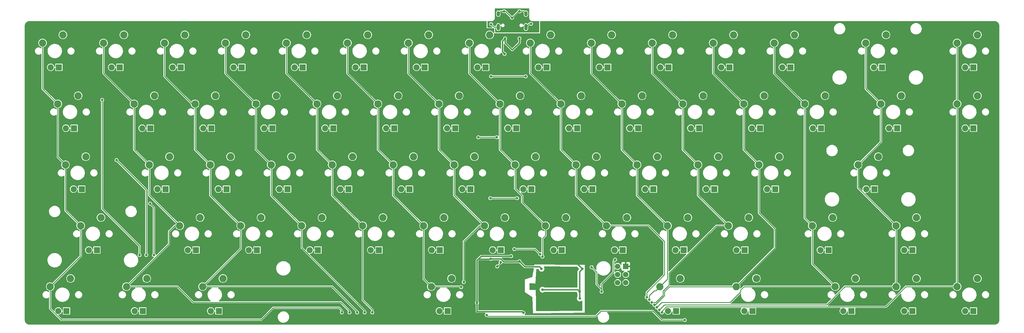
<source format=gtl>
G04 #@! TF.GenerationSoftware,KiCad,Pcbnew,(6.0.10)*
G04 #@! TF.CreationDate,2023-02-18T22:59:06-08:00*
G04 #@! TF.ProjectId,KeyboardM,4b657962-6f61-4726-944d-2e6b69636164,rev?*
G04 #@! TF.SameCoordinates,Original*
G04 #@! TF.FileFunction,Copper,L1,Top*
G04 #@! TF.FilePolarity,Positive*
%FSLAX46Y46*%
G04 Gerber Fmt 4.6, Leading zero omitted, Abs format (unit mm)*
G04 Created by KiCad (PCBNEW (6.0.10)) date 2023-02-18 22:59:06*
%MOMM*%
%LPD*%
G01*
G04 APERTURE LIST*
G04 #@! TA.AperFunction,ComponentPad*
%ADD10C,2.250000*%
G04 #@! TD*
G04 #@! TA.AperFunction,ComponentPad*
%ADD11C,1.905000*%
G04 #@! TD*
G04 #@! TA.AperFunction,ComponentPad*
%ADD12R,1.905000X1.905000*%
G04 #@! TD*
G04 #@! TA.AperFunction,ComponentPad*
%ADD13C,1.700000*%
G04 #@! TD*
G04 #@! TA.AperFunction,ComponentPad*
%ADD14R,1.700000X1.700000*%
G04 #@! TD*
G04 #@! TA.AperFunction,ComponentPad*
%ADD15O,1.000000X1.600000*%
G04 #@! TD*
G04 #@! TA.AperFunction,ComponentPad*
%ADD16O,1.000000X2.100000*%
G04 #@! TD*
G04 #@! TA.AperFunction,ViaPad*
%ADD17C,0.800000*%
G04 #@! TD*
G04 #@! TA.AperFunction,Conductor*
%ADD18C,0.381000*%
G04 #@! TD*
G04 #@! TA.AperFunction,Conductor*
%ADD19C,0.250000*%
G04 #@! TD*
G04 APERTURE END LIST*
D10*
X251777500Y-54610000D03*
X258127500Y-52070000D03*
D11*
X254317500Y-62230000D03*
D12*
X256857500Y-62230000D03*
D10*
X223202500Y-73660000D03*
X229552500Y-71120000D03*
D11*
X225742500Y-81280000D03*
D12*
X228282500Y-81280000D03*
D10*
X68421250Y-92710000D03*
X74771250Y-90170000D03*
D11*
X70961250Y-100330000D03*
D12*
X73501250Y-100330000D03*
D10*
X254158750Y-130810000D03*
X260508750Y-128270000D03*
D11*
X256698750Y-138430000D03*
D12*
X259238750Y-138430000D03*
D10*
X299402500Y-73660000D03*
X305752500Y-71120000D03*
D11*
X301942500Y-81280000D03*
D12*
X304482500Y-81280000D03*
D10*
X111283750Y-130810000D03*
X117633750Y-128270000D03*
D11*
X113823750Y-138430000D03*
D12*
X116363750Y-138430000D03*
D10*
X247015000Y-92710000D03*
X253365000Y-90170000D03*
D11*
X249555000Y-100330000D03*
D12*
X252095000Y-100330000D03*
D10*
X161290000Y-111760000D03*
X167640000Y-109220000D03*
D11*
X163830000Y-119380000D03*
D12*
X166370000Y-119380000D03*
D10*
X142240000Y-111760000D03*
X148590000Y-109220000D03*
D11*
X144780000Y-119380000D03*
D12*
X147320000Y-119380000D03*
D10*
X208915000Y-92710000D03*
X215265000Y-90170000D03*
D11*
X211455000Y-100330000D03*
D12*
X213995000Y-100330000D03*
D10*
X87471250Y-130810000D03*
X93821250Y-128270000D03*
D11*
X90011250Y-138430000D03*
D12*
X92551250Y-138430000D03*
D10*
X275590000Y-111760000D03*
X281940000Y-109220000D03*
D11*
X278130000Y-119380000D03*
D12*
X280670000Y-119380000D03*
D10*
X308927500Y-130810000D03*
X315277500Y-128270000D03*
D11*
X311467500Y-138430000D03*
D12*
X314007500Y-138430000D03*
D10*
X108902500Y-73660000D03*
X115252500Y-71120000D03*
D11*
X111442500Y-81280000D03*
D12*
X113982500Y-81280000D03*
D10*
X113665000Y-92710000D03*
X120015000Y-90170000D03*
D11*
X116205000Y-100330000D03*
D12*
X118745000Y-100330000D03*
D10*
X63658750Y-130810000D03*
X70008750Y-128270000D03*
D11*
X66198750Y-138430000D03*
D12*
X68738750Y-138430000D03*
D10*
X227965000Y-92710000D03*
X234315000Y-90170000D03*
D11*
X230505000Y-100330000D03*
D12*
X233045000Y-100330000D03*
D10*
X66040000Y-73660000D03*
X72390000Y-71120000D03*
D11*
X68580000Y-81280000D03*
D12*
X71120000Y-81280000D03*
D10*
X270827500Y-54610000D03*
X277177500Y-52070000D03*
D11*
X273367500Y-62230000D03*
D12*
X275907500Y-62230000D03*
D10*
X166052500Y-73660000D03*
X172402500Y-71120000D03*
D11*
X168592500Y-81280000D03*
D12*
X171132500Y-81280000D03*
D10*
X127952500Y-73660000D03*
X134302500Y-71120000D03*
D11*
X130492500Y-81280000D03*
D12*
X133032500Y-81280000D03*
D10*
X218440000Y-111760000D03*
X224790000Y-109220000D03*
D11*
X220980000Y-119380000D03*
D12*
X223520000Y-119380000D03*
D10*
X99377500Y-54610000D03*
X105727500Y-52070000D03*
D11*
X101917500Y-62230000D03*
D12*
X104457500Y-62230000D03*
D10*
X170815000Y-92710000D03*
X177165000Y-90170000D03*
D11*
X173355000Y-100330000D03*
D12*
X175895000Y-100330000D03*
D10*
X327977500Y-130810000D03*
X334327500Y-128270000D03*
D11*
X330517500Y-138430000D03*
D12*
X333057500Y-138430000D03*
D10*
X327977500Y-111760000D03*
X334327500Y-109220000D03*
D11*
X330517500Y-119380000D03*
D12*
X333057500Y-119380000D03*
D10*
X347027500Y-54610000D03*
X353377500Y-52070000D03*
D11*
X349567500Y-62230000D03*
D12*
X352107500Y-62230000D03*
D10*
X323215000Y-73660000D03*
X329565000Y-71120000D03*
D11*
X325755000Y-81280000D03*
D12*
X328295000Y-81280000D03*
D10*
X347027500Y-130810000D03*
X353377500Y-128270000D03*
D11*
X349567500Y-138430000D03*
D12*
X352107500Y-138430000D03*
D10*
X266065000Y-92710000D03*
X272415000Y-90170000D03*
D11*
X268605000Y-100330000D03*
D12*
X271145000Y-100330000D03*
D10*
X194627500Y-54610000D03*
X200977500Y-52070000D03*
D11*
X197167500Y-62230000D03*
D12*
X199707500Y-62230000D03*
D10*
X280352500Y-73660000D03*
X286702500Y-71120000D03*
D11*
X282892500Y-81280000D03*
D12*
X285432500Y-81280000D03*
D10*
X242252500Y-73660000D03*
X248602500Y-71120000D03*
D11*
X244792500Y-81280000D03*
D12*
X247332500Y-81280000D03*
D10*
X318452500Y-54610000D03*
X324802500Y-52070000D03*
D11*
X320992500Y-62230000D03*
D12*
X323532500Y-62230000D03*
D10*
X175577500Y-54610000D03*
X181927500Y-52070000D03*
D11*
X178117500Y-62230000D03*
D12*
X180657500Y-62230000D03*
D10*
X94615000Y-92710000D03*
X100965000Y-90170000D03*
D11*
X97155000Y-100330000D03*
D12*
X99695000Y-100330000D03*
D10*
X137477500Y-54610000D03*
X143827500Y-52070000D03*
D11*
X140017500Y-62230000D03*
D12*
X142557500Y-62230000D03*
D10*
X104140000Y-111760000D03*
X110490000Y-109220000D03*
D11*
X106680000Y-119380000D03*
D12*
X109220000Y-119380000D03*
D10*
X61277500Y-54610000D03*
X67627500Y-52070000D03*
D11*
X63817500Y-62230000D03*
D12*
X66357500Y-62230000D03*
D10*
X147002500Y-73660000D03*
X153352500Y-71120000D03*
D11*
X149542500Y-81280000D03*
D12*
X152082500Y-81280000D03*
D10*
X180340000Y-111760000D03*
X186690000Y-109220000D03*
D11*
X182880000Y-119380000D03*
D12*
X185420000Y-119380000D03*
D10*
X301783750Y-111760000D03*
X308133750Y-109220000D03*
D11*
X304323750Y-119380000D03*
D12*
X306863750Y-119380000D03*
D10*
X277971250Y-130810000D03*
X284321250Y-128270000D03*
D11*
X280511250Y-138430000D03*
D12*
X283051250Y-138430000D03*
D10*
X182721250Y-130810000D03*
X189071250Y-128270000D03*
D11*
X185261250Y-138430000D03*
D12*
X187801250Y-138430000D03*
D10*
X232727500Y-54610000D03*
X239077500Y-52070000D03*
D11*
X235267500Y-62230000D03*
D12*
X237807500Y-62230000D03*
D10*
X204152500Y-73660000D03*
X210502500Y-71120000D03*
D11*
X206692500Y-81280000D03*
D12*
X209232500Y-81280000D03*
D10*
X89852500Y-73660000D03*
X96202500Y-71120000D03*
D11*
X92392500Y-81280000D03*
D12*
X94932500Y-81280000D03*
D10*
X256540000Y-111760000D03*
X262890000Y-109220000D03*
D11*
X259080000Y-119380000D03*
D12*
X261620000Y-119380000D03*
D10*
X289877500Y-54610000D03*
X296227500Y-52070000D03*
D11*
X292417500Y-62230000D03*
D12*
X294957500Y-62230000D03*
D10*
X123190000Y-111760000D03*
X129540000Y-109220000D03*
D11*
X125730000Y-119380000D03*
D12*
X128270000Y-119380000D03*
D10*
X213677500Y-54610000D03*
X220027500Y-52070000D03*
D11*
X216217500Y-62230000D03*
D12*
X218757500Y-62230000D03*
D10*
X151765000Y-92710000D03*
X158115000Y-90170000D03*
D11*
X154305000Y-100330000D03*
D12*
X156845000Y-100330000D03*
D10*
X199390000Y-111760000D03*
X205740000Y-109220000D03*
D11*
X201930000Y-119380000D03*
D12*
X204470000Y-119380000D03*
D10*
X189865000Y-92710000D03*
X196215000Y-90170000D03*
D11*
X192405000Y-100330000D03*
D12*
X194945000Y-100330000D03*
D10*
X316071250Y-92710000D03*
X322421250Y-90170000D03*
D11*
X318611250Y-100330000D03*
D12*
X321151250Y-100330000D03*
D10*
X132715000Y-92710000D03*
X139065000Y-90170000D03*
D11*
X135255000Y-100330000D03*
D12*
X137795000Y-100330000D03*
D10*
X285115000Y-92710000D03*
X291465000Y-90170000D03*
D11*
X287655000Y-100330000D03*
D12*
X290195000Y-100330000D03*
D10*
X261302500Y-73660000D03*
X267652500Y-71120000D03*
D11*
X263842500Y-81280000D03*
D12*
X266382500Y-81280000D03*
D10*
X185102500Y-73660000D03*
X191452500Y-71120000D03*
D11*
X187642500Y-81280000D03*
D12*
X190182500Y-81280000D03*
D10*
X118427500Y-54610000D03*
X124777500Y-52070000D03*
D11*
X120967500Y-62230000D03*
D12*
X123507500Y-62230000D03*
D10*
X156527500Y-54610000D03*
X162877500Y-52070000D03*
D11*
X159067500Y-62230000D03*
D12*
X161607500Y-62230000D03*
D10*
X80327500Y-54610000D03*
X86677500Y-52070000D03*
D11*
X82867500Y-62230000D03*
D12*
X85407500Y-62230000D03*
D10*
X347027500Y-73660000D03*
X353377500Y-71120000D03*
D11*
X349567500Y-81280000D03*
D12*
X352107500Y-81280000D03*
D10*
X237490000Y-111760000D03*
X243840000Y-109220000D03*
D11*
X240030000Y-119380000D03*
D12*
X242570000Y-119380000D03*
D10*
X73183750Y-111760000D03*
X79533750Y-109220000D03*
D11*
X75723750Y-119380000D03*
D12*
X78263750Y-119380000D03*
D13*
X240953123Y-129543252D03*
X243493123Y-129543252D03*
X240953123Y-127003252D03*
X243493123Y-127003252D03*
X240953123Y-124463252D03*
D14*
X243493123Y-124463252D03*
D15*
X212282500Y-45462500D03*
D16*
X212282500Y-49642500D03*
X203642500Y-49642500D03*
D15*
X203642500Y-45462500D03*
D17*
X198569959Y-84931250D03*
X206628789Y-56631942D03*
X206646728Y-64116823D03*
X208782331Y-103925671D03*
X203200000Y-52324000D03*
X76800000Y-66640000D03*
X205873315Y-65847797D03*
X229957894Y-125290626D03*
X232800000Y-118640000D03*
X219710000Y-49530000D03*
X205281362Y-123860418D03*
X216466388Y-119368470D03*
X211387658Y-118086508D03*
X210565838Y-104902588D03*
X204988959Y-105177825D03*
X258800000Y-92640000D03*
X102800000Y-66640000D03*
X202406250Y-83343750D03*
X217481706Y-131765288D03*
X236680586Y-121442425D03*
X209032245Y-54353515D03*
X202644619Y-65847797D03*
X212626211Y-119957979D03*
X154800000Y-92640000D03*
X204932549Y-107564145D03*
X206800000Y-92640000D03*
X102800000Y-118640000D03*
X202406250Y-84963957D03*
X207329623Y-102354289D03*
X180800000Y-66640000D03*
X207042849Y-54343169D03*
X218703107Y-119984586D03*
X202669172Y-64251864D03*
X128800000Y-66640000D03*
X201985292Y-103984932D03*
X336800000Y-118640000D03*
X210272946Y-124058705D03*
X128800000Y-92640000D03*
X208770547Y-65835521D03*
X202009845Y-102388999D03*
X206800000Y-118640000D03*
X213614000Y-52324000D03*
X205246725Y-103937947D03*
X102800000Y-92640000D03*
X211139894Y-65823244D03*
X195018107Y-121829666D03*
X211595819Y-122444585D03*
X211164447Y-64227311D03*
X76800000Y-92640000D03*
X209081350Y-57938227D03*
X180800000Y-92640000D03*
X229112967Y-132410672D03*
X154800000Y-118640000D03*
X217170000Y-52070000D03*
X203502347Y-106133944D03*
X310800000Y-118640000D03*
X206170719Y-122114440D03*
X209653956Y-106806534D03*
X198569959Y-83343750D03*
X206719932Y-106908799D03*
X211305815Y-119897961D03*
X215831420Y-117298384D03*
X284800000Y-66640000D03*
X336800000Y-66640000D03*
X207337807Y-103912000D03*
X209813787Y-105951057D03*
X258800000Y-66640000D03*
X232800000Y-92640000D03*
X205271278Y-102342014D03*
X199136000Y-50038000D03*
X284800000Y-118640000D03*
X310800000Y-92640000D03*
X336800000Y-92640000D03*
X232800000Y-66640000D03*
X208000733Y-105063284D03*
X154800000Y-66640000D03*
X214840740Y-118246103D03*
X209329123Y-64001562D03*
X229141651Y-134518928D03*
X210642444Y-107746928D03*
X215370035Y-120538251D03*
X208806884Y-102329738D03*
X201314191Y-122154374D03*
X207679638Y-121296110D03*
X197016503Y-135881847D03*
X210291736Y-122921979D03*
X217167003Y-125236973D03*
X211560253Y-139012251D03*
X79867803Y-72436363D03*
X91587210Y-120956126D03*
X201416137Y-65087500D03*
X212207101Y-65087500D03*
X197432190Y-84137500D03*
X84384323Y-91235444D03*
X93662500Y-120910599D03*
X203200000Y-84137500D03*
X201175627Y-103187500D03*
X96043750Y-120954942D03*
X209550000Y-103187500D03*
X94861196Y-104848407D03*
X203334206Y-124513912D03*
X204402133Y-123233312D03*
X208663250Y-119062500D03*
X216693750Y-120650000D03*
X200025000Y-139700000D03*
X261937500Y-141287500D03*
X205810862Y-53213832D03*
X210291753Y-53197464D03*
X205636447Y-58048947D03*
X240165241Y-122384122D03*
X232832967Y-124722740D03*
X235942956Y-132402434D03*
X154781250Y-138906250D03*
X157162500Y-138906250D03*
X159543750Y-138906250D03*
X161925000Y-138906250D03*
X164306250Y-138906250D03*
X192087500Y-130968750D03*
X192881250Y-129381250D03*
X217497185Y-121433586D03*
X250031250Y-134143750D03*
X250825000Y-134937500D03*
X251618750Y-135731250D03*
X252412500Y-136525000D03*
X253206250Y-137318750D03*
X254000000Y-138112500D03*
X254793750Y-138906250D03*
X213909814Y-48618535D03*
X205486000Y-44704000D03*
X207962500Y-46736000D03*
X201422000Y-48768000D03*
X210312000Y-44704000D03*
D18*
X209813787Y-105951057D02*
X205268891Y-105951057D01*
X215831420Y-111968690D02*
X215831420Y-117298384D01*
X202583445Y-111220262D02*
X200765599Y-113038108D01*
X218703107Y-119984586D02*
X218720494Y-119984586D01*
X200765599Y-113038108D02*
X200765599Y-116082174D01*
X202583445Y-108636503D02*
X202583445Y-111220262D01*
X236654057Y-121415896D02*
X236680586Y-121442425D01*
X229141651Y-134518928D02*
X229112967Y-134490244D01*
X227704291Y-123037023D02*
X227704291Y-122962000D01*
X229112967Y-132410672D02*
X229112967Y-126712167D01*
X229829950Y-121415896D02*
X236654057Y-121415896D01*
X209813787Y-105951057D02*
X215831420Y-111968690D01*
X229112967Y-134490244D02*
X229112967Y-126712167D01*
X229957894Y-125290626D02*
X227704291Y-123037023D01*
X228283846Y-122962000D02*
X229829950Y-121415896D01*
X229112967Y-126135553D02*
X229957894Y-125290626D01*
X229112967Y-126712167D02*
X229112967Y-126135553D01*
X205268891Y-105951057D02*
X202583445Y-108636503D01*
X217481706Y-131765288D02*
X228467583Y-131765288D01*
X200765599Y-116082174D02*
X195018107Y-121829666D01*
X227704291Y-122962000D02*
X228283846Y-122962000D01*
X228467583Y-131765288D02*
X229112967Y-132410672D01*
X221697908Y-122962000D02*
X227704291Y-122962000D01*
X218720494Y-119984586D02*
X221697908Y-122962000D01*
X210291736Y-122921979D02*
X210138987Y-123074728D01*
X205356675Y-123069918D02*
X204441131Y-122154374D01*
X211560253Y-139012251D02*
X211174342Y-138626340D01*
X201314191Y-122154374D02*
X201276039Y-122192526D01*
X210291736Y-122921979D02*
X211983725Y-124613968D01*
X207679638Y-121296110D02*
X198307320Y-121296110D01*
X197028868Y-138626340D02*
X197016503Y-138613975D01*
X216543998Y-124613968D02*
X217167003Y-125236973D01*
X197016503Y-138613975D02*
X197016503Y-135881847D01*
X197016503Y-122586927D02*
X197410904Y-122192526D01*
X204441131Y-122154374D02*
X201314191Y-122154374D01*
X205613608Y-123074728D02*
X205608798Y-123069918D01*
X211174342Y-138626340D02*
X197028868Y-138626340D01*
X198307320Y-121296110D02*
X197410904Y-122192526D01*
X205608798Y-123069918D02*
X205356675Y-123069918D01*
X210138987Y-123074728D02*
X205613608Y-123074728D01*
X201276039Y-122192526D02*
X197410904Y-122192526D01*
X197016503Y-135881847D02*
X197016503Y-122586927D01*
X211983725Y-124613968D02*
X216543998Y-124613968D01*
D19*
X79865114Y-72439052D02*
X79865114Y-106394339D01*
X91587210Y-118116435D02*
X91587210Y-120956126D01*
X212207101Y-65087500D02*
X201416137Y-65087500D01*
X79867803Y-72436363D02*
X79865114Y-72439052D01*
X79865114Y-106394339D02*
X91587210Y-118116435D01*
X93662500Y-120910599D02*
X93662500Y-100513621D01*
X93662500Y-100513621D02*
X84384323Y-91235444D01*
X197432190Y-84137500D02*
X203200000Y-84137500D01*
X96043750Y-106030961D02*
X94861196Y-104848407D01*
X201175627Y-103187500D02*
X209550000Y-103187500D01*
X96043750Y-120954942D02*
X96043750Y-106030961D01*
X208663250Y-119062500D02*
X215106250Y-119062500D01*
X215106250Y-119062500D02*
X216693750Y-120650000D01*
X204402133Y-123445985D02*
X203334206Y-124513912D01*
X204402133Y-123233312D02*
X204402133Y-123445985D01*
X235744557Y-138435999D02*
X234127168Y-140053388D01*
X254830064Y-141287500D02*
X251978563Y-138435999D01*
X234127168Y-140053388D02*
X200378388Y-140053388D01*
X200378388Y-140053388D02*
X200025000Y-139700000D01*
X261937500Y-141287500D02*
X254830064Y-141287500D01*
X251978563Y-138435999D02*
X235744557Y-138435999D01*
D18*
X204934645Y-57347145D02*
X204934645Y-54090049D01*
X205636447Y-58048947D02*
X204934645Y-57347145D01*
X210291753Y-54536120D02*
X210291753Y-53197464D01*
X208020115Y-56807758D02*
X210291753Y-54536120D01*
X204934645Y-54090049D02*
X205810862Y-53213832D01*
X205810862Y-53213832D02*
X205810862Y-54598504D01*
X205810862Y-54598504D02*
X208020115Y-56807758D01*
D19*
X239725486Y-122823877D02*
X239725486Y-126227746D01*
X239725486Y-126227746D02*
X235942956Y-130010276D01*
X235942956Y-132402434D02*
X235942956Y-131613630D01*
X234413038Y-130083712D02*
X234413038Y-126302811D01*
X240165241Y-122384122D02*
X239725486Y-122823877D01*
X234413038Y-126302811D02*
X232832967Y-124722740D01*
X235942956Y-130010276D02*
X235942956Y-132402434D01*
X235942956Y-131613630D02*
X234413038Y-130083712D01*
X66040000Y-73660000D02*
X66040000Y-90328750D01*
X73183750Y-111760000D02*
X73183750Y-121285000D01*
X61257501Y-68877501D02*
X66040000Y-73660000D01*
X153975285Y-137448554D02*
X133331590Y-137448554D01*
X61257501Y-54629999D02*
X61257501Y-68877501D01*
X68421250Y-92710000D02*
X68421250Y-106997500D01*
X63658750Y-137696658D02*
X63658750Y-130810000D01*
X68421250Y-106997500D02*
X73183750Y-111760000D01*
X66040000Y-90328750D02*
X68421250Y-92710000D01*
X61277500Y-54610000D02*
X61257501Y-54629999D01*
X154781250Y-138254519D02*
X153975285Y-137448554D01*
X129574018Y-141206126D02*
X67168218Y-141206126D01*
X67168218Y-141206126D02*
X63658750Y-137696658D01*
X154781250Y-138906250D02*
X154781250Y-138254519D01*
X73183750Y-121285000D02*
X63658750Y-130810000D01*
X133331590Y-137448554D02*
X129574018Y-141206126D01*
X87471250Y-130797889D02*
X87471250Y-130810000D01*
X89852500Y-87947500D02*
X94615000Y-92710000D01*
X94483337Y-92851665D02*
X94595001Y-92963329D01*
X154472208Y-135718901D02*
X108342328Y-135718901D01*
X103433427Y-130810000D02*
X87471250Y-130810000D01*
X94595001Y-92963329D02*
X94595001Y-102215001D01*
X100769945Y-113539065D02*
X100769945Y-117499194D01*
X94595001Y-102215001D02*
X104140000Y-111760000D01*
X104140000Y-111760000D02*
X102549010Y-111760000D01*
X94615000Y-92710000D02*
X94615000Y-92720002D01*
X89852500Y-73660000D02*
X89852500Y-87947500D01*
X157162500Y-138906250D02*
X157162500Y-138409193D01*
X80327500Y-54610000D02*
X80327500Y-64135000D01*
X100769945Y-117499194D02*
X87471250Y-130797889D01*
X102549010Y-111760000D02*
X100769945Y-113539065D01*
X94615000Y-92720002D02*
X94483337Y-92851665D01*
X157162500Y-138409193D02*
X154472208Y-135718901D01*
X108342328Y-135718901D02*
X103433427Y-130810000D01*
X80327500Y-64135000D02*
X89852500Y-73660000D01*
X108902500Y-73660000D02*
X108902500Y-87947500D01*
X159543750Y-138906250D02*
X159543750Y-138612270D01*
X99377500Y-65061316D02*
X107976184Y-73660000D01*
X113665000Y-92710000D02*
X113665000Y-102235000D01*
X99377500Y-54610000D02*
X99377500Y-65061316D01*
X113665000Y-102235000D02*
X123190000Y-111760000D01*
X107976184Y-73660000D02*
X108902500Y-73660000D01*
X108902500Y-87947500D02*
X113665000Y-92710000D01*
X123190000Y-111760000D02*
X123190000Y-118903750D01*
X151741480Y-130810000D02*
X111283750Y-130810000D01*
X123190000Y-118903750D02*
X111283750Y-130810000D01*
X159543750Y-138612270D02*
X151741480Y-130810000D01*
X127932501Y-73679999D02*
X127932501Y-87927501D01*
X142240000Y-118646658D02*
X142240000Y-111760000D01*
X118427500Y-54610000D02*
X118427500Y-64135000D01*
X132715000Y-92710000D02*
X132715000Y-102235000D01*
X127952500Y-73660000D02*
X127932501Y-73679999D01*
X161925000Y-138331658D02*
X142240000Y-118646658D01*
X127932501Y-87927501D02*
X132715000Y-92710000D01*
X161925000Y-138906250D02*
X161925000Y-138331658D01*
X132715000Y-102235000D02*
X142240000Y-111760000D01*
X118427500Y-64135000D02*
X127952500Y-73660000D01*
X161290000Y-134985695D02*
X161290000Y-111760000D01*
X147002500Y-73660000D02*
X147002500Y-87947500D01*
X151765000Y-102235000D02*
X161290000Y-111760000D01*
X164306250Y-138001945D02*
X161290000Y-134985695D01*
X151765000Y-92710000D02*
X151765000Y-102235000D01*
X164306250Y-138906250D02*
X164306250Y-138001945D01*
X137477500Y-64135000D02*
X147002500Y-73660000D01*
X147002500Y-87947500D02*
X151765000Y-92710000D01*
X137477500Y-54610000D02*
X137477500Y-64135000D01*
X180340000Y-128428750D02*
X182721250Y-130810000D01*
X170815000Y-92710000D02*
X170815000Y-102235000D01*
X156527500Y-64135000D02*
X166052500Y-73660000D01*
X180340000Y-111760000D02*
X180340000Y-128428750D01*
X156527500Y-54610000D02*
X156527500Y-64135000D01*
X170815000Y-102235000D02*
X180340000Y-111760000D01*
X182721250Y-130810000D02*
X191928750Y-130810000D01*
X166052500Y-73660000D02*
X166052500Y-87947500D01*
X191928750Y-130810000D02*
X192087500Y-130968750D01*
X166052500Y-87947500D02*
X170815000Y-92710000D01*
X199390000Y-111760000D02*
X197799010Y-111760000D01*
X189865000Y-92710000D02*
X189865000Y-102235000D01*
X192881250Y-116677760D02*
X192881250Y-129381250D01*
X175577500Y-54610000D02*
X175577500Y-64135000D01*
X185102500Y-87947500D02*
X189865000Y-92710000D01*
X185102500Y-73660000D02*
X185102500Y-87947500D01*
X175577500Y-64135000D02*
X185102500Y-73660000D01*
X197799010Y-111760000D02*
X192881250Y-116677760D01*
X189865000Y-102235000D02*
X199390000Y-111760000D01*
X211137500Y-102393750D02*
X211137500Y-104457500D01*
X194627500Y-64135000D02*
X204152500Y-73660000D01*
X217497185Y-121433586D02*
X217469706Y-121406107D01*
X208915000Y-92710000D02*
X208915000Y-100171250D01*
X218440000Y-114797769D02*
X218440000Y-111760000D01*
X208915000Y-100171250D02*
X211137500Y-102393750D01*
X217469706Y-115768063D02*
X218440000Y-114797769D01*
X211137500Y-104457500D02*
X218440000Y-111760000D01*
X204152500Y-73660000D02*
X204152500Y-87947500D01*
X204152500Y-87947500D02*
X208915000Y-92710000D01*
X194627500Y-54610000D02*
X194627500Y-64135000D01*
X217469706Y-121406107D02*
X217469706Y-115768063D01*
X250666250Y-111760000D02*
X237490000Y-111760000D01*
X223202500Y-87947500D02*
X227965000Y-92710000D01*
X250031250Y-132626680D02*
X255587500Y-127070430D01*
X255587500Y-127070430D02*
X255587500Y-116681250D01*
X223202500Y-73660000D02*
X223202500Y-87947500D01*
X213677500Y-54610000D02*
X213677500Y-64135000D01*
X255587500Y-116681250D02*
X250666250Y-111760000D01*
X227965000Y-92710000D02*
X227965000Y-102235000D01*
X213677500Y-64135000D02*
X223202500Y-73660000D01*
X227965000Y-102235000D02*
X237490000Y-111760000D01*
X250031250Y-134143750D02*
X250031250Y-132626680D01*
X256530254Y-126388350D02*
X256530254Y-128438496D01*
X232727500Y-64135000D02*
X242252500Y-73660000D01*
X256540000Y-111760000D02*
X256540000Y-126378604D01*
X256540000Y-126378604D02*
X256530254Y-126388350D01*
X252868751Y-132099999D02*
X252370982Y-132099999D01*
X247015000Y-102235000D02*
X256540000Y-111760000D01*
X247015000Y-92710000D02*
X247015000Y-102235000D01*
X256530254Y-128438496D02*
X252868751Y-132099999D01*
X250825000Y-133645981D02*
X250825000Y-134937500D01*
X242252500Y-73660000D02*
X242252500Y-87947500D01*
X242252500Y-87947500D02*
X247015000Y-92710000D01*
X252370982Y-132099999D02*
X250825000Y-133645981D01*
X232727500Y-54610000D02*
X232727500Y-64135000D01*
X251618750Y-135731250D02*
X252893015Y-135731250D01*
X261302500Y-87947500D02*
X266065000Y-92710000D01*
X251777500Y-54610000D02*
X251777500Y-64135000D01*
X256972221Y-130360000D02*
X256980254Y-130360000D01*
X256980254Y-126574746D02*
X271795000Y-111760000D01*
X261302500Y-73660000D02*
X261302500Y-87947500D01*
X266065000Y-102235000D02*
X275590000Y-111760000D01*
X271795000Y-111760000D02*
X275590000Y-111760000D01*
X266065000Y-92710000D02*
X266065000Y-102235000D01*
X256980254Y-130360000D02*
X256980254Y-126574746D01*
X255149849Y-132182372D02*
X256972221Y-130360000D01*
X255149849Y-133474416D02*
X255149849Y-132182372D01*
X251777500Y-64135000D02*
X261302500Y-73660000D01*
X252893015Y-135731250D02*
X255149849Y-133474416D01*
X270827500Y-64135000D02*
X280352500Y-73660000D01*
X255599849Y-132368768D02*
X255599849Y-133660812D01*
X270827500Y-54610000D02*
X270827500Y-64135000D01*
X290077902Y-112697066D02*
X290077902Y-118703348D01*
X277971250Y-130810000D02*
X257158617Y-130810000D01*
X252735661Y-136525000D02*
X252412500Y-136525000D01*
X257158617Y-130810000D02*
X255599849Y-132368768D01*
X280352500Y-73660000D02*
X280352500Y-87947500D01*
X255599849Y-133660812D02*
X252735661Y-136525000D01*
X290077902Y-118703348D02*
X277971250Y-130810000D01*
X285115000Y-107734164D02*
X290077902Y-112697066D01*
X285115000Y-92710000D02*
X285115000Y-107734164D01*
X280352500Y-87947500D02*
X285115000Y-92710000D01*
X299402500Y-109378750D02*
X301783750Y-111760000D01*
X254750499Y-135774501D02*
X276044518Y-135774501D01*
X253206250Y-137318750D02*
X254750499Y-135774501D01*
X301783750Y-111760000D02*
X301783750Y-123666250D01*
X299402500Y-73660000D02*
X299402500Y-109378750D01*
X279387383Y-131854127D02*
X280431510Y-130810000D01*
X276044518Y-135774501D02*
X279387383Y-132431636D01*
X279387383Y-132431636D02*
X279387383Y-131854127D01*
X289877500Y-54610000D02*
X289877500Y-64135000D01*
X280431510Y-130810000D02*
X308927500Y-130810000D01*
X289877500Y-64135000D02*
X299402500Y-73660000D01*
X301783750Y-123666250D02*
X308927500Y-130810000D01*
X308907501Y-133829866D02*
X311927367Y-130810000D01*
X311927367Y-130810000D02*
X327977500Y-130810000D01*
X306311663Y-136525000D02*
X308907501Y-133929162D01*
X323215000Y-73660000D02*
X323215000Y-85566250D01*
X327977500Y-111760000D02*
X327977500Y-130810000D01*
X308907501Y-133929162D02*
X308907501Y-133829866D01*
X318452500Y-54610000D02*
X318452500Y-68897500D01*
X255587500Y-136525000D02*
X306311663Y-136525000D01*
X323215000Y-85566250D02*
X316071250Y-92710000D01*
X316071250Y-99853750D02*
X327977500Y-111760000D01*
X318452500Y-68897500D02*
X323215000Y-73660000D01*
X254000000Y-138112500D02*
X255587500Y-136525000D01*
X316071250Y-92710000D02*
X316071250Y-99853750D01*
X330977367Y-130810000D02*
X347027500Y-130810000D01*
X324736862Y-137152500D02*
X329418599Y-132470763D01*
X347027500Y-73660000D02*
X347027500Y-130810000D01*
X329418599Y-132368768D02*
X330977367Y-130810000D01*
X254793750Y-138528342D02*
X256169592Y-137152500D01*
X256169592Y-137152500D02*
X324736862Y-137152500D01*
X347027500Y-54610000D02*
X347027500Y-73660000D01*
X254793750Y-138906250D02*
X254793750Y-138528342D01*
X329418599Y-132470763D02*
X329418599Y-132368768D01*
X213306465Y-48618535D02*
X212282500Y-49642500D01*
X205930500Y-44704000D02*
X207962500Y-46736000D01*
X210312000Y-44704000D02*
X211524000Y-44704000D01*
X201422000Y-48768000D02*
X202296500Y-49642500D01*
X205486000Y-44704000D02*
X204401000Y-44704000D01*
X211524000Y-44704000D02*
X212282500Y-45462500D01*
X204401000Y-44704000D02*
X203642500Y-45462500D01*
X202296500Y-49642500D02*
X203642500Y-49642500D01*
X205486000Y-44704000D02*
X205930500Y-44704000D01*
X210312000Y-44704000D02*
X209994500Y-44704000D01*
X209994500Y-44704000D02*
X207962500Y-46736000D01*
X213909814Y-48618535D02*
X213306465Y-48618535D01*
G04 #@! TA.AperFunction,NonConductor*
G36*
X228248225Y-124620503D02*
G01*
X228316155Y-124641144D01*
X228336135Y-124657402D01*
X228880264Y-125201531D01*
X228914290Y-125263843D01*
X228909225Y-125334658D01*
X228880264Y-125379721D01*
X228638928Y-125621057D01*
X228632663Y-125626910D01*
X228589693Y-125664395D01*
X228585326Y-125670609D01*
X228553473Y-125715931D01*
X228549540Y-125721227D01*
X228515361Y-125764816D01*
X228515359Y-125764819D01*
X228510675Y-125770793D01*
X228507549Y-125777717D01*
X228505711Y-125780752D01*
X228498467Y-125793451D01*
X228496779Y-125796599D01*
X228492411Y-125802814D01*
X228489651Y-125809893D01*
X228469534Y-125861492D01*
X228466989Y-125867548D01*
X228441054Y-125924988D01*
X228439669Y-125932461D01*
X228438598Y-125935879D01*
X228434613Y-125949868D01*
X228433716Y-125953360D01*
X228430955Y-125960442D01*
X228429963Y-125967975D01*
X228429963Y-125967976D01*
X228422734Y-126022883D01*
X228421702Y-126029396D01*
X228411606Y-126083871D01*
X228410222Y-126091340D01*
X228410659Y-126098920D01*
X228410659Y-126098921D01*
X228413758Y-126152665D01*
X228413967Y-126159918D01*
X228413967Y-130940288D01*
X228393965Y-131008409D01*
X228340309Y-131054902D01*
X228287967Y-131066288D01*
X218106187Y-131066288D01*
X218038066Y-131046286D01*
X218032126Y-131042224D01*
X217943800Y-130978051D01*
X217943799Y-130978050D01*
X217938458Y-130974170D01*
X217932430Y-130971486D01*
X217932428Y-130971485D01*
X217770025Y-130899179D01*
X217770024Y-130899179D01*
X217763994Y-130896494D01*
X217670594Y-130876641D01*
X217583650Y-130858160D01*
X217583645Y-130858160D01*
X217577193Y-130856788D01*
X217386219Y-130856788D01*
X217379767Y-130858160D01*
X217379762Y-130858160D01*
X217292818Y-130876641D01*
X217199418Y-130896494D01*
X217193388Y-130899179D01*
X217193387Y-130899179D01*
X217030984Y-130971485D01*
X217030982Y-130971486D01*
X217024954Y-130974170D01*
X216870453Y-131086422D01*
X216742666Y-131228344D01*
X216647179Y-131393732D01*
X216588164Y-131575360D01*
X216568202Y-131765288D01*
X216568892Y-131771853D01*
X216584172Y-131917231D01*
X216588164Y-131955216D01*
X216647179Y-132136844D01*
X216742666Y-132302232D01*
X216870453Y-132444154D01*
X217024954Y-132556406D01*
X217030982Y-132559090D01*
X217030984Y-132559091D01*
X217193387Y-132631397D01*
X217199418Y-132634082D01*
X217292818Y-132653935D01*
X217379762Y-132672416D01*
X217379767Y-132672416D01*
X217386219Y-132673788D01*
X217577193Y-132673788D01*
X217583645Y-132672416D01*
X217583650Y-132672416D01*
X217670594Y-132653935D01*
X217763994Y-132634082D01*
X217770025Y-132631397D01*
X217932428Y-132559091D01*
X217932430Y-132559090D01*
X217938458Y-132556406D01*
X218032126Y-132488352D01*
X218098994Y-132464494D01*
X218106187Y-132464288D01*
X228091647Y-132464288D01*
X228159768Y-132484290D01*
X228206261Y-132537946D01*
X228216957Y-132577118D01*
X228219425Y-132600600D01*
X228221465Y-132606877D01*
X228221465Y-132606879D01*
X228230304Y-132634082D01*
X228278440Y-132782228D01*
X228373927Y-132947616D01*
X228381604Y-132956142D01*
X228412320Y-133020148D01*
X228413967Y-133040451D01*
X228413967Y-133928554D01*
X228397086Y-133991553D01*
X228307124Y-134147372D01*
X228248109Y-134329000D01*
X228228147Y-134518928D01*
X228248109Y-134708856D01*
X228307124Y-134890484D01*
X228402611Y-135055872D01*
X228530398Y-135197794D01*
X228597633Y-135246643D01*
X228678261Y-135305223D01*
X228684899Y-135310046D01*
X228690927Y-135312730D01*
X228690929Y-135312731D01*
X228853332Y-135385037D01*
X228859363Y-135387722D01*
X228952764Y-135407575D01*
X229039707Y-135426056D01*
X229039712Y-135426056D01*
X229046164Y-135427428D01*
X229237138Y-135427428D01*
X229243590Y-135426056D01*
X229243595Y-135426056D01*
X229330538Y-135407575D01*
X229423939Y-135387722D01*
X229429970Y-135385037D01*
X229592373Y-135312731D01*
X229592375Y-135312730D01*
X229598403Y-135310046D01*
X229605042Y-135305223D01*
X229745041Y-135203507D01*
X229811909Y-135179649D01*
X229881060Y-135195729D01*
X229930540Y-135246643D01*
X229945102Y-135305223D01*
X229950276Y-138262352D01*
X229930393Y-138330507D01*
X229876819Y-138377094D01*
X229825058Y-138388570D01*
X215607411Y-138476755D01*
X215539167Y-138457175D01*
X215492342Y-138403809D01*
X215480648Y-138352924D01*
X215480263Y-138330507D01*
X215428342Y-135312731D01*
X215369924Y-131917231D01*
X215369924Y-131917230D01*
X215369612Y-131899114D01*
X215022800Y-131898145D01*
X213540974Y-131894006D01*
X213472909Y-131873813D01*
X213426567Y-131820028D01*
X213415330Y-131768985D01*
X213413776Y-131569082D01*
X213400929Y-129916010D01*
X213420401Y-129847737D01*
X213473694Y-129800829D01*
X213528365Y-129789040D01*
X215291480Y-129809190D01*
X215309594Y-129809397D01*
X215527531Y-125432702D01*
X215550896Y-125365660D01*
X215606798Y-125321893D01*
X215653375Y-125312968D01*
X216148035Y-125312968D01*
X216216156Y-125332970D01*
X216262649Y-125386626D01*
X216270160Y-125414136D01*
X216271397Y-125413873D01*
X216272771Y-125420338D01*
X216273461Y-125426901D01*
X216332476Y-125608529D01*
X216427963Y-125773917D01*
X216555750Y-125915839D01*
X216710251Y-126028091D01*
X216716279Y-126030775D01*
X216716281Y-126030776D01*
X216878684Y-126103082D01*
X216884715Y-126105767D01*
X216978115Y-126125620D01*
X217065059Y-126144101D01*
X217065064Y-126144101D01*
X217071516Y-126145473D01*
X217262490Y-126145473D01*
X217268942Y-126144101D01*
X217268947Y-126144101D01*
X217355891Y-126125620D01*
X217449291Y-126105767D01*
X217455322Y-126103082D01*
X217617725Y-126030776D01*
X217617727Y-126030775D01*
X217623755Y-126028091D01*
X217778256Y-125915839D01*
X217906043Y-125773917D01*
X218001530Y-125608529D01*
X218060545Y-125426901D01*
X218070418Y-125332970D01*
X218079817Y-125243538D01*
X218080507Y-125236973D01*
X218060545Y-125047045D01*
X218001530Y-124865417D01*
X217913728Y-124713340D01*
X217896990Y-124644345D01*
X217920210Y-124577253D01*
X217976017Y-124533366D01*
X218024032Y-124524346D01*
X228248225Y-124620503D01*
G37*
G04 #@! TD.AperFunction*
G04 #@! TA.AperFunction,Conductor*
G36*
X199967121Y-47797902D02*
G01*
X200013614Y-47851558D01*
X200025000Y-47903900D01*
X200025000Y-50006250D01*
X202280250Y-50006250D01*
X202348371Y-50026252D01*
X202394864Y-50079908D01*
X202406250Y-50132250D01*
X202406250Y-51429216D01*
X202386248Y-51497337D01*
X202332592Y-51543830D01*
X202262318Y-51553934D01*
X202197738Y-51524440D01*
X202166055Y-51482466D01*
X202132127Y-51409706D01*
X202132124Y-51409701D01*
X202129801Y-51404719D01*
X202126644Y-51400210D01*
X201999929Y-51219242D01*
X201999927Y-51219239D01*
X201996770Y-51214731D01*
X201832769Y-51050730D01*
X201642782Y-50917699D01*
X201637800Y-50915376D01*
X201637795Y-50915373D01*
X201467129Y-50835791D01*
X201432579Y-50819680D01*
X201208550Y-50759651D01*
X200977500Y-50739437D01*
X200746450Y-50759651D01*
X200522421Y-50819680D01*
X200424271Y-50865448D01*
X200317206Y-50915373D01*
X200317201Y-50915376D01*
X200312219Y-50917699D01*
X200307712Y-50920855D01*
X200307710Y-50920856D01*
X200126742Y-51047571D01*
X200126739Y-51047573D01*
X200122231Y-51050730D01*
X199958230Y-51214731D01*
X199955073Y-51219239D01*
X199955071Y-51219242D01*
X199828356Y-51400210D01*
X199825199Y-51404719D01*
X199822876Y-51409701D01*
X199822873Y-51409706D01*
X199791509Y-51476967D01*
X199727180Y-51614921D01*
X199667151Y-51838950D01*
X199646937Y-52070000D01*
X199667151Y-52301050D01*
X199727180Y-52525079D01*
X199729505Y-52530064D01*
X199822873Y-52730294D01*
X199822876Y-52730299D01*
X199825199Y-52735281D01*
X199828355Y-52739788D01*
X199828356Y-52739790D01*
X199860398Y-52785550D01*
X199958230Y-52925269D01*
X200122231Y-53089270D01*
X200312218Y-53222301D01*
X200317200Y-53224624D01*
X200317205Y-53224627D01*
X200393971Y-53260423D01*
X200522421Y-53320320D01*
X200746450Y-53380349D01*
X200977500Y-53400563D01*
X201208550Y-53380349D01*
X201432579Y-53320320D01*
X201561029Y-53260423D01*
X201637795Y-53224627D01*
X201637800Y-53224624D01*
X201642782Y-53222301D01*
X201832769Y-53089270D01*
X201996770Y-52925269D01*
X202094603Y-52785550D01*
X202126644Y-52739790D01*
X202126645Y-52739788D01*
X202129801Y-52735281D01*
X202132124Y-52730299D01*
X202132127Y-52730294D01*
X202225495Y-52530064D01*
X202227820Y-52525079D01*
X202287849Y-52301050D01*
X202308063Y-52070000D01*
X218696937Y-52070000D01*
X218717151Y-52301050D01*
X218777180Y-52525079D01*
X218779505Y-52530064D01*
X218872873Y-52730294D01*
X218872876Y-52730299D01*
X218875199Y-52735281D01*
X218878355Y-52739788D01*
X218878356Y-52739790D01*
X218910398Y-52785550D01*
X219008230Y-52925269D01*
X219172231Y-53089270D01*
X219362218Y-53222301D01*
X219367200Y-53224624D01*
X219367205Y-53224627D01*
X219443971Y-53260423D01*
X219572421Y-53320320D01*
X219796450Y-53380349D01*
X220027500Y-53400563D01*
X220258550Y-53380349D01*
X220482579Y-53320320D01*
X220611029Y-53260423D01*
X220687795Y-53224627D01*
X220687800Y-53224624D01*
X220692782Y-53222301D01*
X220882769Y-53089270D01*
X221046770Y-52925269D01*
X221144603Y-52785550D01*
X221176644Y-52739790D01*
X221176645Y-52739788D01*
X221179801Y-52735281D01*
X221182124Y-52730299D01*
X221182127Y-52730294D01*
X221275495Y-52530064D01*
X221277820Y-52525079D01*
X221337849Y-52301050D01*
X221358063Y-52070000D01*
X237746937Y-52070000D01*
X237767151Y-52301050D01*
X237827180Y-52525079D01*
X237829505Y-52530064D01*
X237922873Y-52730294D01*
X237922876Y-52730299D01*
X237925199Y-52735281D01*
X237928355Y-52739788D01*
X237928356Y-52739790D01*
X237960398Y-52785550D01*
X238058230Y-52925269D01*
X238222231Y-53089270D01*
X238412218Y-53222301D01*
X238417200Y-53224624D01*
X238417205Y-53224627D01*
X238493971Y-53260423D01*
X238622421Y-53320320D01*
X238846450Y-53380349D01*
X239077500Y-53400563D01*
X239308550Y-53380349D01*
X239532579Y-53320320D01*
X239661029Y-53260423D01*
X239737795Y-53224627D01*
X239737800Y-53224624D01*
X239742782Y-53222301D01*
X239932769Y-53089270D01*
X240096770Y-52925269D01*
X240194603Y-52785550D01*
X240226644Y-52739790D01*
X240226645Y-52739788D01*
X240229801Y-52735281D01*
X240232124Y-52730299D01*
X240232127Y-52730294D01*
X240325495Y-52530064D01*
X240327820Y-52525079D01*
X240387849Y-52301050D01*
X240408063Y-52070000D01*
X256796937Y-52070000D01*
X256817151Y-52301050D01*
X256877180Y-52525079D01*
X256879505Y-52530064D01*
X256972873Y-52730294D01*
X256972876Y-52730299D01*
X256975199Y-52735281D01*
X256978355Y-52739788D01*
X256978356Y-52739790D01*
X257010398Y-52785550D01*
X257108230Y-52925269D01*
X257272231Y-53089270D01*
X257462218Y-53222301D01*
X257467200Y-53224624D01*
X257467205Y-53224627D01*
X257543971Y-53260423D01*
X257672421Y-53320320D01*
X257896450Y-53380349D01*
X258127500Y-53400563D01*
X258358550Y-53380349D01*
X258582579Y-53320320D01*
X258711029Y-53260423D01*
X258787795Y-53224627D01*
X258787800Y-53224624D01*
X258792782Y-53222301D01*
X258982769Y-53089270D01*
X259146770Y-52925269D01*
X259244603Y-52785550D01*
X259276644Y-52739790D01*
X259276645Y-52739788D01*
X259279801Y-52735281D01*
X259282124Y-52730299D01*
X259282127Y-52730294D01*
X259375495Y-52530064D01*
X259377820Y-52525079D01*
X259437849Y-52301050D01*
X259458063Y-52070000D01*
X275846937Y-52070000D01*
X275867151Y-52301050D01*
X275927180Y-52525079D01*
X275929505Y-52530064D01*
X276022873Y-52730294D01*
X276022876Y-52730299D01*
X276025199Y-52735281D01*
X276028355Y-52739788D01*
X276028356Y-52739790D01*
X276060398Y-52785550D01*
X276158230Y-52925269D01*
X276322231Y-53089270D01*
X276512218Y-53222301D01*
X276517200Y-53224624D01*
X276517205Y-53224627D01*
X276593971Y-53260423D01*
X276722421Y-53320320D01*
X276946450Y-53380349D01*
X277177500Y-53400563D01*
X277408550Y-53380349D01*
X277632579Y-53320320D01*
X277761029Y-53260423D01*
X277837795Y-53224627D01*
X277837800Y-53224624D01*
X277842782Y-53222301D01*
X278032769Y-53089270D01*
X278196770Y-52925269D01*
X278294603Y-52785550D01*
X278326644Y-52739790D01*
X278326645Y-52739788D01*
X278329801Y-52735281D01*
X278332124Y-52730299D01*
X278332127Y-52730294D01*
X278425495Y-52530064D01*
X278427820Y-52525079D01*
X278487849Y-52301050D01*
X278508063Y-52070000D01*
X294896937Y-52070000D01*
X294917151Y-52301050D01*
X294977180Y-52525079D01*
X294979505Y-52530064D01*
X295072873Y-52730294D01*
X295072876Y-52730299D01*
X295075199Y-52735281D01*
X295078355Y-52739788D01*
X295078356Y-52739790D01*
X295110398Y-52785550D01*
X295208230Y-52925269D01*
X295372231Y-53089270D01*
X295562218Y-53222301D01*
X295567200Y-53224624D01*
X295567205Y-53224627D01*
X295643971Y-53260423D01*
X295772421Y-53320320D01*
X295996450Y-53380349D01*
X296227500Y-53400563D01*
X296458550Y-53380349D01*
X296682579Y-53320320D01*
X296811029Y-53260423D01*
X296887795Y-53224627D01*
X296887800Y-53224624D01*
X296892782Y-53222301D01*
X297082769Y-53089270D01*
X297246770Y-52925269D01*
X297344603Y-52785550D01*
X297376644Y-52739790D01*
X297376645Y-52739788D01*
X297379801Y-52735281D01*
X297382124Y-52730299D01*
X297382127Y-52730294D01*
X297475495Y-52530064D01*
X297477820Y-52525079D01*
X297537849Y-52301050D01*
X297558063Y-52070000D01*
X323471937Y-52070000D01*
X323492151Y-52301050D01*
X323552180Y-52525079D01*
X323554505Y-52530064D01*
X323647873Y-52730294D01*
X323647876Y-52730299D01*
X323650199Y-52735281D01*
X323653355Y-52739788D01*
X323653356Y-52739790D01*
X323685398Y-52785550D01*
X323783230Y-52925269D01*
X323947231Y-53089270D01*
X324137218Y-53222301D01*
X324142200Y-53224624D01*
X324142205Y-53224627D01*
X324218971Y-53260423D01*
X324347421Y-53320320D01*
X324571450Y-53380349D01*
X324802500Y-53400563D01*
X325033550Y-53380349D01*
X325257579Y-53320320D01*
X325386029Y-53260423D01*
X325462795Y-53224627D01*
X325462800Y-53224624D01*
X325467782Y-53222301D01*
X325657769Y-53089270D01*
X325821770Y-52925269D01*
X325919603Y-52785550D01*
X325951644Y-52739790D01*
X325951645Y-52739788D01*
X325954801Y-52735281D01*
X325957124Y-52730299D01*
X325957127Y-52730294D01*
X326050495Y-52530064D01*
X326052820Y-52525079D01*
X326112849Y-52301050D01*
X326133063Y-52070000D01*
X352046937Y-52070000D01*
X352067151Y-52301050D01*
X352127180Y-52525079D01*
X352129505Y-52530064D01*
X352222873Y-52730294D01*
X352222876Y-52730299D01*
X352225199Y-52735281D01*
X352228355Y-52739788D01*
X352228356Y-52739790D01*
X352260398Y-52785550D01*
X352358230Y-52925269D01*
X352522231Y-53089270D01*
X352712218Y-53222301D01*
X352717200Y-53224624D01*
X352717205Y-53224627D01*
X352793971Y-53260423D01*
X352922421Y-53320320D01*
X353146450Y-53380349D01*
X353377500Y-53400563D01*
X353608550Y-53380349D01*
X353832579Y-53320320D01*
X353961029Y-53260423D01*
X354037795Y-53224627D01*
X354037800Y-53224624D01*
X354042782Y-53222301D01*
X354232769Y-53089270D01*
X354396770Y-52925269D01*
X354494603Y-52785550D01*
X354526644Y-52739790D01*
X354526645Y-52739788D01*
X354529801Y-52735281D01*
X354532124Y-52730299D01*
X354532127Y-52730294D01*
X354625495Y-52530064D01*
X354627820Y-52525079D01*
X354687849Y-52301050D01*
X354708063Y-52070000D01*
X354687849Y-51838950D01*
X354627820Y-51614921D01*
X354563491Y-51476967D01*
X354532127Y-51409706D01*
X354532124Y-51409701D01*
X354529801Y-51404719D01*
X354526644Y-51400210D01*
X354399929Y-51219242D01*
X354399927Y-51219239D01*
X354396770Y-51214731D01*
X354232769Y-51050730D01*
X354042782Y-50917699D01*
X354037800Y-50915376D01*
X354037795Y-50915373D01*
X353867129Y-50835791D01*
X353832579Y-50819680D01*
X353608550Y-50759651D01*
X353377500Y-50739437D01*
X353146450Y-50759651D01*
X352922421Y-50819680D01*
X352824271Y-50865448D01*
X352717206Y-50915373D01*
X352717201Y-50915376D01*
X352712219Y-50917699D01*
X352707712Y-50920855D01*
X352707710Y-50920856D01*
X352526742Y-51047571D01*
X352526739Y-51047573D01*
X352522231Y-51050730D01*
X352358230Y-51214731D01*
X352355073Y-51219239D01*
X352355071Y-51219242D01*
X352228356Y-51400210D01*
X352225199Y-51404719D01*
X352222876Y-51409701D01*
X352222873Y-51409706D01*
X352191509Y-51476967D01*
X352127180Y-51614921D01*
X352067151Y-51838950D01*
X352046937Y-52070000D01*
X326133063Y-52070000D01*
X326112849Y-51838950D01*
X326052820Y-51614921D01*
X325988491Y-51476967D01*
X325957127Y-51409706D01*
X325957124Y-51409701D01*
X325954801Y-51404719D01*
X325951644Y-51400210D01*
X325824929Y-51219242D01*
X325824927Y-51219239D01*
X325821770Y-51214731D01*
X325657769Y-51050730D01*
X325467782Y-50917699D01*
X325462800Y-50915376D01*
X325462795Y-50915373D01*
X325292129Y-50835791D01*
X325257579Y-50819680D01*
X325033550Y-50759651D01*
X324802500Y-50739437D01*
X324571450Y-50759651D01*
X324347421Y-50819680D01*
X324249271Y-50865448D01*
X324142206Y-50915373D01*
X324142201Y-50915376D01*
X324137219Y-50917699D01*
X324132712Y-50920855D01*
X324132710Y-50920856D01*
X323951742Y-51047571D01*
X323951739Y-51047573D01*
X323947231Y-51050730D01*
X323783230Y-51214731D01*
X323780073Y-51219239D01*
X323780071Y-51219242D01*
X323653356Y-51400210D01*
X323650199Y-51404719D01*
X323647876Y-51409701D01*
X323647873Y-51409706D01*
X323616509Y-51476967D01*
X323552180Y-51614921D01*
X323492151Y-51838950D01*
X323471937Y-52070000D01*
X297558063Y-52070000D01*
X297537849Y-51838950D01*
X297477820Y-51614921D01*
X297413491Y-51476967D01*
X297382127Y-51409706D01*
X297382124Y-51409701D01*
X297379801Y-51404719D01*
X297376644Y-51400210D01*
X297249929Y-51219242D01*
X297249927Y-51219239D01*
X297246770Y-51214731D01*
X297082769Y-51050730D01*
X296892782Y-50917699D01*
X296887800Y-50915376D01*
X296887795Y-50915373D01*
X296717129Y-50835791D01*
X296682579Y-50819680D01*
X296458550Y-50759651D01*
X296227500Y-50739437D01*
X295996450Y-50759651D01*
X295772421Y-50819680D01*
X295674271Y-50865448D01*
X295567206Y-50915373D01*
X295567201Y-50915376D01*
X295562219Y-50917699D01*
X295557712Y-50920855D01*
X295557710Y-50920856D01*
X295376742Y-51047571D01*
X295376739Y-51047573D01*
X295372231Y-51050730D01*
X295208230Y-51214731D01*
X295205073Y-51219239D01*
X295205071Y-51219242D01*
X295078356Y-51400210D01*
X295075199Y-51404719D01*
X295072876Y-51409701D01*
X295072873Y-51409706D01*
X295041509Y-51476967D01*
X294977180Y-51614921D01*
X294917151Y-51838950D01*
X294896937Y-52070000D01*
X278508063Y-52070000D01*
X278487849Y-51838950D01*
X278427820Y-51614921D01*
X278363491Y-51476967D01*
X278332127Y-51409706D01*
X278332124Y-51409701D01*
X278329801Y-51404719D01*
X278326644Y-51400210D01*
X278199929Y-51219242D01*
X278199927Y-51219239D01*
X278196770Y-51214731D01*
X278032769Y-51050730D01*
X277842782Y-50917699D01*
X277837800Y-50915376D01*
X277837795Y-50915373D01*
X277667129Y-50835791D01*
X277632579Y-50819680D01*
X277408550Y-50759651D01*
X277177500Y-50739437D01*
X276946450Y-50759651D01*
X276722421Y-50819680D01*
X276624271Y-50865448D01*
X276517206Y-50915373D01*
X276517201Y-50915376D01*
X276512219Y-50917699D01*
X276507712Y-50920855D01*
X276507710Y-50920856D01*
X276326742Y-51047571D01*
X276326739Y-51047573D01*
X276322231Y-51050730D01*
X276158230Y-51214731D01*
X276155073Y-51219239D01*
X276155071Y-51219242D01*
X276028356Y-51400210D01*
X276025199Y-51404719D01*
X276022876Y-51409701D01*
X276022873Y-51409706D01*
X275991509Y-51476967D01*
X275927180Y-51614921D01*
X275867151Y-51838950D01*
X275846937Y-52070000D01*
X259458063Y-52070000D01*
X259437849Y-51838950D01*
X259377820Y-51614921D01*
X259313491Y-51476967D01*
X259282127Y-51409706D01*
X259282124Y-51409701D01*
X259279801Y-51404719D01*
X259276644Y-51400210D01*
X259149929Y-51219242D01*
X259149927Y-51219239D01*
X259146770Y-51214731D01*
X258982769Y-51050730D01*
X258792782Y-50917699D01*
X258787800Y-50915376D01*
X258787795Y-50915373D01*
X258617129Y-50835791D01*
X258582579Y-50819680D01*
X258358550Y-50759651D01*
X258127500Y-50739437D01*
X257896450Y-50759651D01*
X257672421Y-50819680D01*
X257574271Y-50865448D01*
X257467206Y-50915373D01*
X257467201Y-50915376D01*
X257462219Y-50917699D01*
X257457712Y-50920855D01*
X257457710Y-50920856D01*
X257276742Y-51047571D01*
X257276739Y-51047573D01*
X257272231Y-51050730D01*
X257108230Y-51214731D01*
X257105073Y-51219239D01*
X257105071Y-51219242D01*
X256978356Y-51400210D01*
X256975199Y-51404719D01*
X256972876Y-51409701D01*
X256972873Y-51409706D01*
X256941509Y-51476967D01*
X256877180Y-51614921D01*
X256817151Y-51838950D01*
X256796937Y-52070000D01*
X240408063Y-52070000D01*
X240387849Y-51838950D01*
X240327820Y-51614921D01*
X240263491Y-51476967D01*
X240232127Y-51409706D01*
X240232124Y-51409701D01*
X240229801Y-51404719D01*
X240226644Y-51400210D01*
X240099929Y-51219242D01*
X240099927Y-51219239D01*
X240096770Y-51214731D01*
X239932769Y-51050730D01*
X239742782Y-50917699D01*
X239737800Y-50915376D01*
X239737795Y-50915373D01*
X239567129Y-50835791D01*
X239532579Y-50819680D01*
X239308550Y-50759651D01*
X239077500Y-50739437D01*
X238846450Y-50759651D01*
X238622421Y-50819680D01*
X238524271Y-50865448D01*
X238417206Y-50915373D01*
X238417201Y-50915376D01*
X238412219Y-50917699D01*
X238407712Y-50920855D01*
X238407710Y-50920856D01*
X238226742Y-51047571D01*
X238226739Y-51047573D01*
X238222231Y-51050730D01*
X238058230Y-51214731D01*
X238055073Y-51219239D01*
X238055071Y-51219242D01*
X237928356Y-51400210D01*
X237925199Y-51404719D01*
X237922876Y-51409701D01*
X237922873Y-51409706D01*
X237891509Y-51476967D01*
X237827180Y-51614921D01*
X237767151Y-51838950D01*
X237746937Y-52070000D01*
X221358063Y-52070000D01*
X221337849Y-51838950D01*
X221277820Y-51614921D01*
X221213491Y-51476967D01*
X221182127Y-51409706D01*
X221182124Y-51409701D01*
X221179801Y-51404719D01*
X221176644Y-51400210D01*
X221049929Y-51219242D01*
X221049927Y-51219239D01*
X221046770Y-51214731D01*
X220882769Y-51050730D01*
X220692782Y-50917699D01*
X220687800Y-50915376D01*
X220687795Y-50915373D01*
X220517129Y-50835791D01*
X220482579Y-50819680D01*
X220258550Y-50759651D01*
X220027500Y-50739437D01*
X219796450Y-50759651D01*
X219572421Y-50819680D01*
X219474271Y-50865448D01*
X219367206Y-50915373D01*
X219367201Y-50915376D01*
X219362219Y-50917699D01*
X219357712Y-50920855D01*
X219357710Y-50920856D01*
X219176742Y-51047571D01*
X219176739Y-51047573D01*
X219172231Y-51050730D01*
X219008230Y-51214731D01*
X219005073Y-51219239D01*
X219005071Y-51219242D01*
X218878356Y-51400210D01*
X218875199Y-51404719D01*
X218872876Y-51409701D01*
X218872873Y-51409706D01*
X218841509Y-51476967D01*
X218777180Y-51614921D01*
X218717151Y-51838950D01*
X218696937Y-52070000D01*
X202308063Y-52070000D01*
X202287849Y-51838950D01*
X202263416Y-51747766D01*
X202265106Y-51676789D01*
X202304900Y-51617993D01*
X202370164Y-51590045D01*
X202406250Y-51591764D01*
X202406250Y-51593750D01*
X216693750Y-51593750D01*
X216693750Y-50273634D01*
X308548343Y-50273634D01*
X308583910Y-50534974D01*
X308657714Y-50788186D01*
X308768135Y-51027707D01*
X308783230Y-51050730D01*
X308910181Y-51244363D01*
X308910185Y-51244368D01*
X308912747Y-51248276D01*
X309088372Y-51445048D01*
X309291153Y-51613699D01*
X309395122Y-51676789D01*
X309512638Y-51748100D01*
X309512643Y-51748102D01*
X309516635Y-51750525D01*
X309759864Y-51852519D01*
X310015497Y-51917442D01*
X310199576Y-51935977D01*
X310231420Y-51939184D01*
X310231421Y-51939184D01*
X310234559Y-51939500D01*
X310391460Y-51939500D01*
X310393785Y-51939327D01*
X310393791Y-51939327D01*
X310582871Y-51925276D01*
X310582875Y-51925275D01*
X310587523Y-51924930D01*
X310592071Y-51923901D01*
X310592077Y-51923900D01*
X310780106Y-51881353D01*
X310844768Y-51866721D01*
X310881289Y-51852519D01*
X311086226Y-51772824D01*
X311086229Y-51772822D01*
X311090584Y-51771129D01*
X311094638Y-51768812D01*
X311094642Y-51768810D01*
X311186368Y-51716384D01*
X311319570Y-51640252D01*
X311526697Y-51476967D01*
X311707413Y-51284861D01*
X311752934Y-51219242D01*
X311855086Y-51071990D01*
X311855089Y-51071985D01*
X311857748Y-51068152D01*
X311866340Y-51050730D01*
X311972336Y-50835791D01*
X311972337Y-50835788D01*
X311974401Y-50831603D01*
X312054809Y-50580410D01*
X312097205Y-50320092D01*
X312097813Y-50273634D01*
X332424343Y-50273634D01*
X332459910Y-50534974D01*
X332533714Y-50788186D01*
X332644135Y-51027707D01*
X332659230Y-51050730D01*
X332786181Y-51244363D01*
X332786185Y-51244368D01*
X332788747Y-51248276D01*
X332964372Y-51445048D01*
X333167153Y-51613699D01*
X333271122Y-51676789D01*
X333388638Y-51748100D01*
X333388643Y-51748102D01*
X333392635Y-51750525D01*
X333635864Y-51852519D01*
X333891497Y-51917442D01*
X334075576Y-51935977D01*
X334107420Y-51939184D01*
X334107421Y-51939184D01*
X334110559Y-51939500D01*
X334267460Y-51939500D01*
X334269785Y-51939327D01*
X334269791Y-51939327D01*
X334458871Y-51925276D01*
X334458875Y-51925275D01*
X334463523Y-51924930D01*
X334468071Y-51923901D01*
X334468077Y-51923900D01*
X334656106Y-51881353D01*
X334720768Y-51866721D01*
X334757289Y-51852519D01*
X334962226Y-51772824D01*
X334962229Y-51772822D01*
X334966584Y-51771129D01*
X334970638Y-51768812D01*
X334970642Y-51768810D01*
X335062368Y-51716384D01*
X335195570Y-51640252D01*
X335402697Y-51476967D01*
X335583413Y-51284861D01*
X335628934Y-51219242D01*
X335731086Y-51071990D01*
X335731089Y-51071985D01*
X335733748Y-51068152D01*
X335742340Y-51050730D01*
X335848336Y-50835791D01*
X335848337Y-50835788D01*
X335850401Y-50831603D01*
X335930809Y-50580410D01*
X335973205Y-50320092D01*
X335976657Y-50056366D01*
X335941090Y-49795026D01*
X335867286Y-49541814D01*
X335756865Y-49302293D01*
X335632431Y-49112500D01*
X335614819Y-49085637D01*
X335614815Y-49085632D01*
X335612253Y-49081724D01*
X335472160Y-48924762D01*
X335439745Y-48888444D01*
X335439743Y-48888442D01*
X335436628Y-48884952D01*
X335233847Y-48716301D01*
X335060709Y-48611238D01*
X335012362Y-48581900D01*
X335012357Y-48581898D01*
X335008365Y-48579475D01*
X334765136Y-48477481D01*
X334509503Y-48412558D01*
X334325424Y-48394023D01*
X334293580Y-48390816D01*
X334293579Y-48390816D01*
X334290441Y-48390500D01*
X334133540Y-48390500D01*
X334131215Y-48390673D01*
X334131209Y-48390673D01*
X333942129Y-48404724D01*
X333942125Y-48404725D01*
X333937477Y-48405070D01*
X333932929Y-48406099D01*
X333932923Y-48406100D01*
X333744894Y-48448647D01*
X333680232Y-48463279D01*
X333675880Y-48464971D01*
X333675878Y-48464972D01*
X333438774Y-48557176D01*
X333438771Y-48557178D01*
X333434416Y-48558871D01*
X333430362Y-48561188D01*
X333430358Y-48561190D01*
X333345306Y-48609802D01*
X333205430Y-48689748D01*
X332998303Y-48853033D01*
X332817587Y-49045139D01*
X332814921Y-49048982D01*
X332681815Y-49240856D01*
X332667252Y-49261848D01*
X332665186Y-49266037D01*
X332665185Y-49266039D01*
X332612102Y-49373682D01*
X332550599Y-49498397D01*
X332470191Y-49749590D01*
X332427795Y-50009908D01*
X332424343Y-50273634D01*
X312097813Y-50273634D01*
X312100657Y-50056366D01*
X312065090Y-49795026D01*
X311991286Y-49541814D01*
X311880865Y-49302293D01*
X311756431Y-49112500D01*
X311738819Y-49085637D01*
X311738815Y-49085632D01*
X311736253Y-49081724D01*
X311596160Y-48924762D01*
X311563745Y-48888444D01*
X311563743Y-48888442D01*
X311560628Y-48884952D01*
X311357847Y-48716301D01*
X311184709Y-48611238D01*
X311136362Y-48581900D01*
X311136357Y-48581898D01*
X311132365Y-48579475D01*
X310889136Y-48477481D01*
X310633503Y-48412558D01*
X310449424Y-48394023D01*
X310417580Y-48390816D01*
X310417579Y-48390816D01*
X310414441Y-48390500D01*
X310257540Y-48390500D01*
X310255215Y-48390673D01*
X310255209Y-48390673D01*
X310066129Y-48404724D01*
X310066125Y-48404725D01*
X310061477Y-48405070D01*
X310056929Y-48406099D01*
X310056923Y-48406100D01*
X309868894Y-48448647D01*
X309804232Y-48463279D01*
X309799880Y-48464971D01*
X309799878Y-48464972D01*
X309562774Y-48557176D01*
X309562771Y-48557178D01*
X309558416Y-48558871D01*
X309554362Y-48561188D01*
X309554358Y-48561190D01*
X309469306Y-48609802D01*
X309329430Y-48689748D01*
X309122303Y-48853033D01*
X308941587Y-49045139D01*
X308938921Y-49048982D01*
X308805815Y-49240856D01*
X308791252Y-49261848D01*
X308789186Y-49266037D01*
X308789185Y-49266039D01*
X308736102Y-49373682D01*
X308674599Y-49498397D01*
X308594191Y-49749590D01*
X308551795Y-50009908D01*
X308548343Y-50273634D01*
X216693750Y-50273634D01*
X216693750Y-47903900D01*
X216713752Y-47835779D01*
X216767408Y-47789286D01*
X216819750Y-47777900D01*
X358738280Y-47777900D01*
X358746644Y-47779001D01*
X358758979Y-47779001D01*
X358775000Y-47783294D01*
X358790128Y-47779241D01*
X358793924Y-47779390D01*
X358989534Y-47794784D01*
X359009063Y-47797877D01*
X359066445Y-47811653D01*
X359208680Y-47845801D01*
X359227474Y-47851907D01*
X359417138Y-47930469D01*
X359434749Y-47939443D01*
X359609782Y-48046704D01*
X359625778Y-48058325D01*
X359667547Y-48093999D01*
X359771702Y-48182956D01*
X359781875Y-48191645D01*
X359795855Y-48205625D01*
X359929175Y-48361722D01*
X359940796Y-48377718D01*
X360048057Y-48552751D01*
X360057031Y-48570362D01*
X360135591Y-48760021D01*
X360141699Y-48778820D01*
X360168018Y-48888444D01*
X360189623Y-48978437D01*
X360192716Y-48997966D01*
X360208110Y-49193576D01*
X360208259Y-49197372D01*
X360204206Y-49212500D01*
X360208499Y-49228521D01*
X360208499Y-49240856D01*
X360209600Y-49249220D01*
X360209600Y-141250780D01*
X360208499Y-141259144D01*
X360208499Y-141271479D01*
X360204206Y-141287500D01*
X360208259Y-141302628D01*
X360208110Y-141306424D01*
X360192716Y-141502034D01*
X360189623Y-141521563D01*
X360175847Y-141578945D01*
X360141790Y-141720805D01*
X360141701Y-141721175D01*
X360135593Y-141739974D01*
X360057031Y-141929638D01*
X360048057Y-141947249D01*
X359940796Y-142122282D01*
X359929175Y-142138278D01*
X359795855Y-142294375D01*
X359781875Y-142308355D01*
X359625778Y-142441675D01*
X359609782Y-142453296D01*
X359434749Y-142560557D01*
X359417138Y-142569531D01*
X359227474Y-142648093D01*
X359208680Y-142654199D01*
X359066445Y-142688347D01*
X359009063Y-142702123D01*
X358989534Y-142705216D01*
X358793924Y-142720610D01*
X358790128Y-142720759D01*
X358775000Y-142716706D01*
X358758979Y-142720999D01*
X358746644Y-142720999D01*
X358738280Y-142722100D01*
X57186720Y-142722100D01*
X57178356Y-142720999D01*
X57166021Y-142720999D01*
X57150000Y-142716706D01*
X57134872Y-142720759D01*
X57131076Y-142720610D01*
X56935466Y-142705216D01*
X56915937Y-142702123D01*
X56858555Y-142688347D01*
X56716320Y-142654199D01*
X56697526Y-142648093D01*
X56507862Y-142569531D01*
X56490251Y-142560557D01*
X56315218Y-142453296D01*
X56299222Y-142441675D01*
X56143125Y-142308355D01*
X56129145Y-142294375D01*
X55995825Y-142138278D01*
X55984204Y-142122282D01*
X55876943Y-141947249D01*
X55867969Y-141929638D01*
X55789407Y-141739974D01*
X55783299Y-141721175D01*
X55783211Y-141720805D01*
X55749153Y-141578945D01*
X55735377Y-141521563D01*
X55732284Y-141502034D01*
X55716890Y-141306424D01*
X55716741Y-141302628D01*
X55720794Y-141287500D01*
X55716501Y-141271479D01*
X55716501Y-141259144D01*
X55715400Y-141250780D01*
X55715400Y-122602108D01*
X62806820Y-122602108D01*
X62807183Y-122606256D01*
X62807183Y-122606260D01*
X62832441Y-122894964D01*
X62832442Y-122894972D01*
X62832806Y-122899130D01*
X62833720Y-122903219D01*
X62891102Y-123159928D01*
X62897847Y-123190105D01*
X63000800Y-123469923D01*
X63002747Y-123473616D01*
X63002748Y-123473618D01*
X63057319Y-123577121D01*
X63139856Y-123733666D01*
X63312572Y-123976701D01*
X63315416Y-123979751D01*
X63315421Y-123979757D01*
X63498777Y-124176382D01*
X63515914Y-124194759D01*
X63746309Y-124384008D01*
X63999710Y-124541123D01*
X64021276Y-124550815D01*
X64267847Y-124661629D01*
X64267853Y-124661631D01*
X64271664Y-124663344D01*
X64275670Y-124664538D01*
X64275672Y-124664539D01*
X64414529Y-124705933D01*
X64557394Y-124748523D01*
X64851879Y-124795165D01*
X64897151Y-124797221D01*
X64943719Y-124799336D01*
X64943738Y-124799336D01*
X64945138Y-124799400D01*
X65131375Y-124799400D01*
X65353251Y-124784663D01*
X65645524Y-124725730D01*
X65927436Y-124628660D01*
X65931169Y-124626791D01*
X65931173Y-124626789D01*
X66190290Y-124497033D01*
X66190292Y-124497032D01*
X66194034Y-124495158D01*
X66354348Y-124386209D01*
X66437174Y-124329921D01*
X66437177Y-124329919D01*
X66440633Y-124327570D01*
X66662901Y-124128839D01*
X66740401Y-124038418D01*
X66854214Y-123905631D01*
X66854217Y-123905627D01*
X66856934Y-123902457D01*
X66859208Y-123898955D01*
X66859212Y-123898950D01*
X67017042Y-123655913D01*
X67017045Y-123655908D01*
X67019321Y-123652403D01*
X67147211Y-123383068D01*
X67183745Y-123269280D01*
X67237076Y-123103172D01*
X67237076Y-123103171D01*
X67238356Y-123099185D01*
X67268712Y-122930471D01*
X67290415Y-122809850D01*
X67290416Y-122809845D01*
X67291154Y-122805741D01*
X67292123Y-122784421D01*
X67304491Y-122512062D01*
X67304491Y-122512056D01*
X67304680Y-122507892D01*
X67304011Y-122500243D01*
X67279059Y-122215036D01*
X67279058Y-122215028D01*
X67278694Y-122210870D01*
X67213653Y-121919895D01*
X67207145Y-121902205D01*
X67161400Y-121777875D01*
X67110700Y-121640077D01*
X66971644Y-121376334D01*
X66798928Y-121133299D01*
X66796084Y-121130249D01*
X66796079Y-121130243D01*
X66598436Y-120918297D01*
X66598434Y-120918295D01*
X66595586Y-120915241D01*
X66365191Y-120725992D01*
X66111790Y-120568877D01*
X66017853Y-120526660D01*
X65843653Y-120448371D01*
X65843647Y-120448369D01*
X65839836Y-120446656D01*
X65835830Y-120445462D01*
X65835828Y-120445461D01*
X65694903Y-120403450D01*
X65554106Y-120361477D01*
X65259621Y-120314835D01*
X65214349Y-120312779D01*
X65167781Y-120310664D01*
X65167762Y-120310664D01*
X65166362Y-120310600D01*
X64980125Y-120310600D01*
X64758249Y-120325337D01*
X64465976Y-120384270D01*
X64184064Y-120481340D01*
X64180331Y-120483209D01*
X64180327Y-120483211D01*
X63933809Y-120606658D01*
X63917466Y-120614842D01*
X63826103Y-120676932D01*
X63721390Y-120748095D01*
X63670867Y-120782430D01*
X63448599Y-120981161D01*
X63445882Y-120984331D01*
X63445881Y-120984332D01*
X63272107Y-121187078D01*
X63254566Y-121207543D01*
X63252292Y-121211045D01*
X63252288Y-121211050D01*
X63095247Y-121452872D01*
X63092179Y-121457597D01*
X63090385Y-121461376D01*
X63090384Y-121461377D01*
X63051984Y-121542248D01*
X62964289Y-121726932D01*
X62963010Y-121730915D01*
X62963009Y-121730918D01*
X62890062Y-121958122D01*
X62873144Y-122010815D01*
X62871738Y-122018630D01*
X62827111Y-122266662D01*
X62820346Y-122304259D01*
X62820157Y-122308426D01*
X62820156Y-122308433D01*
X62807533Y-122586405D01*
X62806820Y-122602108D01*
X55715400Y-122602108D01*
X55715400Y-107423634D01*
X63279593Y-107423634D01*
X63315160Y-107684974D01*
X63316468Y-107689460D01*
X63316468Y-107689462D01*
X63327060Y-107725800D01*
X63388964Y-107938186D01*
X63499385Y-108177707D01*
X63514480Y-108200730D01*
X63641431Y-108394363D01*
X63641435Y-108394368D01*
X63643997Y-108398276D01*
X63819622Y-108595048D01*
X64022403Y-108763699D01*
X64135144Y-108832112D01*
X64243888Y-108898100D01*
X64243893Y-108898102D01*
X64247885Y-108900525D01*
X64491114Y-109002519D01*
X64746747Y-109067442D01*
X64930826Y-109085977D01*
X64962670Y-109089184D01*
X64962671Y-109089184D01*
X64965809Y-109089500D01*
X65122710Y-109089500D01*
X65125035Y-109089327D01*
X65125041Y-109089327D01*
X65314121Y-109075276D01*
X65314125Y-109075275D01*
X65318773Y-109074930D01*
X65323321Y-109073901D01*
X65323327Y-109073900D01*
X65511356Y-109031353D01*
X65576018Y-109016721D01*
X65612539Y-109002519D01*
X65817476Y-108922824D01*
X65817479Y-108922822D01*
X65821834Y-108921129D01*
X65825888Y-108918812D01*
X65825892Y-108918810D01*
X65917618Y-108866384D01*
X66050820Y-108790252D01*
X66257947Y-108626967D01*
X66438663Y-108434861D01*
X66484184Y-108369242D01*
X66586336Y-108221990D01*
X66586339Y-108221985D01*
X66588998Y-108218152D01*
X66597590Y-108200730D01*
X66703586Y-107985791D01*
X66703587Y-107985788D01*
X66705651Y-107981603D01*
X66709094Y-107970849D01*
X66748671Y-107847209D01*
X66786059Y-107730410D01*
X66815906Y-107547148D01*
X66827704Y-107474703D01*
X66828455Y-107470092D01*
X66831907Y-107206366D01*
X66796340Y-106945026D01*
X66722536Y-106691814D01*
X66612115Y-106452293D01*
X66561196Y-106374629D01*
X66470069Y-106235637D01*
X66470065Y-106235632D01*
X66467503Y-106231724D01*
X66305908Y-106050671D01*
X66294995Y-106038444D01*
X66294993Y-106038442D01*
X66291878Y-106034952D01*
X66089097Y-105866301D01*
X65958166Y-105786850D01*
X65867612Y-105731900D01*
X65867607Y-105731898D01*
X65863615Y-105729475D01*
X65620386Y-105627481D01*
X65364753Y-105562558D01*
X65180674Y-105544023D01*
X65148830Y-105540816D01*
X65148829Y-105540816D01*
X65145691Y-105540500D01*
X64988790Y-105540500D01*
X64986465Y-105540673D01*
X64986459Y-105540673D01*
X64797379Y-105554724D01*
X64797375Y-105554725D01*
X64792727Y-105555070D01*
X64788179Y-105556099D01*
X64788173Y-105556100D01*
X64600144Y-105598647D01*
X64535482Y-105613279D01*
X64531130Y-105614971D01*
X64531128Y-105614972D01*
X64294024Y-105707176D01*
X64294021Y-105707178D01*
X64289666Y-105708871D01*
X64285612Y-105711188D01*
X64285608Y-105711190D01*
X64218867Y-105749336D01*
X64060680Y-105839748D01*
X63853553Y-106003033D01*
X63672837Y-106195139D01*
X63670171Y-106198982D01*
X63544509Y-106380125D01*
X63522502Y-106411848D01*
X63520436Y-106416037D01*
X63520435Y-106416039D01*
X63442462Y-106574154D01*
X63405849Y-106648397D01*
X63325441Y-106899590D01*
X63324691Y-106904197D01*
X63324690Y-106904200D01*
X63303069Y-107036956D01*
X63283045Y-107159908D01*
X63279593Y-107423634D01*
X55715400Y-107423634D01*
X55715400Y-57094769D01*
X58878230Y-57094769D01*
X58888159Y-57309306D01*
X58938478Y-57518094D01*
X58940960Y-57523552D01*
X58940961Y-57523556D01*
X58985114Y-57620665D01*
X59027369Y-57713600D01*
X59151626Y-57888770D01*
X59155949Y-57892909D01*
X59155953Y-57892913D01*
X59256099Y-57988782D01*
X59306765Y-58037284D01*
X59487189Y-58153782D01*
X59686387Y-58234061D01*
X59790758Y-58254443D01*
X59892725Y-58274356D01*
X59892728Y-58274356D01*
X59897171Y-58275224D01*
X59902814Y-58275500D01*
X60061164Y-58275500D01*
X60221295Y-58260222D01*
X60227051Y-58258533D01*
X60227053Y-58258533D01*
X60381109Y-58213338D01*
X60427376Y-58199765D01*
X60432704Y-58197021D01*
X60612976Y-58104175D01*
X60612979Y-58104173D01*
X60618307Y-58101429D01*
X60705244Y-58033139D01*
X60728168Y-58015132D01*
X60794094Y-57988782D01*
X60863800Y-58002257D01*
X60915155Y-58051279D01*
X60932001Y-58114218D01*
X60932001Y-68857791D01*
X60931521Y-68868773D01*
X60928237Y-68906308D01*
X60931091Y-68916957D01*
X60937992Y-68942711D01*
X60940371Y-68953443D01*
X60946913Y-68990546D01*
X60952424Y-69000091D01*
X60953616Y-69003367D01*
X60955093Y-69006535D01*
X60957947Y-69017185D01*
X60964271Y-69026216D01*
X60979556Y-69048045D01*
X60985462Y-69057316D01*
X60991656Y-69068044D01*
X61004307Y-69089956D01*
X61012752Y-69097042D01*
X61033183Y-69114186D01*
X61041286Y-69121612D01*
X64833802Y-72914128D01*
X64867828Y-72976440D01*
X64862763Y-73047255D01*
X64858902Y-73056473D01*
X64858902Y-73056474D01*
X64789680Y-73204921D01*
X64729651Y-73428950D01*
X64709437Y-73660000D01*
X64729651Y-73891050D01*
X64789680Y-74115079D01*
X64795804Y-74128211D01*
X64885373Y-74320294D01*
X64885376Y-74320299D01*
X64887699Y-74325281D01*
X64890855Y-74329788D01*
X64890856Y-74329790D01*
X64921565Y-74373646D01*
X65020730Y-74515269D01*
X65184731Y-74679270D01*
X65374718Y-74812301D01*
X65379700Y-74814624D01*
X65379705Y-74814627D01*
X65461017Y-74852543D01*
X65584921Y-74910320D01*
X65590231Y-74911743D01*
X65590237Y-74911745D01*
X65621110Y-74920017D01*
X65681733Y-74956968D01*
X65712755Y-75020828D01*
X65714500Y-75041724D01*
X65714500Y-75251024D01*
X65694498Y-75319145D01*
X65640842Y-75365638D01*
X65570568Y-75375742D01*
X65501369Y-75342041D01*
X65475070Y-75316865D01*
X65475065Y-75316861D01*
X65470735Y-75312716D01*
X65290311Y-75196218D01*
X65091113Y-75115939D01*
X64957150Y-75089778D01*
X64884775Y-75075644D01*
X64884772Y-75075644D01*
X64880329Y-75074776D01*
X64874686Y-75074500D01*
X64716336Y-75074500D01*
X64556205Y-75089778D01*
X64550449Y-75091467D01*
X64550447Y-75091467D01*
X64470949Y-75114789D01*
X64350124Y-75150235D01*
X64344797Y-75152979D01*
X64344796Y-75152979D01*
X64164524Y-75245825D01*
X64164521Y-75245827D01*
X64159193Y-75248571D01*
X63990302Y-75381237D01*
X63849545Y-75543446D01*
X63741999Y-75729345D01*
X63671547Y-75932226D01*
X63670687Y-75938159D01*
X63670686Y-75938162D01*
X63641591Y-76138829D01*
X63640730Y-76144769D01*
X63650659Y-76359306D01*
X63700978Y-76568094D01*
X63703460Y-76573552D01*
X63703461Y-76573556D01*
X63749971Y-76675849D01*
X63789869Y-76763600D01*
X63914126Y-76938770D01*
X63918449Y-76942909D01*
X63918453Y-76942913D01*
X64018599Y-77038782D01*
X64069265Y-77087284D01*
X64249689Y-77203782D01*
X64448887Y-77284061D01*
X64553258Y-77304443D01*
X64655225Y-77324356D01*
X64655228Y-77324356D01*
X64659671Y-77325224D01*
X64665314Y-77325500D01*
X64823664Y-77325500D01*
X64983795Y-77310222D01*
X64989551Y-77308533D01*
X64989553Y-77308533D01*
X65080620Y-77281817D01*
X65189876Y-77249765D01*
X65195204Y-77247021D01*
X65375476Y-77154175D01*
X65375479Y-77154173D01*
X65380807Y-77151429D01*
X65510668Y-77049422D01*
X65576592Y-77023072D01*
X65646298Y-77036547D01*
X65697654Y-77085568D01*
X65714500Y-77148508D01*
X65714500Y-90309040D01*
X65714020Y-90320022D01*
X65710736Y-90357557D01*
X65713590Y-90368206D01*
X65720491Y-90393960D01*
X65722870Y-90404692D01*
X65729412Y-90441795D01*
X65734923Y-90451340D01*
X65736115Y-90454616D01*
X65737592Y-90457784D01*
X65740446Y-90468434D01*
X65746770Y-90477465D01*
X65762055Y-90499294D01*
X65767961Y-90508565D01*
X65781293Y-90531656D01*
X65786806Y-90541205D01*
X65795251Y-90548291D01*
X65815682Y-90565435D01*
X65823785Y-90572861D01*
X67215052Y-91964128D01*
X67249078Y-92026440D01*
X67244013Y-92097255D01*
X67240152Y-92106473D01*
X67202575Y-92187058D01*
X67170930Y-92254921D01*
X67110901Y-92478950D01*
X67090687Y-92710000D01*
X67110901Y-92941050D01*
X67170930Y-93165079D01*
X67177054Y-93178211D01*
X67266623Y-93370294D01*
X67266626Y-93370299D01*
X67268949Y-93375281D01*
X67272105Y-93379788D01*
X67272106Y-93379790D01*
X67302815Y-93423646D01*
X67401980Y-93565269D01*
X67565981Y-93729270D01*
X67755968Y-93862301D01*
X67760950Y-93864624D01*
X67760955Y-93864627D01*
X67842267Y-93902543D01*
X67966171Y-93960320D01*
X67971481Y-93961743D01*
X67971487Y-93961745D01*
X68002360Y-93970017D01*
X68062983Y-94006968D01*
X68094005Y-94070828D01*
X68095750Y-94091724D01*
X68095750Y-94301024D01*
X68075748Y-94369145D01*
X68022092Y-94415638D01*
X67951818Y-94425742D01*
X67882619Y-94392041D01*
X67856320Y-94366865D01*
X67856315Y-94366861D01*
X67851985Y-94362716D01*
X67671561Y-94246218D01*
X67472363Y-94165939D01*
X67338400Y-94139778D01*
X67266025Y-94125644D01*
X67266022Y-94125644D01*
X67261579Y-94124776D01*
X67255936Y-94124500D01*
X67097586Y-94124500D01*
X66937455Y-94139778D01*
X66931699Y-94141467D01*
X66931697Y-94141467D01*
X66852199Y-94164789D01*
X66731374Y-94200235D01*
X66726047Y-94202979D01*
X66726046Y-94202979D01*
X66545774Y-94295825D01*
X66545771Y-94295827D01*
X66540443Y-94298571D01*
X66371552Y-94431237D01*
X66230795Y-94593446D01*
X66123249Y-94779345D01*
X66052797Y-94982226D01*
X66051937Y-94988159D01*
X66051936Y-94988162D01*
X66022841Y-95188829D01*
X66021980Y-95194769D01*
X66031909Y-95409306D01*
X66082228Y-95618094D01*
X66084710Y-95623552D01*
X66084711Y-95623556D01*
X66131221Y-95725849D01*
X66171119Y-95813600D01*
X66295376Y-95988770D01*
X66299699Y-95992909D01*
X66299703Y-95992913D01*
X66399849Y-96088782D01*
X66450515Y-96137284D01*
X66630939Y-96253782D01*
X66830137Y-96334061D01*
X66934508Y-96354443D01*
X67036475Y-96374356D01*
X67036478Y-96374356D01*
X67040921Y-96375224D01*
X67046564Y-96375500D01*
X67204914Y-96375500D01*
X67365045Y-96360222D01*
X67370801Y-96358533D01*
X67370803Y-96358533D01*
X67461870Y-96331817D01*
X67571126Y-96299765D01*
X67576454Y-96297021D01*
X67756726Y-96204175D01*
X67756729Y-96204173D01*
X67762057Y-96201429D01*
X67891918Y-96099422D01*
X67957842Y-96073072D01*
X68027548Y-96086547D01*
X68078904Y-96135568D01*
X68095750Y-96198508D01*
X68095750Y-106977790D01*
X68095270Y-106988772D01*
X68091986Y-107026307D01*
X68094840Y-107036956D01*
X68101741Y-107062710D01*
X68104120Y-107073442D01*
X68110662Y-107110545D01*
X68116173Y-107120090D01*
X68117365Y-107123366D01*
X68118842Y-107126534D01*
X68121696Y-107137184D01*
X68128020Y-107146215D01*
X68143305Y-107168044D01*
X68149211Y-107177315D01*
X68162543Y-107200406D01*
X68168056Y-107209955D01*
X68176501Y-107217041D01*
X68196932Y-107234185D01*
X68205035Y-107241611D01*
X71977552Y-111014128D01*
X72011578Y-111076440D01*
X72006513Y-111147255D01*
X72002652Y-111156473D01*
X72002652Y-111156474D01*
X71933430Y-111304921D01*
X71873401Y-111528950D01*
X71853187Y-111760000D01*
X71873401Y-111991050D01*
X71933430Y-112215079D01*
X71970237Y-112294012D01*
X72029123Y-112420294D01*
X72029126Y-112420299D01*
X72031449Y-112425281D01*
X72034605Y-112429788D01*
X72034606Y-112429790D01*
X72102334Y-112526515D01*
X72164480Y-112615269D01*
X72328481Y-112779270D01*
X72332989Y-112782427D01*
X72332992Y-112782429D01*
X72403634Y-112831893D01*
X72518468Y-112912301D01*
X72523450Y-112914624D01*
X72523455Y-112914627D01*
X72604767Y-112952543D01*
X72728671Y-113010320D01*
X72733981Y-113011743D01*
X72733987Y-113011745D01*
X72764860Y-113020017D01*
X72825483Y-113056968D01*
X72856505Y-113120828D01*
X72858250Y-113141724D01*
X72858250Y-113351024D01*
X72838248Y-113419145D01*
X72784592Y-113465638D01*
X72714318Y-113475742D01*
X72645119Y-113442041D01*
X72618820Y-113416865D01*
X72618815Y-113416861D01*
X72614485Y-113412716D01*
X72434061Y-113296218D01*
X72234863Y-113215939D01*
X72100900Y-113189778D01*
X72028525Y-113175644D01*
X72028522Y-113175644D01*
X72024079Y-113174776D01*
X72018436Y-113174500D01*
X71860086Y-113174500D01*
X71699955Y-113189778D01*
X71694199Y-113191467D01*
X71694197Y-113191467D01*
X71614699Y-113214789D01*
X71493874Y-113250235D01*
X71488547Y-113252979D01*
X71488546Y-113252979D01*
X71308274Y-113345825D01*
X71308271Y-113345827D01*
X71302943Y-113348571D01*
X71134052Y-113481237D01*
X70993295Y-113643446D01*
X70885749Y-113829345D01*
X70815297Y-114032226D01*
X70814437Y-114038159D01*
X70814436Y-114038162D01*
X70785341Y-114238829D01*
X70784480Y-114244769D01*
X70794409Y-114459306D01*
X70844728Y-114668094D01*
X70847210Y-114673552D01*
X70847211Y-114673556D01*
X70893721Y-114775849D01*
X70933619Y-114863600D01*
X71057876Y-115038770D01*
X71062199Y-115042909D01*
X71062203Y-115042913D01*
X71173464Y-115149422D01*
X71213015Y-115187284D01*
X71393439Y-115303782D01*
X71592637Y-115384061D01*
X71697008Y-115404443D01*
X71798975Y-115424356D01*
X71798978Y-115424356D01*
X71803421Y-115425224D01*
X71809064Y-115425500D01*
X71967414Y-115425500D01*
X72127545Y-115410222D01*
X72133301Y-115408533D01*
X72133303Y-115408533D01*
X72224370Y-115381817D01*
X72333626Y-115349765D01*
X72338954Y-115347021D01*
X72519226Y-115254175D01*
X72519229Y-115254173D01*
X72524557Y-115251429D01*
X72654418Y-115149422D01*
X72720342Y-115123072D01*
X72790048Y-115136547D01*
X72841404Y-115185568D01*
X72858250Y-115248508D01*
X72858250Y-121097983D01*
X72838248Y-121166104D01*
X72821345Y-121187078D01*
X64404622Y-129603802D01*
X64342310Y-129637828D01*
X64271495Y-129632763D01*
X64262277Y-129628902D01*
X64159181Y-129580828D01*
X64113829Y-129559680D01*
X63889800Y-129499651D01*
X63658750Y-129479437D01*
X63427700Y-129499651D01*
X63203671Y-129559680D01*
X63117310Y-129599951D01*
X62998456Y-129655373D01*
X62998451Y-129655376D01*
X62993469Y-129657699D01*
X62988962Y-129660855D01*
X62988960Y-129660856D01*
X62807992Y-129787571D01*
X62807989Y-129787573D01*
X62803481Y-129790730D01*
X62639480Y-129954731D01*
X62636323Y-129959239D01*
X62636321Y-129959242D01*
X62509606Y-130140210D01*
X62506449Y-130144719D01*
X62504126Y-130149701D01*
X62504123Y-130149706D01*
X62472678Y-130217140D01*
X62408430Y-130354921D01*
X62348401Y-130578950D01*
X62328187Y-130810000D01*
X62348401Y-131041050D01*
X62408430Y-131265079D01*
X62440994Y-131334912D01*
X62504123Y-131470294D01*
X62504126Y-131470299D01*
X62506449Y-131475281D01*
X62509605Y-131479788D01*
X62509606Y-131479790D01*
X62613275Y-131627844D01*
X62639480Y-131665269D01*
X62803481Y-131829270D01*
X62993468Y-131962301D01*
X62998450Y-131964624D01*
X62998455Y-131964627D01*
X63105366Y-132014480D01*
X63203671Y-132060320D01*
X63208981Y-132061743D01*
X63208987Y-132061745D01*
X63239860Y-132070017D01*
X63300483Y-132106968D01*
X63331505Y-132170828D01*
X63333250Y-132191724D01*
X63333250Y-132401024D01*
X63313248Y-132469145D01*
X63259592Y-132515638D01*
X63189318Y-132525742D01*
X63120119Y-132492041D01*
X63093820Y-132466865D01*
X63093815Y-132466861D01*
X63089485Y-132462716D01*
X62909061Y-132346218D01*
X62709863Y-132265939D01*
X62605492Y-132245557D01*
X62503525Y-132225644D01*
X62503522Y-132225644D01*
X62499079Y-132224776D01*
X62493436Y-132224500D01*
X62335086Y-132224500D01*
X62174955Y-132239778D01*
X62169199Y-132241467D01*
X62169197Y-132241467D01*
X62089699Y-132264789D01*
X61968874Y-132300235D01*
X61963547Y-132302979D01*
X61963546Y-132302979D01*
X61783274Y-132395825D01*
X61783271Y-132395827D01*
X61777943Y-132398571D01*
X61609052Y-132531237D01*
X61605121Y-132535767D01*
X61605120Y-132535768D01*
X61582817Y-132561470D01*
X61468295Y-132693446D01*
X61465295Y-132698631D01*
X61465294Y-132698633D01*
X61453523Y-132718980D01*
X61360749Y-132879345D01*
X61290297Y-133082226D01*
X61289437Y-133088159D01*
X61289436Y-133088162D01*
X61260341Y-133288829D01*
X61259480Y-133294769D01*
X61269409Y-133509306D01*
X61319728Y-133718094D01*
X61322210Y-133723552D01*
X61322211Y-133723556D01*
X61368721Y-133825848D01*
X61408619Y-133913600D01*
X61503952Y-134047995D01*
X61519291Y-134069618D01*
X61532876Y-134088770D01*
X61537199Y-134092909D01*
X61537203Y-134092913D01*
X61683685Y-134233139D01*
X61688015Y-134237284D01*
X61868439Y-134353782D01*
X62067637Y-134434061D01*
X62165345Y-134453142D01*
X62273975Y-134474356D01*
X62273978Y-134474356D01*
X62278421Y-134475224D01*
X62284064Y-134475500D01*
X62442414Y-134475500D01*
X62602545Y-134460222D01*
X62608301Y-134458533D01*
X62608303Y-134458533D01*
X62704367Y-134430351D01*
X62808626Y-134399765D01*
X62869886Y-134368214D01*
X62994226Y-134304175D01*
X62994229Y-134304173D01*
X62999557Y-134301429D01*
X63129418Y-134199422D01*
X63195342Y-134173072D01*
X63265048Y-134186547D01*
X63316404Y-134235568D01*
X63333250Y-134298508D01*
X63333250Y-137676948D01*
X63332770Y-137687930D01*
X63329486Y-137725465D01*
X63338160Y-137757834D01*
X63339241Y-137761868D01*
X63341620Y-137772600D01*
X63348162Y-137809703D01*
X63353673Y-137819248D01*
X63354865Y-137822524D01*
X63356342Y-137825692D01*
X63359196Y-137836342D01*
X63377345Y-137862261D01*
X63380805Y-137867202D01*
X63386711Y-137876473D01*
X63393886Y-137888900D01*
X63405556Y-137909113D01*
X63432140Y-137931420D01*
X63434432Y-137933343D01*
X63442535Y-137940769D01*
X66924113Y-141422348D01*
X66931533Y-141430444D01*
X66955763Y-141459320D01*
X66965306Y-141464830D01*
X66965310Y-141464833D01*
X66988397Y-141478162D01*
X66997666Y-141484066D01*
X67028534Y-141505680D01*
X67039182Y-141508533D01*
X67042353Y-141510012D01*
X67045629Y-141511204D01*
X67055173Y-141516714D01*
X67092294Y-141523260D01*
X67103001Y-141525634D01*
X67139411Y-141535389D01*
X67150386Y-141534429D01*
X67150388Y-141534429D01*
X67176949Y-141532105D01*
X67187930Y-141531626D01*
X129554308Y-141531626D01*
X129565290Y-141532106D01*
X129591838Y-141534429D01*
X129591840Y-141534429D01*
X129602825Y-141535390D01*
X129639233Y-141525634D01*
X129649960Y-141523256D01*
X129653319Y-141522664D01*
X129687063Y-141516714D01*
X129696608Y-141511203D01*
X129699884Y-141510011D01*
X129703052Y-141508534D01*
X129713702Y-141505680D01*
X129744568Y-141484067D01*
X129753833Y-141478165D01*
X129776924Y-141464833D01*
X129786473Y-141459320D01*
X129810703Y-141430443D01*
X129818129Y-141422341D01*
X130796836Y-140443634D01*
X134755193Y-140443634D01*
X134790760Y-140704974D01*
X134864564Y-140958186D01*
X134974985Y-141197707D01*
X134977548Y-141201616D01*
X135117031Y-141414363D01*
X135117035Y-141414368D01*
X135119597Y-141418276D01*
X135178321Y-141484071D01*
X135288050Y-141607012D01*
X135295222Y-141615048D01*
X135498003Y-141783699D01*
X135610744Y-141852112D01*
X135719488Y-141918100D01*
X135719493Y-141918102D01*
X135723485Y-141920525D01*
X135966714Y-142022519D01*
X136222347Y-142087442D01*
X136406426Y-142105977D01*
X136438270Y-142109184D01*
X136438271Y-142109184D01*
X136441409Y-142109500D01*
X136598310Y-142109500D01*
X136600635Y-142109327D01*
X136600641Y-142109327D01*
X136789721Y-142095276D01*
X136789725Y-142095275D01*
X136794373Y-142094930D01*
X136798921Y-142093901D01*
X136798927Y-142093900D01*
X136986956Y-142051353D01*
X137051618Y-142036721D01*
X137088139Y-142022519D01*
X137293076Y-141942824D01*
X137293079Y-141942822D01*
X137297434Y-141941129D01*
X137301488Y-141938812D01*
X137301492Y-141938810D01*
X137422961Y-141869384D01*
X137526420Y-141810252D01*
X137733547Y-141646967D01*
X137914263Y-141454861D01*
X137916929Y-141451018D01*
X138061936Y-141241990D01*
X138061939Y-141241985D01*
X138064598Y-141238152D01*
X138181251Y-141001603D01*
X138184233Y-140992289D01*
X138200331Y-140941998D01*
X138261659Y-140750410D01*
X138269645Y-140701378D01*
X138303304Y-140494703D01*
X138304055Y-140490092D01*
X138306210Y-140325427D01*
X138307446Y-140231043D01*
X138307446Y-140231040D01*
X138307507Y-140226366D01*
X138271940Y-139965026D01*
X138198136Y-139711814D01*
X138087715Y-139472293D01*
X137997395Y-139334532D01*
X137945669Y-139255637D01*
X137945665Y-139255632D01*
X137943103Y-139251724D01*
X137839874Y-139136065D01*
X137770595Y-139058444D01*
X137770593Y-139058442D01*
X137767478Y-139054952D01*
X137564697Y-138886301D01*
X137425315Y-138801722D01*
X137343212Y-138751900D01*
X137343207Y-138751898D01*
X137339215Y-138749475D01*
X137095986Y-138647481D01*
X136840353Y-138582558D01*
X136656274Y-138564023D01*
X136624430Y-138560816D01*
X136624429Y-138560816D01*
X136621291Y-138560500D01*
X136464390Y-138560500D01*
X136462065Y-138560673D01*
X136462059Y-138560673D01*
X136272979Y-138574724D01*
X136272975Y-138574725D01*
X136268327Y-138575070D01*
X136263779Y-138576099D01*
X136263773Y-138576100D01*
X136084160Y-138616743D01*
X136011082Y-138633279D01*
X136006730Y-138634971D01*
X136006728Y-138634972D01*
X135769624Y-138727176D01*
X135769621Y-138727178D01*
X135765266Y-138728871D01*
X135761212Y-138731188D01*
X135761208Y-138731190D01*
X135703686Y-138764067D01*
X135536280Y-138859748D01*
X135329153Y-139023033D01*
X135148437Y-139215139D01*
X135145771Y-139218982D01*
X135014427Y-139408316D01*
X134998102Y-139431848D01*
X134996036Y-139436037D01*
X134996035Y-139436039D01*
X134916513Y-139597295D01*
X134881449Y-139668397D01*
X134801041Y-139919590D01*
X134800291Y-139924197D01*
X134800290Y-139924200D01*
X134786416Y-140009392D01*
X134758645Y-140179908D01*
X134757976Y-140231043D01*
X134756029Y-140379799D01*
X134755193Y-140443634D01*
X130796836Y-140443634D01*
X133429512Y-137810959D01*
X133491824Y-137776933D01*
X133518607Y-137774054D01*
X153788269Y-137774054D01*
X153856390Y-137794056D01*
X153877364Y-137810959D01*
X154360337Y-138293932D01*
X154394363Y-138356244D01*
X154389298Y-138427059D01*
X154360337Y-138472122D01*
X154359514Y-138472945D01*
X154352968Y-138477968D01*
X154347945Y-138484514D01*
X154335313Y-138500976D01*
X154256714Y-138603409D01*
X154196206Y-138749488D01*
X154195128Y-138757676D01*
X154188117Y-138810933D01*
X154175568Y-138906250D01*
X154196206Y-139063012D01*
X154256714Y-139209091D01*
X154290006Y-139252478D01*
X154346315Y-139325861D01*
X154352968Y-139334532D01*
X154478409Y-139430786D01*
X154624488Y-139491294D01*
X154781250Y-139511932D01*
X154789438Y-139510854D01*
X154929824Y-139492372D01*
X154938012Y-139491294D01*
X155084091Y-139430786D01*
X155209532Y-139334532D01*
X155216186Y-139325861D01*
X155272494Y-139252478D01*
X155305786Y-139209091D01*
X155366294Y-139063012D01*
X155386932Y-138906250D01*
X155374383Y-138810933D01*
X155367372Y-138757676D01*
X155366294Y-138749488D01*
X155305786Y-138603409D01*
X155227187Y-138500976D01*
X155214555Y-138484514D01*
X155209532Y-138477968D01*
X155156046Y-138436927D01*
X155114179Y-138379589D01*
X155106750Y-138336964D01*
X155106750Y-138274229D01*
X155107230Y-138263247D01*
X155109553Y-138236699D01*
X155109553Y-138236697D01*
X155110514Y-138225712D01*
X155100758Y-138189304D01*
X155098380Y-138178577D01*
X155096002Y-138165093D01*
X155091838Y-138141474D01*
X155086327Y-138131929D01*
X155085135Y-138128653D01*
X155083658Y-138125485D01*
X155080804Y-138114835D01*
X155059195Y-138083975D01*
X155053289Y-138074704D01*
X155039957Y-138051613D01*
X155034444Y-138042064D01*
X155005567Y-138017834D01*
X154997465Y-138010408D01*
X154219396Y-137232339D01*
X154211969Y-137224235D01*
X154194826Y-137203805D01*
X154194827Y-137203805D01*
X154187740Y-137195360D01*
X154164028Y-137181670D01*
X154155100Y-137176515D01*
X154145829Y-137170609D01*
X154124000Y-137155324D01*
X154114969Y-137149000D01*
X154104319Y-137146146D01*
X154101151Y-137144669D01*
X154097875Y-137143477D01*
X154088330Y-137137966D01*
X154054586Y-137132016D01*
X154051227Y-137131424D01*
X154040500Y-137129046D01*
X154004092Y-137119290D01*
X153993107Y-137120251D01*
X153993105Y-137120251D01*
X153966557Y-137122574D01*
X153955575Y-137123054D01*
X133351303Y-137123054D01*
X133340322Y-137122575D01*
X133313760Y-137120251D01*
X133313758Y-137120251D01*
X133302783Y-137119291D01*
X133266373Y-137129046D01*
X133255666Y-137131420D01*
X133218545Y-137137966D01*
X133209001Y-137143476D01*
X133205725Y-137144668D01*
X133202554Y-137146147D01*
X133191906Y-137149000D01*
X133182877Y-137155322D01*
X133161039Y-137170613D01*
X133151769Y-137176518D01*
X133128686Y-137189845D01*
X133128683Y-137189847D01*
X133119135Y-137195360D01*
X133112047Y-137203807D01*
X133112046Y-137203808D01*
X133094916Y-137224223D01*
X133087490Y-137232327D01*
X131266628Y-139053190D01*
X129476097Y-140843721D01*
X129413785Y-140877747D01*
X129387002Y-140880626D01*
X67355235Y-140880626D01*
X67287114Y-140860624D01*
X67266140Y-140843721D01*
X66747846Y-140325427D01*
X66218228Y-139795810D01*
X66184203Y-139733498D01*
X66189267Y-139662683D01*
X66231814Y-139605847D01*
X66289243Y-139582019D01*
X66463352Y-139556775D01*
X66463357Y-139556774D01*
X66469066Y-139555946D01*
X66474530Y-139554091D01*
X66474535Y-139554090D01*
X66664255Y-139489689D01*
X66664260Y-139489687D01*
X66669727Y-139487831D01*
X66674770Y-139485007D01*
X66849567Y-139387116D01*
X66849571Y-139387113D01*
X66854614Y-139384289D01*
X67017537Y-139248787D01*
X67153039Y-139085864D01*
X67155863Y-139080821D01*
X67155866Y-139080817D01*
X67253757Y-138906020D01*
X67253758Y-138906018D01*
X67256581Y-138900977D01*
X67258437Y-138895510D01*
X67258439Y-138895505D01*
X67322840Y-138705785D01*
X67322841Y-138705780D01*
X67324696Y-138700316D01*
X67325524Y-138694607D01*
X67325525Y-138694602D01*
X67335054Y-138628878D01*
X67364624Y-138564332D01*
X67424396Y-138526020D01*
X67495392Y-138526104D01*
X67555073Y-138564559D01*
X67584489Y-138629175D01*
X67585750Y-138646958D01*
X67585750Y-139402248D01*
X67586957Y-139408316D01*
X67594365Y-139445556D01*
X67597383Y-139460731D01*
X67641698Y-139527052D01*
X67708019Y-139571367D01*
X67720188Y-139573788D01*
X67720189Y-139573788D01*
X67735126Y-139576759D01*
X67766502Y-139583000D01*
X69710998Y-139583000D01*
X69742374Y-139576759D01*
X69757311Y-139573788D01*
X69757312Y-139573788D01*
X69769481Y-139571367D01*
X69835802Y-139527052D01*
X69880117Y-139460731D01*
X69883136Y-139445556D01*
X69890543Y-139408316D01*
X69891750Y-139402248D01*
X69891750Y-138399689D01*
X88853707Y-138399689D01*
X88867566Y-138611142D01*
X88868987Y-138616738D01*
X88868988Y-138616743D01*
X88906404Y-138764067D01*
X88919728Y-138816528D01*
X88922145Y-138821770D01*
X88922145Y-138821771D01*
X88996072Y-138982130D01*
X89008445Y-139008970D01*
X89130746Y-139182022D01*
X89282535Y-139329888D01*
X89287331Y-139333093D01*
X89287334Y-139333095D01*
X89358417Y-139380591D01*
X89458729Y-139447617D01*
X89464032Y-139449895D01*
X89464035Y-139449897D01*
X89648120Y-139528986D01*
X89653427Y-139531266D01*
X89799162Y-139564243D01*
X89841345Y-139573788D01*
X89860109Y-139578034D01*
X89865880Y-139578261D01*
X89865882Y-139578261D01*
X89936615Y-139581040D01*
X90071852Y-139586353D01*
X90175209Y-139571367D01*
X90275852Y-139556775D01*
X90275857Y-139556774D01*
X90281566Y-139555946D01*
X90287030Y-139554091D01*
X90287035Y-139554090D01*
X90476755Y-139489689D01*
X90476760Y-139489687D01*
X90482227Y-139487831D01*
X90487270Y-139485007D01*
X90662067Y-139387116D01*
X90662071Y-139387113D01*
X90667114Y-139384289D01*
X90830037Y-139248787D01*
X90965539Y-139085864D01*
X90968363Y-139080821D01*
X90968366Y-139080817D01*
X91066257Y-138906020D01*
X91066258Y-138906018D01*
X91069081Y-138900977D01*
X91070937Y-138895510D01*
X91070939Y-138895505D01*
X91135340Y-138705785D01*
X91135341Y-138705780D01*
X91137196Y-138700316D01*
X91138024Y-138694607D01*
X91138025Y-138694602D01*
X91147554Y-138628878D01*
X91177124Y-138564332D01*
X91236896Y-138526020D01*
X91307892Y-138526104D01*
X91367573Y-138564559D01*
X91396989Y-138629175D01*
X91398250Y-138646958D01*
X91398250Y-139402248D01*
X91399457Y-139408316D01*
X91406865Y-139445556D01*
X91409883Y-139460731D01*
X91454198Y-139527052D01*
X91520519Y-139571367D01*
X91532688Y-139573788D01*
X91532689Y-139573788D01*
X91547626Y-139576759D01*
X91579002Y-139583000D01*
X93523498Y-139583000D01*
X93554874Y-139576759D01*
X93569811Y-139573788D01*
X93569812Y-139573788D01*
X93581981Y-139571367D01*
X93648302Y-139527052D01*
X93692617Y-139460731D01*
X93695636Y-139445556D01*
X93703043Y-139408316D01*
X93704250Y-139402248D01*
X93704250Y-138399689D01*
X112666207Y-138399689D01*
X112680066Y-138611142D01*
X112681487Y-138616738D01*
X112681488Y-138616743D01*
X112718904Y-138764067D01*
X112732228Y-138816528D01*
X112734645Y-138821770D01*
X112734645Y-138821771D01*
X112808572Y-138982130D01*
X112820945Y-139008970D01*
X112943246Y-139182022D01*
X113095035Y-139329888D01*
X113099831Y-139333093D01*
X113099834Y-139333095D01*
X113170917Y-139380591D01*
X113271229Y-139447617D01*
X113276532Y-139449895D01*
X113276535Y-139449897D01*
X113460620Y-139528986D01*
X113465927Y-139531266D01*
X113611662Y-139564243D01*
X113653845Y-139573788D01*
X113672609Y-139578034D01*
X113678380Y-139578261D01*
X113678382Y-139578261D01*
X113749115Y-139581040D01*
X113884352Y-139586353D01*
X113987709Y-139571367D01*
X114088352Y-139556775D01*
X114088357Y-139556774D01*
X114094066Y-139555946D01*
X114099530Y-139554091D01*
X114099535Y-139554090D01*
X114289255Y-139489689D01*
X114289260Y-139489687D01*
X114294727Y-139487831D01*
X114299770Y-139485007D01*
X114474567Y-139387116D01*
X114474571Y-139387113D01*
X114479614Y-139384289D01*
X114642537Y-139248787D01*
X114778039Y-139085864D01*
X114780863Y-139080821D01*
X114780866Y-139080817D01*
X114878757Y-138906020D01*
X114878758Y-138906018D01*
X114881581Y-138900977D01*
X114883437Y-138895510D01*
X114883439Y-138895505D01*
X114947840Y-138705785D01*
X114947841Y-138705780D01*
X114949696Y-138700316D01*
X114950524Y-138694607D01*
X114950525Y-138694602D01*
X114960054Y-138628878D01*
X114989624Y-138564332D01*
X115049396Y-138526020D01*
X115120392Y-138526104D01*
X115180073Y-138564559D01*
X115209489Y-138629175D01*
X115210750Y-138646958D01*
X115210750Y-139402248D01*
X115211957Y-139408316D01*
X115219365Y-139445556D01*
X115222383Y-139460731D01*
X115266698Y-139527052D01*
X115333019Y-139571367D01*
X115345188Y-139573788D01*
X115345189Y-139573788D01*
X115360126Y-139576759D01*
X115391502Y-139583000D01*
X117335998Y-139583000D01*
X117367374Y-139576759D01*
X117382311Y-139573788D01*
X117382312Y-139573788D01*
X117394481Y-139571367D01*
X117460802Y-139527052D01*
X117505117Y-139460731D01*
X117508136Y-139445556D01*
X117515543Y-139408316D01*
X117516750Y-139402248D01*
X117516750Y-137457752D01*
X117505117Y-137399269D01*
X117460802Y-137332948D01*
X117394481Y-137288633D01*
X117382312Y-137286212D01*
X117382311Y-137286212D01*
X117342066Y-137278207D01*
X117335998Y-137277000D01*
X115391502Y-137277000D01*
X115385434Y-137278207D01*
X115345189Y-137286212D01*
X115345188Y-137286212D01*
X115333019Y-137288633D01*
X115266698Y-137332948D01*
X115222383Y-137399269D01*
X115210750Y-137457752D01*
X115210750Y-138191153D01*
X115190748Y-138259274D01*
X115137092Y-138305767D01*
X115066818Y-138315871D01*
X115002238Y-138286377D01*
X114963854Y-138226651D01*
X114962474Y-138220871D01*
X114962300Y-138218982D01*
X114960241Y-138211679D01*
X114930381Y-138105804D01*
X114904780Y-138015031D01*
X114811056Y-137824978D01*
X114791687Y-137799039D01*
X114687720Y-137659811D01*
X114687719Y-137659810D01*
X114684267Y-137655187D01*
X114585823Y-137564186D01*
X114532899Y-137515263D01*
X114532896Y-137515261D01*
X114528659Y-137511344D01*
X114349444Y-137398268D01*
X114152623Y-137319744D01*
X114146963Y-137318618D01*
X114146959Y-137318617D01*
X113950455Y-137279530D01*
X113950452Y-137279530D01*
X113944788Y-137278403D01*
X113939013Y-137278327D01*
X113939009Y-137278327D01*
X113833233Y-137276943D01*
X113732899Y-137275630D01*
X113727202Y-137276609D01*
X113727201Y-137276609D01*
X113529743Y-137310538D01*
X113529740Y-137310539D01*
X113524053Y-137311516D01*
X113325244Y-137384860D01*
X113280959Y-137411207D01*
X113148098Y-137490251D01*
X113148095Y-137490253D01*
X113143130Y-137493207D01*
X112983810Y-137632927D01*
X112980235Y-137637462D01*
X112980234Y-137637463D01*
X112872555Y-137774054D01*
X112852620Y-137799341D01*
X112849929Y-137804457D01*
X112849927Y-137804459D01*
X112761181Y-137973138D01*
X112753953Y-137986876D01*
X112708855Y-138132116D01*
X112693116Y-138182805D01*
X112691114Y-138189251D01*
X112666207Y-138399689D01*
X93704250Y-138399689D01*
X93704250Y-137457752D01*
X93692617Y-137399269D01*
X93648302Y-137332948D01*
X93581981Y-137288633D01*
X93569812Y-137286212D01*
X93569811Y-137286212D01*
X93529566Y-137278207D01*
X93523498Y-137277000D01*
X91579002Y-137277000D01*
X91572934Y-137278207D01*
X91532689Y-137286212D01*
X91532688Y-137286212D01*
X91520519Y-137288633D01*
X91454198Y-137332948D01*
X91409883Y-137399269D01*
X91398250Y-137457752D01*
X91398250Y-138191153D01*
X91378248Y-138259274D01*
X91324592Y-138305767D01*
X91254318Y-138315871D01*
X91189738Y-138286377D01*
X91151354Y-138226651D01*
X91149974Y-138220871D01*
X91149800Y-138218982D01*
X91147741Y-138211679D01*
X91117881Y-138105804D01*
X91092280Y-138015031D01*
X90998556Y-137824978D01*
X90979187Y-137799039D01*
X90875220Y-137659811D01*
X90875219Y-137659810D01*
X90871767Y-137655187D01*
X90773323Y-137564186D01*
X90720399Y-137515263D01*
X90720396Y-137515261D01*
X90716159Y-137511344D01*
X90536944Y-137398268D01*
X90340123Y-137319744D01*
X90334463Y-137318618D01*
X90334459Y-137318617D01*
X90137955Y-137279530D01*
X90137952Y-137279530D01*
X90132288Y-137278403D01*
X90126513Y-137278327D01*
X90126509Y-137278327D01*
X90020733Y-137276943D01*
X89920399Y-137275630D01*
X89914702Y-137276609D01*
X89914701Y-137276609D01*
X89717243Y-137310538D01*
X89717240Y-137310539D01*
X89711553Y-137311516D01*
X89512744Y-137384860D01*
X89468459Y-137411207D01*
X89335598Y-137490251D01*
X89335595Y-137490253D01*
X89330630Y-137493207D01*
X89171310Y-137632927D01*
X89167735Y-137637462D01*
X89167734Y-137637463D01*
X89060055Y-137774054D01*
X89040120Y-137799341D01*
X89037429Y-137804457D01*
X89037427Y-137804459D01*
X88948681Y-137973138D01*
X88941453Y-137986876D01*
X88896355Y-138132116D01*
X88880616Y-138182805D01*
X88878614Y-138189251D01*
X88853707Y-138399689D01*
X69891750Y-138399689D01*
X69891750Y-137457752D01*
X69880117Y-137399269D01*
X69835802Y-137332948D01*
X69769481Y-137288633D01*
X69757312Y-137286212D01*
X69757311Y-137286212D01*
X69717066Y-137278207D01*
X69710998Y-137277000D01*
X67766502Y-137277000D01*
X67760434Y-137278207D01*
X67720189Y-137286212D01*
X67720188Y-137286212D01*
X67708019Y-137288633D01*
X67641698Y-137332948D01*
X67597383Y-137399269D01*
X67585750Y-137457752D01*
X67585750Y-138191153D01*
X67565748Y-138259274D01*
X67512092Y-138305767D01*
X67441818Y-138315871D01*
X67377238Y-138286377D01*
X67338854Y-138226651D01*
X67337474Y-138220871D01*
X67337300Y-138218982D01*
X67335241Y-138211679D01*
X67305381Y-138105804D01*
X67279780Y-138015031D01*
X67186056Y-137824978D01*
X67166687Y-137799039D01*
X67062720Y-137659811D01*
X67062719Y-137659810D01*
X67059267Y-137655187D01*
X66960823Y-137564186D01*
X66907899Y-137515263D01*
X66907896Y-137515261D01*
X66903659Y-137511344D01*
X66724444Y-137398268D01*
X66527623Y-137319744D01*
X66521963Y-137318618D01*
X66521959Y-137318617D01*
X66325455Y-137279530D01*
X66325452Y-137279530D01*
X66319788Y-137278403D01*
X66314013Y-137278327D01*
X66314009Y-137278327D01*
X66208233Y-137276943D01*
X66107899Y-137275630D01*
X66102202Y-137276609D01*
X66102201Y-137276609D01*
X65904743Y-137310538D01*
X65904740Y-137310539D01*
X65899053Y-137311516D01*
X65700244Y-137384860D01*
X65655959Y-137411207D01*
X65523098Y-137490251D01*
X65523095Y-137490253D01*
X65518130Y-137493207D01*
X65358810Y-137632927D01*
X65355235Y-137637462D01*
X65355234Y-137637463D01*
X65247555Y-137774054D01*
X65227620Y-137799341D01*
X65224929Y-137804457D01*
X65224927Y-137804459D01*
X65136181Y-137973138D01*
X65128953Y-137986876D01*
X65083855Y-138132116D01*
X65068116Y-138182805D01*
X65066114Y-138189251D01*
X65065435Y-138194988D01*
X65048552Y-138337627D01*
X65020681Y-138402925D01*
X64961933Y-138442788D01*
X64890958Y-138444562D01*
X64834330Y-138411912D01*
X64021155Y-137598737D01*
X63987129Y-137536425D01*
X63984250Y-137509642D01*
X63984250Y-133397108D01*
X65219820Y-133397108D01*
X65220183Y-133401256D01*
X65220183Y-133401260D01*
X65245441Y-133689964D01*
X65245442Y-133689972D01*
X65245806Y-133694130D01*
X65246720Y-133698219D01*
X65309563Y-133979359D01*
X65310847Y-133985105D01*
X65312291Y-133989030D01*
X65312292Y-133989033D01*
X65331286Y-134040657D01*
X65413800Y-134264923D01*
X65415747Y-134268616D01*
X65415748Y-134268618D01*
X65431507Y-134298508D01*
X65552856Y-134528666D01*
X65725572Y-134771701D01*
X65728416Y-134774751D01*
X65728421Y-134774757D01*
X65916985Y-134976967D01*
X65928914Y-134989759D01*
X66159309Y-135179008D01*
X66412710Y-135336123D01*
X66416522Y-135337836D01*
X66680847Y-135456629D01*
X66680853Y-135456631D01*
X66684664Y-135458344D01*
X66688670Y-135459538D01*
X66688672Y-135459539D01*
X66725830Y-135470616D01*
X66970394Y-135543523D01*
X67264879Y-135590165D01*
X67310151Y-135592221D01*
X67356719Y-135594336D01*
X67356738Y-135594336D01*
X67358138Y-135594400D01*
X67544375Y-135594400D01*
X67766251Y-135579663D01*
X68058524Y-135520730D01*
X68340436Y-135423660D01*
X68344169Y-135421791D01*
X68344173Y-135421789D01*
X68603290Y-135292033D01*
X68603292Y-135292032D01*
X68607034Y-135290158D01*
X68722421Y-135211741D01*
X68850174Y-135124921D01*
X68850177Y-135124919D01*
X68853633Y-135122570D01*
X69075901Y-134923839D01*
X69078619Y-134920668D01*
X69267214Y-134700631D01*
X69267217Y-134700627D01*
X69269934Y-134697457D01*
X69272208Y-134693955D01*
X69272212Y-134693950D01*
X69430042Y-134450913D01*
X69430045Y-134450908D01*
X69432321Y-134447403D01*
X69560211Y-134178068D01*
X69561753Y-134173267D01*
X69650076Y-133898172D01*
X69650076Y-133898171D01*
X69651356Y-133894185D01*
X69678396Y-133743902D01*
X69703415Y-133604850D01*
X69703416Y-133604845D01*
X69704154Y-133600741D01*
X69705303Y-133575456D01*
X69717491Y-133307062D01*
X69717491Y-133307056D01*
X69717680Y-133302892D01*
X69717317Y-133298740D01*
X69716970Y-133294769D01*
X71419480Y-133294769D01*
X71429409Y-133509306D01*
X71479728Y-133718094D01*
X71482210Y-133723552D01*
X71482211Y-133723556D01*
X71528721Y-133825848D01*
X71568619Y-133913600D01*
X71663952Y-134047995D01*
X71679291Y-134069618D01*
X71692876Y-134088770D01*
X71697199Y-134092909D01*
X71697203Y-134092913D01*
X71843685Y-134233139D01*
X71848015Y-134237284D01*
X72028439Y-134353782D01*
X72227637Y-134434061D01*
X72325345Y-134453142D01*
X72433975Y-134474356D01*
X72433978Y-134474356D01*
X72438421Y-134475224D01*
X72444064Y-134475500D01*
X72602414Y-134475500D01*
X72762545Y-134460222D01*
X72768301Y-134458533D01*
X72768303Y-134458533D01*
X72864367Y-134430351D01*
X72968626Y-134399765D01*
X73029886Y-134368214D01*
X73154226Y-134304175D01*
X73154229Y-134304173D01*
X73159557Y-134301429D01*
X73328448Y-134168763D01*
X73334010Y-134162354D01*
X73415151Y-134068846D01*
X73469205Y-134006554D01*
X73475788Y-133995176D01*
X73536595Y-133890066D01*
X73576751Y-133820655D01*
X73647203Y-133617774D01*
X73662086Y-133515131D01*
X73677159Y-133411171D01*
X73677159Y-133411168D01*
X73678020Y-133405231D01*
X73672908Y-133294769D01*
X85071980Y-133294769D01*
X85081909Y-133509306D01*
X85132228Y-133718094D01*
X85134710Y-133723552D01*
X85134711Y-133723556D01*
X85181221Y-133825848D01*
X85221119Y-133913600D01*
X85316452Y-134047995D01*
X85331791Y-134069618D01*
X85345376Y-134088770D01*
X85349699Y-134092909D01*
X85349703Y-134092913D01*
X85496185Y-134233139D01*
X85500515Y-134237284D01*
X85680939Y-134353782D01*
X85880137Y-134434061D01*
X85977845Y-134453142D01*
X86086475Y-134474356D01*
X86086478Y-134474356D01*
X86090921Y-134475224D01*
X86096564Y-134475500D01*
X86254914Y-134475500D01*
X86415045Y-134460222D01*
X86420801Y-134458533D01*
X86420803Y-134458533D01*
X86516867Y-134430351D01*
X86621126Y-134399765D01*
X86682386Y-134368214D01*
X86806726Y-134304175D01*
X86806729Y-134304173D01*
X86812057Y-134301429D01*
X86980948Y-134168763D01*
X86986510Y-134162354D01*
X87067651Y-134068846D01*
X87121705Y-134006554D01*
X87128288Y-133995176D01*
X87189095Y-133890066D01*
X87229251Y-133820655D01*
X87299703Y-133617774D01*
X87314586Y-133515131D01*
X87329659Y-133411171D01*
X87329659Y-133411168D01*
X87330520Y-133405231D01*
X87320591Y-133190694D01*
X87311020Y-133150979D01*
X87271678Y-132987740D01*
X87270272Y-132981906D01*
X87223641Y-132879345D01*
X87190208Y-132805815D01*
X87181381Y-132786400D01*
X87057124Y-132611230D01*
X87052801Y-132607091D01*
X87052797Y-132607087D01*
X86906315Y-132466861D01*
X86906314Y-132466861D01*
X86901985Y-132462716D01*
X86721561Y-132346218D01*
X86522363Y-132265939D01*
X86417992Y-132245557D01*
X86316025Y-132225644D01*
X86316022Y-132225644D01*
X86311579Y-132224776D01*
X86305936Y-132224500D01*
X86147586Y-132224500D01*
X85987455Y-132239778D01*
X85981699Y-132241467D01*
X85981697Y-132241467D01*
X85902199Y-132264789D01*
X85781374Y-132300235D01*
X85776047Y-132302979D01*
X85776046Y-132302979D01*
X85595774Y-132395825D01*
X85595771Y-132395827D01*
X85590443Y-132398571D01*
X85421552Y-132531237D01*
X85417621Y-132535767D01*
X85417620Y-132535768D01*
X85395317Y-132561470D01*
X85280795Y-132693446D01*
X85277795Y-132698631D01*
X85277794Y-132698633D01*
X85266023Y-132718980D01*
X85173249Y-132879345D01*
X85102797Y-133082226D01*
X85101937Y-133088159D01*
X85101936Y-133088162D01*
X85072841Y-133288829D01*
X85071980Y-133294769D01*
X73672908Y-133294769D01*
X73668091Y-133190694D01*
X73658520Y-133150979D01*
X73619178Y-132987740D01*
X73617772Y-132981906D01*
X73571141Y-132879345D01*
X73537708Y-132805815D01*
X73528881Y-132786400D01*
X73404624Y-132611230D01*
X73400301Y-132607091D01*
X73400297Y-132607087D01*
X73253815Y-132466861D01*
X73253814Y-132466861D01*
X73249485Y-132462716D01*
X73069061Y-132346218D01*
X72869863Y-132265939D01*
X72765492Y-132245557D01*
X72663525Y-132225644D01*
X72663522Y-132225644D01*
X72659079Y-132224776D01*
X72653436Y-132224500D01*
X72495086Y-132224500D01*
X72334955Y-132239778D01*
X72329199Y-132241467D01*
X72329197Y-132241467D01*
X72249699Y-132264789D01*
X72128874Y-132300235D01*
X72123547Y-132302979D01*
X72123546Y-132302979D01*
X71943274Y-132395825D01*
X71943271Y-132395827D01*
X71937943Y-132398571D01*
X71769052Y-132531237D01*
X71765121Y-132535767D01*
X71765120Y-132535768D01*
X71742817Y-132561470D01*
X71628295Y-132693446D01*
X71625295Y-132698631D01*
X71625294Y-132698633D01*
X71613523Y-132718980D01*
X71520749Y-132879345D01*
X71450297Y-133082226D01*
X71449437Y-133088159D01*
X71449436Y-133088162D01*
X71420341Y-133288829D01*
X71419480Y-133294769D01*
X69716970Y-133294769D01*
X69692059Y-133010036D01*
X69692058Y-133010028D01*
X69691694Y-133005870D01*
X69626653Y-132714895D01*
X69597408Y-132635408D01*
X69547971Y-132501043D01*
X69523700Y-132435077D01*
X69506406Y-132402275D01*
X69413278Y-132225644D01*
X69384644Y-132171334D01*
X69211928Y-131928299D01*
X69209084Y-131925249D01*
X69209079Y-131925243D01*
X69011436Y-131713297D01*
X69011434Y-131713295D01*
X69008586Y-131710241D01*
X68778191Y-131520992D01*
X68524790Y-131363877D01*
X68417569Y-131315690D01*
X68256653Y-131243371D01*
X68256647Y-131243369D01*
X68252836Y-131241656D01*
X68248830Y-131240462D01*
X68248828Y-131240461D01*
X68006655Y-131168267D01*
X67967106Y-131156477D01*
X67672621Y-131109835D01*
X67627349Y-131107779D01*
X67580781Y-131105664D01*
X67580762Y-131105664D01*
X67579362Y-131105600D01*
X67393125Y-131105600D01*
X67171249Y-131120337D01*
X66878976Y-131179270D01*
X66597064Y-131276340D01*
X66593331Y-131278209D01*
X66593327Y-131278211D01*
X66401715Y-131374163D01*
X66330466Y-131409842D01*
X66327001Y-131412197D01*
X66089865Y-131573354D01*
X66083867Y-131577430D01*
X65861599Y-131776161D01*
X65858882Y-131779331D01*
X65858881Y-131779332D01*
X65677376Y-131991098D01*
X65667566Y-132002543D01*
X65665292Y-132006045D01*
X65665288Y-132006050D01*
X65511475Y-132242902D01*
X65505179Y-132252597D01*
X65377289Y-132521932D01*
X65376010Y-132525915D01*
X65376009Y-132525918D01*
X65292377Y-132786400D01*
X65286144Y-132805815D01*
X65281664Y-132830716D01*
X65235343Y-133088162D01*
X65233346Y-133099259D01*
X65233157Y-133103426D01*
X65233156Y-133103433D01*
X65220009Y-133392938D01*
X65219820Y-133397108D01*
X63984250Y-133397108D01*
X63984250Y-132191724D01*
X64004252Y-132123603D01*
X64057908Y-132077110D01*
X64077640Y-132070017D01*
X64108513Y-132061745D01*
X64108519Y-132061743D01*
X64113829Y-132060320D01*
X64212134Y-132014480D01*
X64319045Y-131964627D01*
X64319050Y-131964624D01*
X64324032Y-131962301D01*
X64514019Y-131829270D01*
X64678020Y-131665269D01*
X64704226Y-131627844D01*
X64807894Y-131479790D01*
X64807895Y-131479788D01*
X64811051Y-131475281D01*
X64813374Y-131470299D01*
X64813377Y-131470294D01*
X64876506Y-131334912D01*
X64909070Y-131265079D01*
X64969099Y-131041050D01*
X64989313Y-130810000D01*
X64969099Y-130578950D01*
X64909070Y-130354921D01*
X64862031Y-130254045D01*
X64839848Y-130206473D01*
X64829187Y-130136281D01*
X64858167Y-130071468D01*
X64864948Y-130064128D01*
X66659076Y-128270000D01*
X68678187Y-128270000D01*
X68698401Y-128501050D01*
X68758430Y-128725079D01*
X68760755Y-128730064D01*
X68854123Y-128930294D01*
X68854126Y-128930299D01*
X68856449Y-128935281D01*
X68859605Y-128939788D01*
X68859606Y-128939790D01*
X68868834Y-128952968D01*
X68989480Y-129125269D01*
X69153481Y-129289270D01*
X69157989Y-129292427D01*
X69157992Y-129292429D01*
X69214962Y-129332320D01*
X69343468Y-129422301D01*
X69348450Y-129424624D01*
X69348455Y-129424627D01*
X69401093Y-129449172D01*
X69553671Y-129520320D01*
X69777700Y-129580349D01*
X70008750Y-129600563D01*
X70239800Y-129580349D01*
X70463829Y-129520320D01*
X70616407Y-129449172D01*
X70669045Y-129424627D01*
X70669050Y-129424624D01*
X70674032Y-129422301D01*
X70802538Y-129332320D01*
X70859508Y-129292429D01*
X70859511Y-129292427D01*
X70864019Y-129289270D01*
X71028020Y-129125269D01*
X71148667Y-128952968D01*
X71157894Y-128939790D01*
X71157895Y-128939788D01*
X71161051Y-128935281D01*
X71163374Y-128930299D01*
X71163377Y-128930294D01*
X71256745Y-128730064D01*
X71259070Y-128725079D01*
X71319099Y-128501050D01*
X71339313Y-128270000D01*
X71319099Y-128038950D01*
X71259070Y-127814921D01*
X71213302Y-127716771D01*
X71163377Y-127609706D01*
X71163374Y-127609701D01*
X71161051Y-127604719D01*
X71136456Y-127569593D01*
X71031179Y-127419242D01*
X71031177Y-127419239D01*
X71028020Y-127414731D01*
X70864019Y-127250730D01*
X70852933Y-127242967D01*
X70767969Y-127183475D01*
X70674032Y-127117699D01*
X70669050Y-127115376D01*
X70669045Y-127115373D01*
X70530390Y-127050718D01*
X70463829Y-127019680D01*
X70239800Y-126959651D01*
X70008750Y-126939437D01*
X69777700Y-126959651D01*
X69553671Y-127019680D01*
X69463561Y-127061699D01*
X69348456Y-127115373D01*
X69348451Y-127115376D01*
X69343469Y-127117699D01*
X69338962Y-127120855D01*
X69338960Y-127120856D01*
X69157992Y-127247571D01*
X69157989Y-127247573D01*
X69153481Y-127250730D01*
X68989480Y-127414731D01*
X68986323Y-127419239D01*
X68986321Y-127419242D01*
X68881044Y-127569593D01*
X68856449Y-127604719D01*
X68854126Y-127609701D01*
X68854123Y-127609706D01*
X68804198Y-127716771D01*
X68758430Y-127814921D01*
X68698401Y-128038950D01*
X68678187Y-128270000D01*
X66659076Y-128270000D01*
X69107060Y-125822017D01*
X72326969Y-122602108D01*
X86682820Y-122602108D01*
X86683183Y-122606256D01*
X86683183Y-122606260D01*
X86708441Y-122894964D01*
X86708442Y-122894972D01*
X86708806Y-122899130D01*
X86709720Y-122903219D01*
X86767102Y-123159928D01*
X86773847Y-123190105D01*
X86876800Y-123469923D01*
X86878747Y-123473616D01*
X86878748Y-123473618D01*
X86933319Y-123577121D01*
X87015856Y-123733666D01*
X87188572Y-123976701D01*
X87191416Y-123979751D01*
X87191421Y-123979757D01*
X87374777Y-124176382D01*
X87391914Y-124194759D01*
X87622309Y-124384008D01*
X87875710Y-124541123D01*
X87897276Y-124550815D01*
X88143847Y-124661629D01*
X88143853Y-124661631D01*
X88147664Y-124663344D01*
X88151670Y-124664538D01*
X88151672Y-124664539D01*
X88290529Y-124705933D01*
X88433394Y-124748523D01*
X88727879Y-124795165D01*
X88773151Y-124797221D01*
X88819719Y-124799336D01*
X88819738Y-124799336D01*
X88821138Y-124799400D01*
X89007375Y-124799400D01*
X89229251Y-124784663D01*
X89521524Y-124725730D01*
X89803436Y-124628660D01*
X89807169Y-124626791D01*
X89807173Y-124626789D01*
X90066290Y-124497033D01*
X90066292Y-124497032D01*
X90070034Y-124495158D01*
X90230348Y-124386209D01*
X90313174Y-124329921D01*
X90313177Y-124329919D01*
X90316633Y-124327570D01*
X90538901Y-124128839D01*
X90616401Y-124038418D01*
X90730214Y-123905631D01*
X90730217Y-123905627D01*
X90732934Y-123902457D01*
X90735208Y-123898955D01*
X90735212Y-123898950D01*
X90893042Y-123655913D01*
X90893045Y-123655908D01*
X90895321Y-123652403D01*
X91023211Y-123383068D01*
X91059745Y-123269280D01*
X91113076Y-123103172D01*
X91113076Y-123103171D01*
X91114356Y-123099185D01*
X91144712Y-122930471D01*
X91166415Y-122809850D01*
X91166416Y-122809845D01*
X91167154Y-122805741D01*
X91168123Y-122784421D01*
X91180491Y-122512062D01*
X91180491Y-122512056D01*
X91180680Y-122507892D01*
X91180011Y-122500243D01*
X91155059Y-122215036D01*
X91155058Y-122215028D01*
X91154694Y-122210870D01*
X91089653Y-121919895D01*
X91083145Y-121902205D01*
X91037400Y-121777875D01*
X90986700Y-121640077D01*
X90945434Y-121561808D01*
X90870220Y-121419153D01*
X90862227Y-121379641D01*
X90838635Y-121363261D01*
X90834038Y-121357189D01*
X90832852Y-121355519D01*
X90776926Y-121276824D01*
X90677352Y-121136709D01*
X90677347Y-121136703D01*
X90674928Y-121133299D01*
X90672084Y-121130250D01*
X90672079Y-121130243D01*
X90474436Y-120918297D01*
X90474434Y-120918295D01*
X90471586Y-120915241D01*
X90241191Y-120725992D01*
X89987790Y-120568877D01*
X89893853Y-120526660D01*
X89719653Y-120448371D01*
X89719647Y-120448369D01*
X89715836Y-120446656D01*
X89711830Y-120445462D01*
X89711828Y-120445461D01*
X89570903Y-120403450D01*
X89430106Y-120361477D01*
X89135621Y-120314835D01*
X89090349Y-120312779D01*
X89043781Y-120310664D01*
X89043762Y-120310664D01*
X89042362Y-120310600D01*
X88856125Y-120310600D01*
X88634249Y-120325337D01*
X88341976Y-120384270D01*
X88060064Y-120481340D01*
X88056331Y-120483209D01*
X88056327Y-120483211D01*
X87809809Y-120606658D01*
X87793466Y-120614842D01*
X87702103Y-120676932D01*
X87597390Y-120748095D01*
X87546867Y-120782430D01*
X87324599Y-120981161D01*
X87321882Y-120984331D01*
X87321881Y-120984332D01*
X87148107Y-121187078D01*
X87130566Y-121207543D01*
X87128292Y-121211045D01*
X87128288Y-121211050D01*
X86971247Y-121452872D01*
X86968179Y-121457597D01*
X86966385Y-121461376D01*
X86966384Y-121461377D01*
X86927984Y-121542248D01*
X86840289Y-121726932D01*
X86839010Y-121730915D01*
X86839009Y-121730918D01*
X86766062Y-121958122D01*
X86749144Y-122010815D01*
X86747738Y-122018630D01*
X86703111Y-122266662D01*
X86696346Y-122304259D01*
X86696157Y-122308426D01*
X86696156Y-122308433D01*
X86683533Y-122586405D01*
X86682820Y-122602108D01*
X72326969Y-122602108D01*
X73399972Y-121529105D01*
X73408076Y-121521678D01*
X73428500Y-121504540D01*
X73436944Y-121497455D01*
X73442454Y-121487912D01*
X73442457Y-121487908D01*
X73455786Y-121464821D01*
X73461691Y-121455551D01*
X73476982Y-121433713D01*
X73483304Y-121424684D01*
X73486157Y-121414036D01*
X73487636Y-121410865D01*
X73488828Y-121407589D01*
X73494338Y-121398045D01*
X73500884Y-121360924D01*
X73503258Y-121350217D01*
X73513013Y-121313807D01*
X73510749Y-121287922D01*
X73509729Y-121276269D01*
X73509250Y-121265288D01*
X73509250Y-119349689D01*
X74566207Y-119349689D01*
X74580066Y-119561142D01*
X74581487Y-119566738D01*
X74581488Y-119566743D01*
X74606977Y-119667104D01*
X74632228Y-119766528D01*
X74634645Y-119771770D01*
X74634645Y-119771771D01*
X74673484Y-119856020D01*
X74720945Y-119958970D01*
X74843246Y-120132022D01*
X74995035Y-120279888D01*
X74999831Y-120283093D01*
X74999834Y-120283095D01*
X75063054Y-120325337D01*
X75171229Y-120397617D01*
X75176532Y-120399895D01*
X75176535Y-120399897D01*
X75356682Y-120477294D01*
X75365927Y-120481266D01*
X75478659Y-120506775D01*
X75566537Y-120526660D01*
X75572609Y-120528034D01*
X75578380Y-120528261D01*
X75578382Y-120528261D01*
X75649115Y-120531040D01*
X75784352Y-120536353D01*
X75885847Y-120521637D01*
X75988352Y-120506775D01*
X75988357Y-120506774D01*
X75994066Y-120505946D01*
X75999530Y-120504091D01*
X75999535Y-120504090D01*
X76189255Y-120439689D01*
X76189260Y-120439687D01*
X76194727Y-120437831D01*
X76224697Y-120421047D01*
X76374567Y-120337116D01*
X76374571Y-120337113D01*
X76379614Y-120334289D01*
X76542537Y-120198787D01*
X76678039Y-120035864D01*
X76680863Y-120030821D01*
X76680866Y-120030817D01*
X76778757Y-119856020D01*
X76778758Y-119856018D01*
X76781581Y-119850977D01*
X76783437Y-119845510D01*
X76783439Y-119845505D01*
X76847840Y-119655785D01*
X76847841Y-119655780D01*
X76849696Y-119650316D01*
X76850524Y-119644607D01*
X76850525Y-119644602D01*
X76860054Y-119578878D01*
X76889624Y-119514332D01*
X76949396Y-119476020D01*
X77020392Y-119476104D01*
X77080073Y-119514559D01*
X77109489Y-119579175D01*
X77110750Y-119596958D01*
X77110750Y-120352248D01*
X77111957Y-120358316D01*
X77117120Y-120384270D01*
X77122383Y-120410731D01*
X77166698Y-120477052D01*
X77233019Y-120521367D01*
X77245188Y-120523788D01*
X77245189Y-120523788D01*
X77266536Y-120528034D01*
X77291502Y-120533000D01*
X79235998Y-120533000D01*
X79260964Y-120528034D01*
X79282311Y-120523788D01*
X79282312Y-120523788D01*
X79294481Y-120521367D01*
X79360802Y-120477052D01*
X79405117Y-120410731D01*
X79410381Y-120384270D01*
X79415543Y-120358316D01*
X79416750Y-120352248D01*
X79416750Y-118407752D01*
X79405117Y-118349269D01*
X79360802Y-118282948D01*
X79294481Y-118238633D01*
X79282312Y-118236212D01*
X79282311Y-118236212D01*
X79242066Y-118228207D01*
X79235998Y-118227000D01*
X77291502Y-118227000D01*
X77285434Y-118228207D01*
X77245189Y-118236212D01*
X77245188Y-118236212D01*
X77233019Y-118238633D01*
X77166698Y-118282948D01*
X77122383Y-118349269D01*
X77110750Y-118407752D01*
X77110750Y-119141153D01*
X77090748Y-119209274D01*
X77037092Y-119255767D01*
X76966818Y-119265871D01*
X76902238Y-119236377D01*
X76863854Y-119176651D01*
X76862474Y-119170871D01*
X76862300Y-119168982D01*
X76854452Y-119141153D01*
X76826892Y-119043434D01*
X76804780Y-118965031D01*
X76711056Y-118774978D01*
X76682697Y-118737000D01*
X76587720Y-118609811D01*
X76587719Y-118609810D01*
X76584267Y-118605187D01*
X76488143Y-118516331D01*
X76432899Y-118465263D01*
X76432896Y-118465261D01*
X76428659Y-118461344D01*
X76249444Y-118348268D01*
X76052623Y-118269744D01*
X76046963Y-118268618D01*
X76046959Y-118268617D01*
X75850455Y-118229530D01*
X75850452Y-118229530D01*
X75844788Y-118228403D01*
X75839013Y-118228327D01*
X75839009Y-118228327D01*
X75733233Y-118226943D01*
X75632899Y-118225630D01*
X75627202Y-118226609D01*
X75627201Y-118226609D01*
X75429743Y-118260538D01*
X75429740Y-118260539D01*
X75424053Y-118261516D01*
X75225244Y-118334860D01*
X75201025Y-118349269D01*
X75048098Y-118440251D01*
X75048095Y-118440253D01*
X75043130Y-118443207D01*
X74883810Y-118582927D01*
X74880235Y-118587462D01*
X74880234Y-118587463D01*
X74764559Y-118734197D01*
X74752620Y-118749341D01*
X74749929Y-118754457D01*
X74749927Y-118754459D01*
X74661312Y-118922889D01*
X74653953Y-118936876D01*
X74591114Y-119139251D01*
X74566207Y-119349689D01*
X73509250Y-119349689D01*
X73509250Y-114347108D01*
X74744820Y-114347108D01*
X74745183Y-114351256D01*
X74745183Y-114351260D01*
X74770441Y-114639964D01*
X74770442Y-114639972D01*
X74770806Y-114644130D01*
X74771720Y-114648219D01*
X74819864Y-114863600D01*
X74835847Y-114935105D01*
X74837291Y-114939030D01*
X74837292Y-114939033D01*
X74872191Y-115033884D01*
X74938800Y-115214923D01*
X74940747Y-115218616D01*
X74940748Y-115218618D01*
X74956507Y-115248508D01*
X75077856Y-115478666D01*
X75250572Y-115721701D01*
X75253416Y-115724751D01*
X75253421Y-115724757D01*
X75404676Y-115886958D01*
X75453914Y-115939759D01*
X75684309Y-116129008D01*
X75937710Y-116286123D01*
X75941522Y-116287836D01*
X76205847Y-116406629D01*
X76205853Y-116406631D01*
X76209664Y-116408344D01*
X76213670Y-116409538D01*
X76213672Y-116409539D01*
X76319462Y-116441076D01*
X76495394Y-116493523D01*
X76789879Y-116540165D01*
X76835151Y-116542221D01*
X76881719Y-116544336D01*
X76881738Y-116544336D01*
X76883138Y-116544400D01*
X77069375Y-116544400D01*
X77291251Y-116529663D01*
X77583524Y-116470730D01*
X77865436Y-116373660D01*
X77869169Y-116371791D01*
X77869173Y-116371789D01*
X78128290Y-116242033D01*
X78128292Y-116242032D01*
X78132034Y-116240158D01*
X78378633Y-116072570D01*
X78600901Y-115873839D01*
X78679379Y-115782277D01*
X78792214Y-115650631D01*
X78792217Y-115650627D01*
X78794934Y-115647457D01*
X78797208Y-115643955D01*
X78797212Y-115643950D01*
X78955042Y-115400913D01*
X78955045Y-115400908D01*
X78957321Y-115397403D01*
X79085211Y-115128068D01*
X79112552Y-115042913D01*
X79175076Y-114848172D01*
X79175076Y-114848171D01*
X79176356Y-114844185D01*
X79190647Y-114764759D01*
X79228415Y-114554850D01*
X79228416Y-114554845D01*
X79229154Y-114550741D01*
X79229869Y-114535010D01*
X79242491Y-114257062D01*
X79242491Y-114257056D01*
X79242680Y-114252892D01*
X79242317Y-114248740D01*
X79241970Y-114244769D01*
X80944480Y-114244769D01*
X80954409Y-114459306D01*
X81004728Y-114668094D01*
X81007210Y-114673552D01*
X81007211Y-114673556D01*
X81053721Y-114775849D01*
X81093619Y-114863600D01*
X81217876Y-115038770D01*
X81222199Y-115042909D01*
X81222203Y-115042913D01*
X81333464Y-115149422D01*
X81373015Y-115187284D01*
X81553439Y-115303782D01*
X81752637Y-115384061D01*
X81857008Y-115404443D01*
X81958975Y-115424356D01*
X81958978Y-115424356D01*
X81963421Y-115425224D01*
X81969064Y-115425500D01*
X82127414Y-115425500D01*
X82287545Y-115410222D01*
X82293301Y-115408533D01*
X82293303Y-115408533D01*
X82384370Y-115381817D01*
X82493626Y-115349765D01*
X82498954Y-115347021D01*
X82679226Y-115254175D01*
X82679229Y-115254173D01*
X82684557Y-115251429D01*
X82853448Y-115118763D01*
X82994205Y-114956554D01*
X83020667Y-114910814D01*
X83094288Y-114783555D01*
X83101751Y-114770655D01*
X83172203Y-114567774D01*
X83187086Y-114465131D01*
X83202159Y-114361171D01*
X83202159Y-114361168D01*
X83203020Y-114355231D01*
X83193091Y-114140694D01*
X83170065Y-114045150D01*
X83144178Y-113937740D01*
X83142772Y-113931906D01*
X83096141Y-113829345D01*
X83062708Y-113755815D01*
X83053881Y-113736400D01*
X82929624Y-113561230D01*
X82925301Y-113557091D01*
X82925297Y-113557087D01*
X82778815Y-113416861D01*
X82778814Y-113416861D01*
X82774485Y-113412716D01*
X82594061Y-113296218D01*
X82394863Y-113215939D01*
X82260900Y-113189778D01*
X82188525Y-113175644D01*
X82188522Y-113175644D01*
X82184079Y-113174776D01*
X82178436Y-113174500D01*
X82020086Y-113174500D01*
X81859955Y-113189778D01*
X81854199Y-113191467D01*
X81854197Y-113191467D01*
X81774699Y-113214789D01*
X81653874Y-113250235D01*
X81648547Y-113252979D01*
X81648546Y-113252979D01*
X81468274Y-113345825D01*
X81468271Y-113345827D01*
X81462943Y-113348571D01*
X81294052Y-113481237D01*
X81153295Y-113643446D01*
X81045749Y-113829345D01*
X80975297Y-114032226D01*
X80974437Y-114038159D01*
X80974436Y-114038162D01*
X80945341Y-114238829D01*
X80944480Y-114244769D01*
X79241970Y-114244769D01*
X79217059Y-113960036D01*
X79217058Y-113960028D01*
X79216694Y-113955870D01*
X79168856Y-113741855D01*
X79152567Y-113668983D01*
X79152566Y-113668980D01*
X79151653Y-113664895D01*
X79149102Y-113657960D01*
X79077415Y-113463123D01*
X79048700Y-113385077D01*
X79031406Y-113352275D01*
X78938278Y-113175644D01*
X78909644Y-113121334D01*
X78736928Y-112878299D01*
X78734084Y-112875249D01*
X78734079Y-112875243D01*
X78536436Y-112663297D01*
X78536434Y-112663295D01*
X78533586Y-112660241D01*
X78303191Y-112470992D01*
X78049790Y-112313877D01*
X77942569Y-112265690D01*
X77781653Y-112193371D01*
X77781647Y-112193369D01*
X77777836Y-112191656D01*
X77773830Y-112190462D01*
X77773828Y-112190461D01*
X77531655Y-112118267D01*
X77492106Y-112106477D01*
X77197621Y-112059835D01*
X77152349Y-112057779D01*
X77105781Y-112055664D01*
X77105762Y-112055664D01*
X77104362Y-112055600D01*
X76918125Y-112055600D01*
X76696249Y-112070337D01*
X76403976Y-112129270D01*
X76122064Y-112226340D01*
X76118331Y-112228209D01*
X76118327Y-112228211D01*
X75926715Y-112324163D01*
X75855466Y-112359842D01*
X75852001Y-112362197D01*
X75616844Y-112522009D01*
X75608867Y-112527430D01*
X75386599Y-112726161D01*
X75383882Y-112729331D01*
X75383881Y-112729332D01*
X75227058Y-112912301D01*
X75192566Y-112952543D01*
X75190292Y-112956045D01*
X75190288Y-112956050D01*
X75032458Y-113199087D01*
X75030179Y-113202597D01*
X74902289Y-113471932D01*
X74901010Y-113475915D01*
X74901009Y-113475918D01*
X74817377Y-113736400D01*
X74811144Y-113755815D01*
X74810403Y-113759934D01*
X74760343Y-114038162D01*
X74758346Y-114049259D01*
X74758157Y-114053426D01*
X74758156Y-114053433D01*
X74748909Y-114257062D01*
X74744820Y-114347108D01*
X73509250Y-114347108D01*
X73509250Y-113141724D01*
X73529252Y-113073603D01*
X73582908Y-113027110D01*
X73602640Y-113020017D01*
X73633513Y-113011745D01*
X73633519Y-113011743D01*
X73638829Y-113010320D01*
X73762733Y-112952543D01*
X73844045Y-112914627D01*
X73844050Y-112914624D01*
X73849032Y-112912301D01*
X73963866Y-112831893D01*
X74034508Y-112782429D01*
X74034511Y-112782427D01*
X74039019Y-112779270D01*
X74203020Y-112615269D01*
X74265167Y-112526515D01*
X74332894Y-112429790D01*
X74332895Y-112429788D01*
X74336051Y-112425281D01*
X74338374Y-112420299D01*
X74338377Y-112420294D01*
X74397263Y-112294012D01*
X74434070Y-112215079D01*
X74494099Y-111991050D01*
X74514313Y-111760000D01*
X74494099Y-111528950D01*
X74434070Y-111304921D01*
X74364848Y-111156474D01*
X74338377Y-111099706D01*
X74338374Y-111099701D01*
X74336051Y-111094719D01*
X74323252Y-111076440D01*
X74206179Y-110909242D01*
X74206177Y-110909239D01*
X74203020Y-110904731D01*
X74039019Y-110740730D01*
X73849032Y-110607699D01*
X73844050Y-110605376D01*
X73844045Y-110605373D01*
X73684181Y-110530828D01*
X73638829Y-110509680D01*
X73414800Y-110449651D01*
X73183750Y-110429437D01*
X72952700Y-110449651D01*
X72728671Y-110509680D01*
X72683319Y-110530828D01*
X72580223Y-110578902D01*
X72510031Y-110589563D01*
X72445218Y-110560583D01*
X72437878Y-110553802D01*
X71104076Y-109220000D01*
X78203187Y-109220000D01*
X78223401Y-109451050D01*
X78283430Y-109675079D01*
X78285755Y-109680064D01*
X78379123Y-109880294D01*
X78379126Y-109880299D01*
X78381449Y-109885281D01*
X78514480Y-110075269D01*
X78678481Y-110239270D01*
X78868468Y-110372301D01*
X78873450Y-110374624D01*
X78873455Y-110374627D01*
X78980366Y-110424480D01*
X79078671Y-110470320D01*
X79302700Y-110530349D01*
X79533750Y-110550563D01*
X79764800Y-110530349D01*
X79988829Y-110470320D01*
X80087134Y-110424480D01*
X80194045Y-110374627D01*
X80194050Y-110374624D01*
X80199032Y-110372301D01*
X80389019Y-110239270D01*
X80553020Y-110075269D01*
X80686051Y-109885281D01*
X80688374Y-109880299D01*
X80688377Y-109880294D01*
X80781745Y-109680064D01*
X80784070Y-109675079D01*
X80844099Y-109451050D01*
X80864313Y-109220000D01*
X80844099Y-108988950D01*
X80784070Y-108764921D01*
X80719741Y-108626967D01*
X80688377Y-108559706D01*
X80688374Y-108559701D01*
X80686051Y-108554719D01*
X80682894Y-108550210D01*
X80556179Y-108369242D01*
X80556177Y-108369239D01*
X80553020Y-108364731D01*
X80389019Y-108200730D01*
X80199032Y-108067699D01*
X80194050Y-108065376D01*
X80194045Y-108065373D01*
X80023379Y-107985791D01*
X79988829Y-107969680D01*
X79764800Y-107909651D01*
X79533750Y-107889437D01*
X79302700Y-107909651D01*
X79078671Y-107969680D01*
X78980521Y-108015448D01*
X78873456Y-108065373D01*
X78873451Y-108065376D01*
X78868469Y-108067699D01*
X78863962Y-108070855D01*
X78863960Y-108070856D01*
X78682992Y-108197571D01*
X78682989Y-108197573D01*
X78678481Y-108200730D01*
X78514480Y-108364731D01*
X78511323Y-108369239D01*
X78511321Y-108369242D01*
X78384606Y-108550210D01*
X78381449Y-108554719D01*
X78379126Y-108559701D01*
X78379123Y-108559706D01*
X78347759Y-108626967D01*
X78283430Y-108764921D01*
X78223401Y-108988950D01*
X78203187Y-109220000D01*
X71104076Y-109220000D01*
X68783655Y-106899579D01*
X68749629Y-106837267D01*
X68746750Y-106810484D01*
X68746750Y-100299689D01*
X69803707Y-100299689D01*
X69817566Y-100511142D01*
X69818987Y-100516738D01*
X69818988Y-100516743D01*
X69852437Y-100648447D01*
X69869728Y-100716528D01*
X69872145Y-100721770D01*
X69872145Y-100721771D01*
X69910984Y-100806020D01*
X69958445Y-100908970D01*
X70080746Y-101082022D01*
X70232535Y-101229888D01*
X70237331Y-101233093D01*
X70237334Y-101233095D01*
X70300554Y-101275337D01*
X70408729Y-101347617D01*
X70414032Y-101349895D01*
X70414035Y-101349897D01*
X70598120Y-101428986D01*
X70603427Y-101431266D01*
X70716159Y-101456775D01*
X70791345Y-101473788D01*
X70810109Y-101478034D01*
X70815880Y-101478261D01*
X70815882Y-101478261D01*
X70886615Y-101481040D01*
X71021852Y-101486353D01*
X71125209Y-101471367D01*
X71225852Y-101456775D01*
X71225857Y-101456774D01*
X71231566Y-101455946D01*
X71237030Y-101454091D01*
X71237035Y-101454090D01*
X71426755Y-101389689D01*
X71426760Y-101389687D01*
X71432227Y-101387831D01*
X71462197Y-101371047D01*
X71612067Y-101287116D01*
X71612071Y-101287113D01*
X71617114Y-101284289D01*
X71780037Y-101148787D01*
X71915539Y-100985864D01*
X71918363Y-100980821D01*
X71918366Y-100980817D01*
X72016257Y-100806020D01*
X72016258Y-100806018D01*
X72019081Y-100800977D01*
X72020937Y-100795510D01*
X72020939Y-100795505D01*
X72085340Y-100605785D01*
X72085341Y-100605780D01*
X72087196Y-100600316D01*
X72088024Y-100594607D01*
X72088025Y-100594602D01*
X72097554Y-100528878D01*
X72127124Y-100464332D01*
X72186896Y-100426020D01*
X72257892Y-100426104D01*
X72317573Y-100464559D01*
X72346989Y-100529175D01*
X72348250Y-100546958D01*
X72348250Y-101302248D01*
X72349457Y-101308316D01*
X72354620Y-101334270D01*
X72359883Y-101360731D01*
X72404198Y-101427052D01*
X72470519Y-101471367D01*
X72482688Y-101473788D01*
X72482689Y-101473788D01*
X72522688Y-101481744D01*
X72529002Y-101483000D01*
X74473498Y-101483000D01*
X74479812Y-101481744D01*
X74519811Y-101473788D01*
X74519812Y-101473788D01*
X74531981Y-101471367D01*
X74598302Y-101427052D01*
X74642617Y-101360731D01*
X74647881Y-101334270D01*
X74653043Y-101308316D01*
X74654250Y-101302248D01*
X74654250Y-99357752D01*
X74642617Y-99299269D01*
X74598302Y-99232948D01*
X74531981Y-99188633D01*
X74519812Y-99186212D01*
X74519811Y-99186212D01*
X74479566Y-99178207D01*
X74473498Y-99177000D01*
X72529002Y-99177000D01*
X72522934Y-99178207D01*
X72482689Y-99186212D01*
X72482688Y-99186212D01*
X72470519Y-99188633D01*
X72404198Y-99232948D01*
X72359883Y-99299269D01*
X72348250Y-99357752D01*
X72348250Y-100091153D01*
X72328248Y-100159274D01*
X72274592Y-100205767D01*
X72204318Y-100215871D01*
X72139738Y-100186377D01*
X72101354Y-100126651D01*
X72099974Y-100120871D01*
X72099800Y-100118982D01*
X72091952Y-100091153D01*
X72043849Y-99920595D01*
X72042280Y-99915031D01*
X71948556Y-99724978D01*
X71821767Y-99555187D01*
X71666159Y-99411344D01*
X71486944Y-99298268D01*
X71290123Y-99219744D01*
X71284463Y-99218618D01*
X71284459Y-99218617D01*
X71087955Y-99179530D01*
X71087952Y-99179530D01*
X71082288Y-99178403D01*
X71076513Y-99178327D01*
X71076509Y-99178327D01*
X70970733Y-99176943D01*
X70870399Y-99175630D01*
X70864702Y-99176609D01*
X70864701Y-99176609D01*
X70667243Y-99210538D01*
X70667240Y-99210539D01*
X70661553Y-99211516D01*
X70462744Y-99284860D01*
X70438525Y-99299269D01*
X70285598Y-99390251D01*
X70285595Y-99390253D01*
X70280630Y-99393207D01*
X70121310Y-99532927D01*
X69990120Y-99699341D01*
X69987429Y-99704457D01*
X69987427Y-99704459D01*
X69973906Y-99730159D01*
X69891453Y-99886876D01*
X69828614Y-100089251D01*
X69803707Y-100299689D01*
X68746750Y-100299689D01*
X68746750Y-95297108D01*
X69982320Y-95297108D01*
X69982683Y-95301256D01*
X69982683Y-95301260D01*
X70007941Y-95589964D01*
X70007942Y-95589972D01*
X70008306Y-95594130D01*
X70009220Y-95598219D01*
X70057364Y-95813600D01*
X70073347Y-95885105D01*
X70176300Y-96164923D01*
X70178247Y-96168616D01*
X70178248Y-96168618D01*
X70194007Y-96198508D01*
X70315356Y-96428666D01*
X70488072Y-96671701D01*
X70490916Y-96674751D01*
X70490921Y-96674757D01*
X70688564Y-96886703D01*
X70691414Y-96889759D01*
X70921809Y-97079008D01*
X71175210Y-97236123D01*
X71179022Y-97237836D01*
X71443347Y-97356629D01*
X71443353Y-97356631D01*
X71447164Y-97358344D01*
X71451170Y-97359538D01*
X71451172Y-97359539D01*
X71590029Y-97400934D01*
X71732894Y-97443523D01*
X72027379Y-97490165D01*
X72072651Y-97492221D01*
X72119219Y-97494336D01*
X72119238Y-97494336D01*
X72120638Y-97494400D01*
X72306875Y-97494400D01*
X72528751Y-97479663D01*
X72821024Y-97420730D01*
X73102936Y-97323660D01*
X73106669Y-97321791D01*
X73106673Y-97321789D01*
X73365790Y-97192033D01*
X73365792Y-97192032D01*
X73369534Y-97190158D01*
X73616133Y-97022570D01*
X73838401Y-96823839D01*
X74032434Y-96597457D01*
X74034708Y-96593955D01*
X74034712Y-96593950D01*
X74192542Y-96350913D01*
X74192545Y-96350908D01*
X74194821Y-96347403D01*
X74322711Y-96078068D01*
X74350052Y-95992913D01*
X74412576Y-95798172D01*
X74412576Y-95798171D01*
X74413856Y-95794185D01*
X74428147Y-95714759D01*
X74465915Y-95504850D01*
X74465916Y-95504845D01*
X74466654Y-95500741D01*
X74470807Y-95409306D01*
X74479991Y-95207062D01*
X74479991Y-95207056D01*
X74480180Y-95202892D01*
X74479817Y-95198740D01*
X74479470Y-95194769D01*
X76181980Y-95194769D01*
X76191909Y-95409306D01*
X76242228Y-95618094D01*
X76244710Y-95623552D01*
X76244711Y-95623556D01*
X76291221Y-95725849D01*
X76331119Y-95813600D01*
X76455376Y-95988770D01*
X76459699Y-95992909D01*
X76459703Y-95992913D01*
X76559849Y-96088782D01*
X76610515Y-96137284D01*
X76790939Y-96253782D01*
X76990137Y-96334061D01*
X77094508Y-96354443D01*
X77196475Y-96374356D01*
X77196478Y-96374356D01*
X77200921Y-96375224D01*
X77206564Y-96375500D01*
X77364914Y-96375500D01*
X77525045Y-96360222D01*
X77530801Y-96358533D01*
X77530803Y-96358533D01*
X77621870Y-96331817D01*
X77731126Y-96299765D01*
X77736454Y-96297021D01*
X77916726Y-96204175D01*
X77916729Y-96204173D01*
X77922057Y-96201429D01*
X78090948Y-96068763D01*
X78231705Y-95906554D01*
X78339251Y-95720655D01*
X78409703Y-95517774D01*
X78424586Y-95415131D01*
X78439659Y-95311171D01*
X78439659Y-95311168D01*
X78440520Y-95305231D01*
X78430591Y-95090694D01*
X78407565Y-94995150D01*
X78381678Y-94887740D01*
X78380272Y-94881906D01*
X78333641Y-94779345D01*
X78300208Y-94705815D01*
X78291381Y-94686400D01*
X78167124Y-94511230D01*
X78162801Y-94507091D01*
X78162797Y-94507087D01*
X78016315Y-94366861D01*
X78016314Y-94366861D01*
X78011985Y-94362716D01*
X77831561Y-94246218D01*
X77632363Y-94165939D01*
X77498400Y-94139778D01*
X77426025Y-94125644D01*
X77426022Y-94125644D01*
X77421579Y-94124776D01*
X77415936Y-94124500D01*
X77257586Y-94124500D01*
X77097455Y-94139778D01*
X77091699Y-94141467D01*
X77091697Y-94141467D01*
X77012199Y-94164789D01*
X76891374Y-94200235D01*
X76886047Y-94202979D01*
X76886046Y-94202979D01*
X76705774Y-94295825D01*
X76705771Y-94295827D01*
X76700443Y-94298571D01*
X76531552Y-94431237D01*
X76390795Y-94593446D01*
X76283249Y-94779345D01*
X76212797Y-94982226D01*
X76211937Y-94988159D01*
X76211936Y-94988162D01*
X76182841Y-95188829D01*
X76181980Y-95194769D01*
X74479470Y-95194769D01*
X74454559Y-94910036D01*
X74454558Y-94910028D01*
X74454194Y-94905870D01*
X74406356Y-94691855D01*
X74390067Y-94618983D01*
X74390066Y-94618980D01*
X74389153Y-94614895D01*
X74386608Y-94607976D01*
X74308797Y-94396493D01*
X74286200Y-94335077D01*
X74268906Y-94302275D01*
X74175778Y-94125644D01*
X74147144Y-94071334D01*
X73974428Y-93828299D01*
X73971584Y-93825249D01*
X73971579Y-93825243D01*
X73773936Y-93613297D01*
X73773934Y-93613295D01*
X73771086Y-93610241D01*
X73540691Y-93420992D01*
X73287290Y-93263877D01*
X73096675Y-93178211D01*
X73019153Y-93143371D01*
X73019147Y-93143369D01*
X73015336Y-93141656D01*
X73011330Y-93140462D01*
X73011328Y-93140461D01*
X72803290Y-93078443D01*
X72729606Y-93056477D01*
X72435121Y-93009835D01*
X72389849Y-93007779D01*
X72343281Y-93005664D01*
X72343262Y-93005664D01*
X72341862Y-93005600D01*
X72155625Y-93005600D01*
X71933749Y-93020337D01*
X71641476Y-93079270D01*
X71359564Y-93176340D01*
X71355831Y-93178209D01*
X71355827Y-93178211D01*
X71096710Y-93307967D01*
X71092966Y-93309842D01*
X70846367Y-93477430D01*
X70624099Y-93676161D01*
X70621382Y-93679331D01*
X70621381Y-93679332D01*
X70464558Y-93862301D01*
X70430066Y-93902543D01*
X70427792Y-93906045D01*
X70427788Y-93906050D01*
X70269958Y-94149087D01*
X70267679Y-94152597D01*
X70139789Y-94421932D01*
X70138510Y-94425915D01*
X70138509Y-94425918D01*
X70054877Y-94686400D01*
X70048644Y-94705815D01*
X70047903Y-94709934D01*
X69997843Y-94988162D01*
X69995846Y-94999259D01*
X69995657Y-95003426D01*
X69995656Y-95003433D01*
X69986409Y-95207062D01*
X69982320Y-95297108D01*
X68746750Y-95297108D01*
X68746750Y-94091724D01*
X68766752Y-94023603D01*
X68820408Y-93977110D01*
X68840140Y-93970017D01*
X68871013Y-93961745D01*
X68871019Y-93961743D01*
X68876329Y-93960320D01*
X69000233Y-93902543D01*
X69081545Y-93864627D01*
X69081550Y-93864624D01*
X69086532Y-93862301D01*
X69276519Y-93729270D01*
X69440520Y-93565269D01*
X69539686Y-93423646D01*
X69570394Y-93379790D01*
X69570395Y-93379788D01*
X69573551Y-93375281D01*
X69575874Y-93370299D01*
X69575877Y-93370294D01*
X69665446Y-93178211D01*
X69671570Y-93165079D01*
X69731599Y-92941050D01*
X69751813Y-92710000D01*
X69731599Y-92478950D01*
X69671570Y-92254921D01*
X69625802Y-92156771D01*
X69575877Y-92049706D01*
X69575874Y-92049701D01*
X69573551Y-92044719D01*
X69517121Y-91964128D01*
X69443679Y-91859242D01*
X69443677Y-91859239D01*
X69440520Y-91854731D01*
X69276519Y-91690730D01*
X69237954Y-91663726D01*
X69192958Y-91632220D01*
X69086532Y-91557699D01*
X69081550Y-91555376D01*
X69081545Y-91555373D01*
X68921681Y-91480828D01*
X68876329Y-91459680D01*
X68652300Y-91399651D01*
X68421250Y-91379437D01*
X68190200Y-91399651D01*
X67966171Y-91459680D01*
X67920819Y-91480828D01*
X67817723Y-91528902D01*
X67747531Y-91539563D01*
X67682718Y-91510583D01*
X67675378Y-91503802D01*
X66402405Y-90230829D01*
X66369189Y-90170000D01*
X73440687Y-90170000D01*
X73460901Y-90401050D01*
X73520930Y-90625079D01*
X73534211Y-90653560D01*
X73616623Y-90830294D01*
X73616626Y-90830299D01*
X73618949Y-90835281D01*
X73622105Y-90839788D01*
X73622106Y-90839790D01*
X73687095Y-90932603D01*
X73751980Y-91025269D01*
X73915981Y-91189270D01*
X74105968Y-91322301D01*
X74110950Y-91324624D01*
X74110955Y-91324627D01*
X74195156Y-91363890D01*
X74316171Y-91420320D01*
X74540200Y-91480349D01*
X74771250Y-91500563D01*
X75002300Y-91480349D01*
X75226329Y-91420320D01*
X75347344Y-91363890D01*
X75431545Y-91324627D01*
X75431550Y-91324624D01*
X75436532Y-91322301D01*
X75626519Y-91189270D01*
X75790520Y-91025269D01*
X75855406Y-90932603D01*
X75920394Y-90839790D01*
X75920395Y-90839788D01*
X75923551Y-90835281D01*
X75925874Y-90830299D01*
X75925877Y-90830294D01*
X76008289Y-90653560D01*
X76021570Y-90625079D01*
X76081599Y-90401050D01*
X76101813Y-90170000D01*
X76081599Y-89938950D01*
X76021570Y-89714921D01*
X75957241Y-89576967D01*
X75925877Y-89509706D01*
X75925874Y-89509701D01*
X75923551Y-89504719D01*
X75920394Y-89500210D01*
X75793679Y-89319242D01*
X75793677Y-89319239D01*
X75790520Y-89314731D01*
X75626519Y-89150730D01*
X75436532Y-89017699D01*
X75431550Y-89015376D01*
X75431545Y-89015373D01*
X75260879Y-88935791D01*
X75226329Y-88919680D01*
X75002300Y-88859651D01*
X74771250Y-88839437D01*
X74540200Y-88859651D01*
X74316171Y-88919680D01*
X74218021Y-88965448D01*
X74110956Y-89015373D01*
X74110951Y-89015376D01*
X74105969Y-89017699D01*
X74101462Y-89020855D01*
X74101460Y-89020856D01*
X73920492Y-89147571D01*
X73920489Y-89147573D01*
X73915981Y-89150730D01*
X73751980Y-89314731D01*
X73748823Y-89319239D01*
X73748821Y-89319242D01*
X73622106Y-89500210D01*
X73618949Y-89504719D01*
X73616626Y-89509701D01*
X73616623Y-89509706D01*
X73585259Y-89576967D01*
X73520930Y-89714921D01*
X73460901Y-89938950D01*
X73440687Y-90170000D01*
X66369189Y-90170000D01*
X66368379Y-90168517D01*
X66365500Y-90141734D01*
X66365500Y-81249689D01*
X67422457Y-81249689D01*
X67436316Y-81461142D01*
X67437737Y-81466738D01*
X67437738Y-81466743D01*
X67487057Y-81660933D01*
X67488478Y-81666528D01*
X67490895Y-81671770D01*
X67490895Y-81671771D01*
X67529734Y-81756020D01*
X67577195Y-81858970D01*
X67699496Y-82032022D01*
X67851285Y-82179888D01*
X67856081Y-82183093D01*
X67856084Y-82183095D01*
X67927167Y-82230591D01*
X68027479Y-82297617D01*
X68032782Y-82299895D01*
X68032785Y-82299897D01*
X68216870Y-82378986D01*
X68222177Y-82381266D01*
X68334909Y-82406775D01*
X68410095Y-82423788D01*
X68428859Y-82428034D01*
X68434630Y-82428261D01*
X68434632Y-82428261D01*
X68505365Y-82431040D01*
X68640602Y-82436353D01*
X68743959Y-82421367D01*
X68844602Y-82406775D01*
X68844607Y-82406774D01*
X68850316Y-82405946D01*
X68855780Y-82404091D01*
X68855785Y-82404090D01*
X69045505Y-82339689D01*
X69045510Y-82339687D01*
X69050977Y-82337831D01*
X69080947Y-82321047D01*
X69230817Y-82237116D01*
X69230821Y-82237113D01*
X69235864Y-82234289D01*
X69398787Y-82098787D01*
X69534289Y-81935864D01*
X69537113Y-81930821D01*
X69537116Y-81930817D01*
X69635007Y-81756020D01*
X69635008Y-81756018D01*
X69637831Y-81750977D01*
X69639687Y-81745510D01*
X69639689Y-81745505D01*
X69704090Y-81555785D01*
X69704091Y-81555780D01*
X69705946Y-81550316D01*
X69706774Y-81544607D01*
X69706775Y-81544602D01*
X69716304Y-81478878D01*
X69745874Y-81414332D01*
X69805646Y-81376020D01*
X69876642Y-81376104D01*
X69936323Y-81414559D01*
X69965739Y-81479175D01*
X69967000Y-81496958D01*
X69967000Y-82252248D01*
X69978633Y-82310731D01*
X70022948Y-82377052D01*
X70089269Y-82421367D01*
X70101438Y-82423788D01*
X70101439Y-82423788D01*
X70116376Y-82426759D01*
X70147752Y-82433000D01*
X72092248Y-82433000D01*
X72123624Y-82426759D01*
X72138561Y-82423788D01*
X72138562Y-82423788D01*
X72150731Y-82421367D01*
X72217052Y-82377052D01*
X72261367Y-82310731D01*
X72273000Y-82252248D01*
X72273000Y-80307752D01*
X72261367Y-80249269D01*
X72217052Y-80182948D01*
X72150731Y-80138633D01*
X72138562Y-80136212D01*
X72138561Y-80136212D01*
X72098316Y-80128207D01*
X72092248Y-80127000D01*
X70147752Y-80127000D01*
X70141684Y-80128207D01*
X70101439Y-80136212D01*
X70101438Y-80136212D01*
X70089269Y-80138633D01*
X70022948Y-80182948D01*
X69978633Y-80249269D01*
X69967000Y-80307752D01*
X69967000Y-81041153D01*
X69946998Y-81109274D01*
X69893342Y-81155767D01*
X69823068Y-81165871D01*
X69758488Y-81136377D01*
X69720104Y-81076651D01*
X69718724Y-81070871D01*
X69718550Y-81068982D01*
X69710702Y-81041153D01*
X69662599Y-80870595D01*
X69661030Y-80865031D01*
X69567306Y-80674978D01*
X69440517Y-80505187D01*
X69284909Y-80361344D01*
X69105694Y-80248268D01*
X68908873Y-80169744D01*
X68903213Y-80168618D01*
X68903209Y-80168617D01*
X68706705Y-80129530D01*
X68706702Y-80129530D01*
X68701038Y-80128403D01*
X68695263Y-80128327D01*
X68695259Y-80128327D01*
X68589483Y-80126943D01*
X68489149Y-80125630D01*
X68483452Y-80126609D01*
X68483451Y-80126609D01*
X68285993Y-80160538D01*
X68285990Y-80160539D01*
X68280303Y-80161516D01*
X68081494Y-80234860D01*
X68057275Y-80249269D01*
X67904348Y-80340251D01*
X67904345Y-80340253D01*
X67899380Y-80343207D01*
X67740060Y-80482927D01*
X67608870Y-80649341D01*
X67606179Y-80654457D01*
X67606177Y-80654459D01*
X67592656Y-80680159D01*
X67510203Y-80836876D01*
X67447364Y-81039251D01*
X67422457Y-81249689D01*
X66365500Y-81249689D01*
X66365500Y-76247108D01*
X67601070Y-76247108D01*
X67601433Y-76251256D01*
X67601433Y-76251260D01*
X67626691Y-76539964D01*
X67626692Y-76539972D01*
X67627056Y-76544130D01*
X67627970Y-76548219D01*
X67676114Y-76763600D01*
X67692097Y-76835105D01*
X67795050Y-77114923D01*
X67796997Y-77118616D01*
X67796998Y-77118618D01*
X67812757Y-77148508D01*
X67934106Y-77378666D01*
X68106822Y-77621701D01*
X68109666Y-77624751D01*
X68109671Y-77624757D01*
X68307314Y-77836703D01*
X68310164Y-77839759D01*
X68540559Y-78029008D01*
X68793960Y-78186123D01*
X68797772Y-78187836D01*
X69062097Y-78306629D01*
X69062103Y-78306631D01*
X69065914Y-78308344D01*
X69069920Y-78309538D01*
X69069922Y-78309539D01*
X69208779Y-78350934D01*
X69351644Y-78393523D01*
X69646129Y-78440165D01*
X69691401Y-78442221D01*
X69737969Y-78444336D01*
X69737988Y-78444336D01*
X69739388Y-78444400D01*
X69925625Y-78444400D01*
X70147501Y-78429663D01*
X70439774Y-78370730D01*
X70721686Y-78273660D01*
X70725419Y-78271791D01*
X70725423Y-78271789D01*
X70984540Y-78142033D01*
X70984542Y-78142032D01*
X70988284Y-78140158D01*
X71234883Y-77972570D01*
X71457151Y-77773839D01*
X71651184Y-77547457D01*
X71653458Y-77543955D01*
X71653462Y-77543950D01*
X71811292Y-77300913D01*
X71811295Y-77300908D01*
X71813571Y-77297403D01*
X71941461Y-77028068D01*
X71968802Y-76942913D01*
X72031326Y-76748172D01*
X72031326Y-76748171D01*
X72032606Y-76744185D01*
X72046897Y-76664759D01*
X72084665Y-76454850D01*
X72084666Y-76454845D01*
X72085404Y-76450741D01*
X72089557Y-76359306D01*
X72098741Y-76157062D01*
X72098741Y-76157056D01*
X72098930Y-76152892D01*
X72098567Y-76148740D01*
X72098220Y-76144769D01*
X73800730Y-76144769D01*
X73810659Y-76359306D01*
X73860978Y-76568094D01*
X73863460Y-76573552D01*
X73863461Y-76573556D01*
X73909971Y-76675849D01*
X73949869Y-76763600D01*
X74074126Y-76938770D01*
X74078449Y-76942909D01*
X74078453Y-76942913D01*
X74178599Y-77038782D01*
X74229265Y-77087284D01*
X74409689Y-77203782D01*
X74608887Y-77284061D01*
X74713258Y-77304443D01*
X74815225Y-77324356D01*
X74815228Y-77324356D01*
X74819671Y-77325224D01*
X74825314Y-77325500D01*
X74983664Y-77325500D01*
X75143795Y-77310222D01*
X75149551Y-77308533D01*
X75149553Y-77308533D01*
X75240620Y-77281817D01*
X75349876Y-77249765D01*
X75355204Y-77247021D01*
X75535476Y-77154175D01*
X75535479Y-77154173D01*
X75540807Y-77151429D01*
X75709698Y-77018763D01*
X75850455Y-76856554D01*
X75958001Y-76670655D01*
X76028453Y-76467774D01*
X76043336Y-76365131D01*
X76058409Y-76261171D01*
X76058409Y-76261168D01*
X76059270Y-76255231D01*
X76049341Y-76040694D01*
X76026315Y-75945150D01*
X76000428Y-75837740D01*
X75999022Y-75831906D01*
X75952391Y-75729345D01*
X75918958Y-75655815D01*
X75910131Y-75636400D01*
X75785874Y-75461230D01*
X75781551Y-75457091D01*
X75781547Y-75457087D01*
X75635065Y-75316861D01*
X75635064Y-75316861D01*
X75630735Y-75312716D01*
X75450311Y-75196218D01*
X75251113Y-75115939D01*
X75117150Y-75089778D01*
X75044775Y-75075644D01*
X75044772Y-75075644D01*
X75040329Y-75074776D01*
X75034686Y-75074500D01*
X74876336Y-75074500D01*
X74716205Y-75089778D01*
X74710449Y-75091467D01*
X74710447Y-75091467D01*
X74630949Y-75114789D01*
X74510124Y-75150235D01*
X74504797Y-75152979D01*
X74504796Y-75152979D01*
X74324524Y-75245825D01*
X74324521Y-75245827D01*
X74319193Y-75248571D01*
X74150302Y-75381237D01*
X74009545Y-75543446D01*
X73901999Y-75729345D01*
X73831547Y-75932226D01*
X73830687Y-75938159D01*
X73830686Y-75938162D01*
X73801591Y-76138829D01*
X73800730Y-76144769D01*
X72098220Y-76144769D01*
X72073309Y-75860036D01*
X72073308Y-75860028D01*
X72072944Y-75855870D01*
X72025106Y-75641855D01*
X72008817Y-75568983D01*
X72008816Y-75568980D01*
X72007903Y-75564895D01*
X72005358Y-75557976D01*
X71927547Y-75346493D01*
X71904950Y-75285077D01*
X71887656Y-75252275D01*
X71794528Y-75075644D01*
X71765894Y-75021334D01*
X71593178Y-74778299D01*
X71590334Y-74775249D01*
X71590329Y-74775243D01*
X71392686Y-74563297D01*
X71392684Y-74563295D01*
X71389836Y-74560241D01*
X71159441Y-74370992D01*
X70906040Y-74213877D01*
X70715425Y-74128211D01*
X70637903Y-74093371D01*
X70637897Y-74093369D01*
X70634086Y-74091656D01*
X70630080Y-74090462D01*
X70630078Y-74090461D01*
X70422040Y-74028443D01*
X70348356Y-74006477D01*
X70053871Y-73959835D01*
X70008599Y-73957779D01*
X69962031Y-73955664D01*
X69962012Y-73955664D01*
X69960612Y-73955600D01*
X69774375Y-73955600D01*
X69552499Y-73970337D01*
X69260226Y-74029270D01*
X68978314Y-74126340D01*
X68974581Y-74128209D01*
X68974577Y-74128211D01*
X68715460Y-74257967D01*
X68711716Y-74259842D01*
X68465117Y-74427430D01*
X68242849Y-74626161D01*
X68240132Y-74629331D01*
X68240131Y-74629332D01*
X68083308Y-74812301D01*
X68048816Y-74852543D01*
X68046542Y-74856045D01*
X68046538Y-74856050D01*
X67888708Y-75099087D01*
X67886429Y-75102597D01*
X67758539Y-75371932D01*
X67757260Y-75375915D01*
X67757259Y-75375918D01*
X67673627Y-75636400D01*
X67667394Y-75655815D01*
X67666653Y-75659934D01*
X67616593Y-75938162D01*
X67614596Y-75949259D01*
X67614407Y-75953426D01*
X67614406Y-75953433D01*
X67605159Y-76157062D01*
X67601070Y-76247108D01*
X66365500Y-76247108D01*
X66365500Y-75041724D01*
X66385502Y-74973603D01*
X66439158Y-74927110D01*
X66458890Y-74920017D01*
X66489763Y-74911745D01*
X66489769Y-74911743D01*
X66495079Y-74910320D01*
X66618983Y-74852543D01*
X66700295Y-74814627D01*
X66700300Y-74814624D01*
X66705282Y-74812301D01*
X66895269Y-74679270D01*
X67059270Y-74515269D01*
X67158436Y-74373646D01*
X67189144Y-74329790D01*
X67189145Y-74329788D01*
X67192301Y-74325281D01*
X67194624Y-74320299D01*
X67194627Y-74320294D01*
X67284196Y-74128211D01*
X67290320Y-74115079D01*
X67350349Y-73891050D01*
X67370563Y-73660000D01*
X67350349Y-73428950D01*
X67290320Y-73204921D01*
X67221098Y-73056474D01*
X67194627Y-72999706D01*
X67194624Y-72999701D01*
X67192301Y-72994719D01*
X67153700Y-72939591D01*
X67062429Y-72809242D01*
X67062427Y-72809239D01*
X67059270Y-72804731D01*
X66895269Y-72640730D01*
X66705282Y-72507699D01*
X66700300Y-72505376D01*
X66700295Y-72505373D01*
X66540431Y-72430828D01*
X66495079Y-72409680D01*
X66271050Y-72349651D01*
X66040000Y-72329437D01*
X65808950Y-72349651D01*
X65584921Y-72409680D01*
X65539569Y-72430828D01*
X65436473Y-72478902D01*
X65366281Y-72489563D01*
X65301468Y-72460583D01*
X65294128Y-72453802D01*
X63960326Y-71120000D01*
X71059437Y-71120000D01*
X71079651Y-71351050D01*
X71139680Y-71575079D01*
X71142005Y-71580064D01*
X71235373Y-71780294D01*
X71235376Y-71780299D01*
X71237699Y-71785281D01*
X71240855Y-71789788D01*
X71240856Y-71789790D01*
X71324095Y-71908667D01*
X71370730Y-71975269D01*
X71534731Y-72139270D01*
X71724718Y-72272301D01*
X71729700Y-72274624D01*
X71729705Y-72274627D01*
X71782343Y-72299172D01*
X71934921Y-72370320D01*
X72158950Y-72430349D01*
X72390000Y-72450563D01*
X72552309Y-72436363D01*
X79262121Y-72436363D01*
X79282759Y-72593125D01*
X79343267Y-72739204D01*
X79439521Y-72864645D01*
X79446067Y-72869668D01*
X79446071Y-72869672D01*
X79490318Y-72903624D01*
X79532185Y-72960962D01*
X79539614Y-73003586D01*
X79539614Y-106374629D01*
X79539134Y-106385611D01*
X79535850Y-106423146D01*
X79544798Y-106456539D01*
X79545605Y-106459549D01*
X79547984Y-106470281D01*
X79554526Y-106507384D01*
X79560037Y-106516929D01*
X79561229Y-106520205D01*
X79562706Y-106523373D01*
X79565560Y-106534023D01*
X79571884Y-106543054D01*
X79587169Y-106564883D01*
X79593075Y-106574154D01*
X79606407Y-106597245D01*
X79611920Y-106606794D01*
X79620365Y-106613880D01*
X79640796Y-106631024D01*
X79648899Y-106638450D01*
X91224805Y-118214356D01*
X91258831Y-118276668D01*
X91261710Y-118303451D01*
X91261710Y-120386840D01*
X91241708Y-120454961D01*
X91212414Y-120486803D01*
X91158928Y-120527844D01*
X91062674Y-120653285D01*
X91002166Y-120799364D01*
X90981528Y-120956126D01*
X91002166Y-121112888D01*
X91005325Y-121120515D01*
X91005326Y-121120518D01*
X91053153Y-121235982D01*
X91056121Y-121263594D01*
X91072063Y-121272603D01*
X91081640Y-121283684D01*
X91152997Y-121376678D01*
X91158928Y-121384408D01*
X91284369Y-121480662D01*
X91430448Y-121541170D01*
X91587210Y-121561808D01*
X91595398Y-121560730D01*
X91735784Y-121542248D01*
X91743972Y-121541170D01*
X91890051Y-121480662D01*
X92015492Y-121384408D01*
X92021424Y-121376678D01*
X92106719Y-121265518D01*
X92111746Y-121258967D01*
X92172254Y-121112888D01*
X92192892Y-120956126D01*
X92172254Y-120799364D01*
X92111746Y-120653285D01*
X92015492Y-120527844D01*
X91962006Y-120486803D01*
X91920139Y-120429465D01*
X91912710Y-120386840D01*
X91912710Y-118136148D01*
X91913189Y-118125167D01*
X91915513Y-118098605D01*
X91915513Y-118098603D01*
X91916473Y-118087628D01*
X91906718Y-118051218D01*
X91904343Y-118040507D01*
X91899711Y-118014241D01*
X91897798Y-118003390D01*
X91892289Y-117993847D01*
X91891098Y-117990575D01*
X91889618Y-117987402D01*
X91886764Y-117976751D01*
X91865155Y-117945891D01*
X91859249Y-117936620D01*
X91845917Y-117913529D01*
X91840404Y-117903980D01*
X91811527Y-117879750D01*
X91803425Y-117872324D01*
X81354735Y-107423634D01*
X87155593Y-107423634D01*
X87191160Y-107684974D01*
X87192468Y-107689460D01*
X87192468Y-107689462D01*
X87203060Y-107725800D01*
X87264964Y-107938186D01*
X87375385Y-108177707D01*
X87390480Y-108200730D01*
X87517431Y-108394363D01*
X87517435Y-108394368D01*
X87519997Y-108398276D01*
X87695622Y-108595048D01*
X87898403Y-108763699D01*
X88011144Y-108832112D01*
X88119888Y-108898100D01*
X88119893Y-108898102D01*
X88123885Y-108900525D01*
X88367114Y-109002519D01*
X88622747Y-109067442D01*
X88806826Y-109085977D01*
X88838670Y-109089184D01*
X88838671Y-109089184D01*
X88841809Y-109089500D01*
X88998710Y-109089500D01*
X89001035Y-109089327D01*
X89001041Y-109089327D01*
X89190121Y-109075276D01*
X89190125Y-109075275D01*
X89194773Y-109074930D01*
X89199321Y-109073901D01*
X89199327Y-109073900D01*
X89387356Y-109031353D01*
X89452018Y-109016721D01*
X89488539Y-109002519D01*
X89693476Y-108922824D01*
X89693479Y-108922822D01*
X89697834Y-108921129D01*
X89701888Y-108918812D01*
X89701892Y-108918810D01*
X89793618Y-108866384D01*
X89926820Y-108790252D01*
X90133947Y-108626967D01*
X90314663Y-108434861D01*
X90360184Y-108369242D01*
X90462336Y-108221990D01*
X90462339Y-108221985D01*
X90464998Y-108218152D01*
X90473590Y-108200730D01*
X90579586Y-107985791D01*
X90579587Y-107985788D01*
X90581651Y-107981603D01*
X90585094Y-107970849D01*
X90624671Y-107847209D01*
X90662059Y-107730410D01*
X90691906Y-107547148D01*
X90703704Y-107474703D01*
X90704455Y-107470092D01*
X90707907Y-107206366D01*
X90672340Y-106945026D01*
X90598536Y-106691814D01*
X90488115Y-106452293D01*
X90437196Y-106374629D01*
X90346069Y-106235637D01*
X90346065Y-106235632D01*
X90343503Y-106231724D01*
X90181908Y-106050671D01*
X90170995Y-106038444D01*
X90170993Y-106038442D01*
X90167878Y-106034952D01*
X89965097Y-105866301D01*
X89834166Y-105786850D01*
X89743612Y-105731900D01*
X89743607Y-105731898D01*
X89739615Y-105729475D01*
X89496386Y-105627481D01*
X89240753Y-105562558D01*
X89056674Y-105544023D01*
X89024830Y-105540816D01*
X89024829Y-105540816D01*
X89021691Y-105540500D01*
X88864790Y-105540500D01*
X88862465Y-105540673D01*
X88862459Y-105540673D01*
X88673379Y-105554724D01*
X88673375Y-105554725D01*
X88668727Y-105555070D01*
X88664179Y-105556099D01*
X88664173Y-105556100D01*
X88476144Y-105598647D01*
X88411482Y-105613279D01*
X88407130Y-105614971D01*
X88407128Y-105614972D01*
X88170024Y-105707176D01*
X88170021Y-105707178D01*
X88165666Y-105708871D01*
X88161612Y-105711188D01*
X88161608Y-105711190D01*
X88094867Y-105749336D01*
X87936680Y-105839748D01*
X87729553Y-106003033D01*
X87548837Y-106195139D01*
X87546171Y-106198982D01*
X87420509Y-106380125D01*
X87398502Y-106411848D01*
X87396436Y-106416037D01*
X87396435Y-106416039D01*
X87318462Y-106574154D01*
X87281849Y-106648397D01*
X87201441Y-106899590D01*
X87200691Y-106904197D01*
X87200690Y-106904200D01*
X87179069Y-107036956D01*
X87159045Y-107159908D01*
X87155593Y-107423634D01*
X81354735Y-107423634D01*
X80227519Y-106296418D01*
X80193493Y-106234106D01*
X80190614Y-106207323D01*
X80190614Y-91235444D01*
X83778641Y-91235444D01*
X83799279Y-91392206D01*
X83859787Y-91538285D01*
X83956041Y-91663726D01*
X84081482Y-91759980D01*
X84227561Y-91820488D01*
X84384323Y-91841126D01*
X84451166Y-91832326D01*
X84521313Y-91843265D01*
X84556706Y-91868153D01*
X93300095Y-100611542D01*
X93334121Y-100673854D01*
X93337000Y-100700637D01*
X93337000Y-120341313D01*
X93316998Y-120409434D01*
X93287704Y-120441276D01*
X93241080Y-120477052D01*
X93234218Y-120482317D01*
X93137964Y-120607758D01*
X93077456Y-120753837D01*
X93056818Y-120910599D01*
X93077456Y-121067361D01*
X93137964Y-121213440D01*
X93234218Y-121338881D01*
X93240764Y-121343904D01*
X93262950Y-121360928D01*
X93359659Y-121435135D01*
X93505738Y-121495643D01*
X93513926Y-121496721D01*
X93573318Y-121504540D01*
X93662500Y-121516281D01*
X93670688Y-121515203D01*
X93811074Y-121496721D01*
X93819262Y-121495643D01*
X93965341Y-121435135D01*
X94062050Y-121360928D01*
X94084236Y-121343904D01*
X94090782Y-121338881D01*
X94187036Y-121213440D01*
X94247544Y-121067361D01*
X94268182Y-120910599D01*
X94247544Y-120753837D01*
X94187036Y-120607758D01*
X94090782Y-120482317D01*
X94083921Y-120477052D01*
X94037296Y-120441276D01*
X93995429Y-120383938D01*
X93988000Y-120341313D01*
X93988000Y-100533331D01*
X93988480Y-100522349D01*
X93990803Y-100495801D01*
X93990803Y-100495799D01*
X93991764Y-100484814D01*
X93982008Y-100448406D01*
X93979630Y-100437679D01*
X93977574Y-100426020D01*
X93973088Y-100400576D01*
X93967577Y-100391031D01*
X93966385Y-100387755D01*
X93964908Y-100384587D01*
X93962054Y-100373937D01*
X93940445Y-100343077D01*
X93934539Y-100333806D01*
X93921207Y-100310715D01*
X93915694Y-100301166D01*
X93886817Y-100276936D01*
X93878715Y-100269510D01*
X85017032Y-91407827D01*
X84983006Y-91345515D01*
X84981205Y-91302286D01*
X84988927Y-91243632D01*
X84990005Y-91235444D01*
X84969367Y-91078682D01*
X84908859Y-90932603D01*
X84812605Y-90807162D01*
X84687164Y-90710908D01*
X84541085Y-90650400D01*
X84384323Y-90629762D01*
X84227561Y-90650400D01*
X84081482Y-90710908D01*
X83956041Y-90807162D01*
X83859787Y-90932603D01*
X83799279Y-91078682D01*
X83778641Y-91235444D01*
X80190614Y-91235444D01*
X80190614Y-73007712D01*
X80210616Y-72939591D01*
X80239910Y-72907750D01*
X80289532Y-72869674D01*
X80289535Y-72869671D01*
X80296085Y-72864645D01*
X80392339Y-72739204D01*
X80452847Y-72593125D01*
X80473485Y-72436363D01*
X80452847Y-72279601D01*
X80392339Y-72133522D01*
X80296085Y-72008081D01*
X80170644Y-71911827D01*
X80024565Y-71851319D01*
X79867803Y-71830681D01*
X79711041Y-71851319D01*
X79564962Y-71911827D01*
X79439521Y-72008081D01*
X79343267Y-72133522D01*
X79282759Y-72279601D01*
X79262121Y-72436363D01*
X72552309Y-72436363D01*
X72621050Y-72430349D01*
X72845079Y-72370320D01*
X72997657Y-72299172D01*
X73050295Y-72274627D01*
X73050300Y-72274624D01*
X73055282Y-72272301D01*
X73245269Y-72139270D01*
X73409270Y-71975269D01*
X73455906Y-71908667D01*
X73539144Y-71789790D01*
X73539145Y-71789788D01*
X73542301Y-71785281D01*
X73544624Y-71780299D01*
X73544627Y-71780294D01*
X73637995Y-71580064D01*
X73640320Y-71575079D01*
X73700349Y-71351050D01*
X73720563Y-71120000D01*
X73700349Y-70888950D01*
X73640320Y-70664921D01*
X73594552Y-70566771D01*
X73544627Y-70459706D01*
X73544624Y-70459701D01*
X73542301Y-70454719D01*
X73409270Y-70264731D01*
X73245269Y-70100730D01*
X73055282Y-69967699D01*
X73050300Y-69965376D01*
X73050295Y-69965373D01*
X72943384Y-69915520D01*
X72845079Y-69869680D01*
X72621050Y-69809651D01*
X72390000Y-69789437D01*
X72158950Y-69809651D01*
X71934921Y-69869680D01*
X71836771Y-69915448D01*
X71729706Y-69965373D01*
X71729701Y-69965376D01*
X71724719Y-69967699D01*
X71720212Y-69970855D01*
X71720210Y-69970856D01*
X71539242Y-70097571D01*
X71539239Y-70097573D01*
X71534731Y-70100730D01*
X71370730Y-70264731D01*
X71237699Y-70454719D01*
X71235376Y-70459701D01*
X71235373Y-70459706D01*
X71185448Y-70566771D01*
X71139680Y-70664921D01*
X71079651Y-70888950D01*
X71059437Y-71120000D01*
X63960326Y-71120000D01*
X61619906Y-68779580D01*
X61585880Y-68717268D01*
X61583001Y-68690485D01*
X61583001Y-62199689D01*
X62659957Y-62199689D01*
X62673816Y-62411142D01*
X62675237Y-62416738D01*
X62675238Y-62416743D01*
X62724557Y-62610933D01*
X62725978Y-62616528D01*
X62728395Y-62621770D01*
X62728395Y-62621771D01*
X62767234Y-62706020D01*
X62814695Y-62808970D01*
X62936996Y-62982022D01*
X63088785Y-63129888D01*
X63093581Y-63133093D01*
X63093584Y-63133095D01*
X63156804Y-63175337D01*
X63264979Y-63247617D01*
X63270282Y-63249895D01*
X63270285Y-63249897D01*
X63454370Y-63328986D01*
X63459677Y-63331266D01*
X63572409Y-63356775D01*
X63647595Y-63373788D01*
X63666359Y-63378034D01*
X63672130Y-63378261D01*
X63672132Y-63378261D01*
X63742865Y-63381040D01*
X63878102Y-63386353D01*
X63981459Y-63371367D01*
X64082102Y-63356775D01*
X64082107Y-63356774D01*
X64087816Y-63355946D01*
X64093280Y-63354091D01*
X64093285Y-63354090D01*
X64283005Y-63289689D01*
X64283010Y-63289687D01*
X64288477Y-63287831D01*
X64318447Y-63271047D01*
X64468317Y-63187116D01*
X64468321Y-63187113D01*
X64473364Y-63184289D01*
X64636287Y-63048787D01*
X64771789Y-62885864D01*
X64774613Y-62880821D01*
X64774616Y-62880817D01*
X64872507Y-62706020D01*
X64872508Y-62706018D01*
X64875331Y-62700977D01*
X64877187Y-62695510D01*
X64877189Y-62695505D01*
X64941590Y-62505785D01*
X64941591Y-62505780D01*
X64943446Y-62500316D01*
X64944274Y-62494607D01*
X64944275Y-62494602D01*
X64953804Y-62428878D01*
X64983374Y-62364332D01*
X65043146Y-62326020D01*
X65114142Y-62326104D01*
X65173823Y-62364559D01*
X65203239Y-62429175D01*
X65204500Y-62446958D01*
X65204500Y-63202248D01*
X65205707Y-63208316D01*
X65210870Y-63234270D01*
X65216133Y-63260731D01*
X65260448Y-63327052D01*
X65326769Y-63371367D01*
X65338938Y-63373788D01*
X65338939Y-63373788D01*
X65353876Y-63376759D01*
X65385252Y-63383000D01*
X67329748Y-63383000D01*
X67361124Y-63376759D01*
X67376061Y-63373788D01*
X67376062Y-63373788D01*
X67388231Y-63371367D01*
X67454552Y-63327052D01*
X67498867Y-63260731D01*
X67504131Y-63234270D01*
X67509293Y-63208316D01*
X67510500Y-63202248D01*
X67510500Y-61257752D01*
X67498867Y-61199269D01*
X67454552Y-61132948D01*
X67388231Y-61088633D01*
X67376062Y-61086212D01*
X67376061Y-61086212D01*
X67335816Y-61078207D01*
X67329748Y-61077000D01*
X65385252Y-61077000D01*
X65379184Y-61078207D01*
X65338939Y-61086212D01*
X65338938Y-61086212D01*
X65326769Y-61088633D01*
X65260448Y-61132948D01*
X65216133Y-61199269D01*
X65204500Y-61257752D01*
X65204500Y-61991153D01*
X65184498Y-62059274D01*
X65130842Y-62105767D01*
X65060568Y-62115871D01*
X64995988Y-62086377D01*
X64957604Y-62026651D01*
X64956224Y-62020871D01*
X64956050Y-62018982D01*
X64948202Y-61991153D01*
X64900099Y-61820595D01*
X64898530Y-61815031D01*
X64804806Y-61624978D01*
X64678017Y-61455187D01*
X64522409Y-61311344D01*
X64343194Y-61198268D01*
X64146373Y-61119744D01*
X64140713Y-61118618D01*
X64140709Y-61118617D01*
X63944205Y-61079530D01*
X63944202Y-61079530D01*
X63938538Y-61078403D01*
X63932763Y-61078327D01*
X63932759Y-61078327D01*
X63826983Y-61076943D01*
X63726649Y-61075630D01*
X63720952Y-61076609D01*
X63720951Y-61076609D01*
X63523493Y-61110538D01*
X63523490Y-61110539D01*
X63517803Y-61111516D01*
X63318994Y-61184860D01*
X63294775Y-61199269D01*
X63141848Y-61290251D01*
X63141845Y-61290253D01*
X63136880Y-61293207D01*
X62977560Y-61432927D01*
X62846370Y-61599341D01*
X62843679Y-61604457D01*
X62843677Y-61604459D01*
X62830156Y-61630159D01*
X62747703Y-61786876D01*
X62684864Y-61989251D01*
X62659957Y-62199689D01*
X61583001Y-62199689D01*
X61583001Y-57197108D01*
X62838570Y-57197108D01*
X62838933Y-57201256D01*
X62838933Y-57201260D01*
X62864191Y-57489964D01*
X62864192Y-57489972D01*
X62864556Y-57494130D01*
X62865470Y-57498219D01*
X62920880Y-57746106D01*
X62929597Y-57785105D01*
X63032550Y-58064923D01*
X63034497Y-58068616D01*
X63034498Y-58068618D01*
X63050257Y-58098508D01*
X63171606Y-58328666D01*
X63344322Y-58571701D01*
X63347166Y-58574751D01*
X63347171Y-58574757D01*
X63544814Y-58786703D01*
X63547664Y-58789759D01*
X63778059Y-58979008D01*
X64031460Y-59136123D01*
X64035272Y-59137836D01*
X64299597Y-59256629D01*
X64299603Y-59256631D01*
X64303414Y-59258344D01*
X64307420Y-59259538D01*
X64307422Y-59259539D01*
X64446279Y-59300933D01*
X64589144Y-59343523D01*
X64883629Y-59390165D01*
X64928901Y-59392221D01*
X64975469Y-59394336D01*
X64975488Y-59394336D01*
X64976888Y-59394400D01*
X65163125Y-59394400D01*
X65385001Y-59379663D01*
X65677274Y-59320730D01*
X65959186Y-59223660D01*
X65962919Y-59221791D01*
X65962923Y-59221789D01*
X66222040Y-59092033D01*
X66222042Y-59092032D01*
X66225784Y-59090158D01*
X66472383Y-58922570D01*
X66694651Y-58723839D01*
X66774369Y-58630831D01*
X66885964Y-58500631D01*
X66885967Y-58500627D01*
X66888684Y-58497457D01*
X66890958Y-58493955D01*
X66890962Y-58493950D01*
X67048792Y-58250913D01*
X67048795Y-58250908D01*
X67051071Y-58247403D01*
X67178961Y-57978068D01*
X67206302Y-57892913D01*
X67268826Y-57698172D01*
X67268826Y-57698171D01*
X67270106Y-57694185D01*
X67300653Y-57524411D01*
X67322165Y-57404850D01*
X67322166Y-57404845D01*
X67322904Y-57400741D01*
X67327057Y-57309306D01*
X67336241Y-57107062D01*
X67336241Y-57107056D01*
X67336430Y-57102892D01*
X67336067Y-57098740D01*
X67335720Y-57094769D01*
X69038230Y-57094769D01*
X69048159Y-57309306D01*
X69098478Y-57518094D01*
X69100960Y-57523552D01*
X69100961Y-57523556D01*
X69145114Y-57620665D01*
X69187369Y-57713600D01*
X69311626Y-57888770D01*
X69315949Y-57892909D01*
X69315953Y-57892913D01*
X69416099Y-57988782D01*
X69466765Y-58037284D01*
X69647189Y-58153782D01*
X69846387Y-58234061D01*
X69950758Y-58254443D01*
X70052725Y-58274356D01*
X70052728Y-58274356D01*
X70057171Y-58275224D01*
X70062814Y-58275500D01*
X70221164Y-58275500D01*
X70381295Y-58260222D01*
X70387051Y-58258533D01*
X70387053Y-58258533D01*
X70541109Y-58213338D01*
X70587376Y-58199765D01*
X70592704Y-58197021D01*
X70772976Y-58104175D01*
X70772979Y-58104173D01*
X70778307Y-58101429D01*
X70947198Y-57968763D01*
X70954460Y-57960395D01*
X71013017Y-57892913D01*
X71087955Y-57806554D01*
X71195501Y-57620655D01*
X71265953Y-57417774D01*
X71280836Y-57315131D01*
X71295909Y-57211171D01*
X71295909Y-57211168D01*
X71296770Y-57205231D01*
X71291658Y-57094769D01*
X77928230Y-57094769D01*
X77938159Y-57309306D01*
X77988478Y-57518094D01*
X77990960Y-57523552D01*
X77990961Y-57523556D01*
X78035114Y-57620665D01*
X78077369Y-57713600D01*
X78201626Y-57888770D01*
X78205949Y-57892909D01*
X78205953Y-57892913D01*
X78306099Y-57988782D01*
X78356765Y-58037284D01*
X78537189Y-58153782D01*
X78736387Y-58234061D01*
X78840758Y-58254443D01*
X78942725Y-58274356D01*
X78942728Y-58274356D01*
X78947171Y-58275224D01*
X78952814Y-58275500D01*
X79111164Y-58275500D01*
X79271295Y-58260222D01*
X79277051Y-58258533D01*
X79277053Y-58258533D01*
X79431109Y-58213338D01*
X79477376Y-58199765D01*
X79482704Y-58197021D01*
X79662976Y-58104175D01*
X79662979Y-58104173D01*
X79668307Y-58101429D01*
X79798168Y-57999422D01*
X79864092Y-57973072D01*
X79933798Y-57986547D01*
X79985154Y-58035568D01*
X80002000Y-58098508D01*
X80002000Y-64115290D01*
X80001520Y-64126272D01*
X79998236Y-64163807D01*
X80001090Y-64174456D01*
X80007991Y-64200210D01*
X80010370Y-64210942D01*
X80016912Y-64248045D01*
X80022423Y-64257590D01*
X80023615Y-64260866D01*
X80025092Y-64264034D01*
X80027946Y-64274684D01*
X80034270Y-64283715D01*
X80049555Y-64305544D01*
X80055461Y-64314815D01*
X80068793Y-64337906D01*
X80074306Y-64347455D01*
X80082751Y-64354541D01*
X80103182Y-64371685D01*
X80111285Y-64379111D01*
X88646302Y-72914129D01*
X88680328Y-72976441D01*
X88675263Y-73047256D01*
X88671402Y-73056474D01*
X88602180Y-73204921D01*
X88542151Y-73428950D01*
X88521937Y-73660000D01*
X88542151Y-73891050D01*
X88602180Y-74115079D01*
X88608304Y-74128211D01*
X88697873Y-74320294D01*
X88697876Y-74320299D01*
X88700199Y-74325281D01*
X88703355Y-74329788D01*
X88703356Y-74329790D01*
X88734065Y-74373646D01*
X88833230Y-74515269D01*
X88997231Y-74679270D01*
X89187218Y-74812301D01*
X89192200Y-74814624D01*
X89192205Y-74814627D01*
X89273517Y-74852543D01*
X89397421Y-74910320D01*
X89402731Y-74911743D01*
X89402737Y-74911745D01*
X89433610Y-74920017D01*
X89494233Y-74956968D01*
X89525255Y-75020828D01*
X89527000Y-75041724D01*
X89527000Y-75251024D01*
X89506998Y-75319145D01*
X89453342Y-75365638D01*
X89383068Y-75375742D01*
X89313869Y-75342041D01*
X89287570Y-75316865D01*
X89287565Y-75316861D01*
X89283235Y-75312716D01*
X89102811Y-75196218D01*
X88903613Y-75115939D01*
X88769650Y-75089778D01*
X88697275Y-75075644D01*
X88697272Y-75075644D01*
X88692829Y-75074776D01*
X88687186Y-75074500D01*
X88528836Y-75074500D01*
X88368705Y-75089778D01*
X88362949Y-75091467D01*
X88362947Y-75091467D01*
X88283449Y-75114789D01*
X88162624Y-75150235D01*
X88157297Y-75152979D01*
X88157296Y-75152979D01*
X87977024Y-75245825D01*
X87977021Y-75245827D01*
X87971693Y-75248571D01*
X87802802Y-75381237D01*
X87662045Y-75543446D01*
X87554499Y-75729345D01*
X87484047Y-75932226D01*
X87483187Y-75938159D01*
X87483186Y-75938162D01*
X87454091Y-76138829D01*
X87453230Y-76144769D01*
X87463159Y-76359306D01*
X87513478Y-76568094D01*
X87515960Y-76573552D01*
X87515961Y-76573556D01*
X87562471Y-76675849D01*
X87602369Y-76763600D01*
X87726626Y-76938770D01*
X87730949Y-76942909D01*
X87730953Y-76942913D01*
X87831099Y-77038782D01*
X87881765Y-77087284D01*
X88062189Y-77203782D01*
X88261387Y-77284061D01*
X88365758Y-77304443D01*
X88467725Y-77324356D01*
X88467728Y-77324356D01*
X88472171Y-77325224D01*
X88477814Y-77325500D01*
X88636164Y-77325500D01*
X88796295Y-77310222D01*
X88802051Y-77308533D01*
X88802053Y-77308533D01*
X88893120Y-77281817D01*
X89002376Y-77249765D01*
X89007704Y-77247021D01*
X89187976Y-77154175D01*
X89187979Y-77154173D01*
X89193307Y-77151429D01*
X89323168Y-77049422D01*
X89389092Y-77023072D01*
X89458798Y-77036547D01*
X89510154Y-77085568D01*
X89527000Y-77148508D01*
X89527000Y-87927790D01*
X89526520Y-87938772D01*
X89523236Y-87976307D01*
X89526090Y-87986956D01*
X89532991Y-88012710D01*
X89535370Y-88023442D01*
X89541912Y-88060545D01*
X89547423Y-88070090D01*
X89548615Y-88073366D01*
X89550092Y-88076534D01*
X89552946Y-88087184D01*
X89559270Y-88096215D01*
X89574555Y-88118044D01*
X89580461Y-88127315D01*
X89587760Y-88139956D01*
X89599306Y-88159955D01*
X89613198Y-88171612D01*
X89628182Y-88184185D01*
X89636285Y-88191611D01*
X93408802Y-91964128D01*
X93442828Y-92026440D01*
X93437763Y-92097255D01*
X93433902Y-92106473D01*
X93396325Y-92187058D01*
X93364680Y-92254921D01*
X93304651Y-92478950D01*
X93284437Y-92710000D01*
X93304651Y-92941050D01*
X93364680Y-93165079D01*
X93370804Y-93178211D01*
X93460373Y-93370294D01*
X93460376Y-93370299D01*
X93462699Y-93375281D01*
X93465855Y-93379788D01*
X93465856Y-93379790D01*
X93496565Y-93423646D01*
X93595730Y-93565269D01*
X93759731Y-93729270D01*
X93949718Y-93862301D01*
X93954700Y-93864624D01*
X93954705Y-93864627D01*
X94036017Y-93902543D01*
X94159921Y-93960320D01*
X94165234Y-93961744D01*
X94165235Y-93961744D01*
X94176110Y-93964658D01*
X94236733Y-94001608D01*
X94267756Y-94065468D01*
X94269501Y-94086365D01*
X94269501Y-94281879D01*
X94249499Y-94350000D01*
X94195843Y-94396493D01*
X94125569Y-94406597D01*
X94056369Y-94372896D01*
X94050065Y-94366861D01*
X94050064Y-94366861D01*
X94045735Y-94362716D01*
X93865311Y-94246218D01*
X93666113Y-94165939D01*
X93532150Y-94139778D01*
X93459775Y-94125644D01*
X93459772Y-94125644D01*
X93455329Y-94124776D01*
X93449686Y-94124500D01*
X93291336Y-94124500D01*
X93131205Y-94139778D01*
X93125449Y-94141467D01*
X93125447Y-94141467D01*
X93045949Y-94164789D01*
X92925124Y-94200235D01*
X92919797Y-94202979D01*
X92919796Y-94202979D01*
X92739524Y-94295825D01*
X92739521Y-94295827D01*
X92734193Y-94298571D01*
X92565302Y-94431237D01*
X92424545Y-94593446D01*
X92316999Y-94779345D01*
X92246547Y-94982226D01*
X92245687Y-94988159D01*
X92245686Y-94988162D01*
X92216591Y-95188829D01*
X92215730Y-95194769D01*
X92225659Y-95409306D01*
X92275978Y-95618094D01*
X92278460Y-95623552D01*
X92278461Y-95623556D01*
X92324971Y-95725849D01*
X92364869Y-95813600D01*
X92489126Y-95988770D01*
X92493449Y-95992909D01*
X92493453Y-95992913D01*
X92593599Y-96088782D01*
X92644265Y-96137284D01*
X92824689Y-96253782D01*
X93023887Y-96334061D01*
X93128258Y-96354443D01*
X93230225Y-96374356D01*
X93230228Y-96374356D01*
X93234671Y-96375224D01*
X93240314Y-96375500D01*
X93398664Y-96375500D01*
X93558795Y-96360222D01*
X93564551Y-96358533D01*
X93564553Y-96358533D01*
X93655620Y-96331817D01*
X93764876Y-96299765D01*
X93770204Y-96297021D01*
X93950476Y-96204175D01*
X93950479Y-96204173D01*
X93955807Y-96201429D01*
X94065667Y-96115132D01*
X94131594Y-96088782D01*
X94201300Y-96102257D01*
X94252655Y-96151279D01*
X94269501Y-96214218D01*
X94269501Y-102195291D01*
X94269021Y-102206273D01*
X94267540Y-102223206D01*
X94265737Y-102243808D01*
X94268591Y-102254457D01*
X94275492Y-102280211D01*
X94277871Y-102290943D01*
X94284413Y-102328046D01*
X94289924Y-102337591D01*
X94291116Y-102340867D01*
X94292593Y-102344035D01*
X94295447Y-102354685D01*
X94301771Y-102363716D01*
X94317056Y-102385545D01*
X94322962Y-102394816D01*
X94334509Y-102414815D01*
X94341807Y-102427456D01*
X94350252Y-102434542D01*
X94370683Y-102451686D01*
X94378786Y-102459112D01*
X102933802Y-111014128D01*
X102967828Y-111076440D01*
X102962763Y-111147255D01*
X102958902Y-111156473D01*
X102958902Y-111156474D01*
X102889680Y-111304921D01*
X102888257Y-111310231D01*
X102888255Y-111310237D01*
X102879983Y-111341110D01*
X102843032Y-111401733D01*
X102779172Y-111432755D01*
X102758276Y-111434500D01*
X102568720Y-111434500D01*
X102557738Y-111434020D01*
X102531190Y-111431697D01*
X102531188Y-111431697D01*
X102520203Y-111430736D01*
X102483795Y-111440492D01*
X102473068Y-111442870D01*
X102469709Y-111443462D01*
X102435965Y-111449412D01*
X102426420Y-111454923D01*
X102423144Y-111456115D01*
X102419976Y-111457592D01*
X102409326Y-111460446D01*
X102400295Y-111466770D01*
X102378466Y-111482055D01*
X102369195Y-111487961D01*
X102346104Y-111501293D01*
X102336555Y-111506806D01*
X102317974Y-111528950D01*
X102312325Y-111535682D01*
X102304899Y-111543785D01*
X100553730Y-113294954D01*
X100545626Y-113302381D01*
X100516751Y-113326610D01*
X100511238Y-113336159D01*
X100497906Y-113359250D01*
X100492000Y-113368521D01*
X100470391Y-113399381D01*
X100467537Y-113410031D01*
X100466060Y-113413199D01*
X100464868Y-113416475D01*
X100459357Y-113426020D01*
X100453407Y-113459764D01*
X100452815Y-113463123D01*
X100450437Y-113473850D01*
X100440681Y-113510258D01*
X100441642Y-113521243D01*
X100441642Y-113521245D01*
X100443965Y-113547793D01*
X100444445Y-113558775D01*
X100444445Y-117312178D01*
X100424443Y-117380299D01*
X100407540Y-117401273D01*
X96853883Y-120954930D01*
X96791571Y-120988956D01*
X96720756Y-120983891D01*
X96663920Y-120941344D01*
X96639866Y-120882281D01*
X96629872Y-120806368D01*
X96628794Y-120798180D01*
X96568286Y-120652101D01*
X96479470Y-120536353D01*
X96477055Y-120533206D01*
X96472032Y-120526660D01*
X96418546Y-120485619D01*
X96376679Y-120428281D01*
X96369250Y-120385656D01*
X96369250Y-106050671D01*
X96369730Y-106039689D01*
X96372053Y-106013141D01*
X96372053Y-106013139D01*
X96373014Y-106002154D01*
X96363258Y-105965746D01*
X96360880Y-105955019D01*
X96360288Y-105951660D01*
X96354338Y-105917916D01*
X96348827Y-105908371D01*
X96347635Y-105905095D01*
X96346158Y-105901927D01*
X96343304Y-105891277D01*
X96321695Y-105860417D01*
X96315789Y-105851146D01*
X96302457Y-105828055D01*
X96296944Y-105818506D01*
X96268067Y-105794276D01*
X96259965Y-105786850D01*
X95493905Y-105020790D01*
X95459879Y-104958478D01*
X95458078Y-104915249D01*
X95465800Y-104856595D01*
X95466878Y-104848407D01*
X95446240Y-104691645D01*
X95385732Y-104545566D01*
X95289478Y-104420125D01*
X95164037Y-104323871D01*
X95017958Y-104263363D01*
X94861196Y-104242725D01*
X94704434Y-104263363D01*
X94558355Y-104323871D01*
X94432914Y-104420125D01*
X94336660Y-104545566D01*
X94276152Y-104691645D01*
X94255514Y-104848407D01*
X94276152Y-105005169D01*
X94336660Y-105151248D01*
X94432914Y-105276689D01*
X94558355Y-105372943D01*
X94704434Y-105433451D01*
X94861196Y-105454089D01*
X94928039Y-105445289D01*
X94998186Y-105456228D01*
X95033579Y-105481116D01*
X95681345Y-106128882D01*
X95715371Y-106191194D01*
X95718250Y-106217977D01*
X95718250Y-120385656D01*
X95698248Y-120453777D01*
X95668954Y-120485619D01*
X95615468Y-120526660D01*
X95610445Y-120533206D01*
X95608030Y-120536353D01*
X95519214Y-120652101D01*
X95458706Y-120798180D01*
X95438068Y-120954942D01*
X95458706Y-121111704D01*
X95519214Y-121257783D01*
X95615468Y-121383224D01*
X95740909Y-121479478D01*
X95886988Y-121539986D01*
X95895176Y-121541064D01*
X95971089Y-121551058D01*
X96036016Y-121579780D01*
X96075108Y-121639045D01*
X96075953Y-121710037D01*
X96043738Y-121765075D01*
X88208862Y-129599951D01*
X88146550Y-129633977D01*
X88075735Y-129628912D01*
X88066526Y-129625055D01*
X87926329Y-129559680D01*
X87702300Y-129499651D01*
X87471250Y-129479437D01*
X87240200Y-129499651D01*
X87016171Y-129559680D01*
X86929810Y-129599951D01*
X86810956Y-129655373D01*
X86810951Y-129655376D01*
X86805969Y-129657699D01*
X86801462Y-129660855D01*
X86801460Y-129660856D01*
X86620492Y-129787571D01*
X86620489Y-129787573D01*
X86615981Y-129790730D01*
X86451980Y-129954731D01*
X86448823Y-129959239D01*
X86448821Y-129959242D01*
X86322106Y-130140210D01*
X86318949Y-130144719D01*
X86316626Y-130149701D01*
X86316623Y-130149706D01*
X86285178Y-130217140D01*
X86220930Y-130354921D01*
X86160901Y-130578950D01*
X86140687Y-130810000D01*
X86160901Y-131041050D01*
X86220930Y-131265079D01*
X86253494Y-131334912D01*
X86316623Y-131470294D01*
X86316626Y-131470299D01*
X86318949Y-131475281D01*
X86322105Y-131479788D01*
X86322106Y-131479790D01*
X86425775Y-131627844D01*
X86451980Y-131665269D01*
X86615981Y-131829270D01*
X86805968Y-131962301D01*
X86810950Y-131964624D01*
X86810955Y-131964627D01*
X86917866Y-132014480D01*
X87016171Y-132060320D01*
X87240200Y-132120349D01*
X87471250Y-132140563D01*
X87702300Y-132120349D01*
X87926329Y-132060320D01*
X88024634Y-132014480D01*
X88131545Y-131964627D01*
X88131550Y-131964624D01*
X88136532Y-131962301D01*
X88326519Y-131829270D01*
X88490520Y-131665269D01*
X88516726Y-131627844D01*
X88620394Y-131479790D01*
X88620395Y-131479788D01*
X88623551Y-131475281D01*
X88625874Y-131470299D01*
X88625877Y-131470294D01*
X88689006Y-131334912D01*
X88721570Y-131265079D01*
X88722993Y-131259768D01*
X88722995Y-131259763D01*
X88731267Y-131228890D01*
X88768218Y-131168267D01*
X88832078Y-131137245D01*
X88852974Y-131135500D01*
X90157797Y-131135500D01*
X90225918Y-131155502D01*
X90272411Y-131209158D01*
X90282515Y-131279432D01*
X90253021Y-131344012D01*
X90214215Y-131374163D01*
X90142966Y-131409842D01*
X90139501Y-131412197D01*
X89902365Y-131573354D01*
X89896367Y-131577430D01*
X89674099Y-131776161D01*
X89671382Y-131779331D01*
X89671381Y-131779332D01*
X89489876Y-131991098D01*
X89480066Y-132002543D01*
X89477792Y-132006045D01*
X89477788Y-132006050D01*
X89323975Y-132242902D01*
X89317679Y-132252597D01*
X89189789Y-132521932D01*
X89188510Y-132525915D01*
X89188509Y-132525918D01*
X89104877Y-132786400D01*
X89098644Y-132805815D01*
X89094164Y-132830716D01*
X89047843Y-133088162D01*
X89045846Y-133099259D01*
X89045657Y-133103426D01*
X89045656Y-133103433D01*
X89032509Y-133392938D01*
X89032320Y-133397108D01*
X89032683Y-133401256D01*
X89032683Y-133401260D01*
X89057941Y-133689964D01*
X89057942Y-133689972D01*
X89058306Y-133694130D01*
X89059220Y-133698219D01*
X89122063Y-133979359D01*
X89123347Y-133985105D01*
X89124791Y-133989030D01*
X89124792Y-133989033D01*
X89143786Y-134040657D01*
X89226300Y-134264923D01*
X89228247Y-134268616D01*
X89228248Y-134268618D01*
X89244007Y-134298508D01*
X89365356Y-134528666D01*
X89538072Y-134771701D01*
X89540916Y-134774751D01*
X89540921Y-134774757D01*
X89729485Y-134976967D01*
X89741414Y-134989759D01*
X89971809Y-135179008D01*
X90225210Y-135336123D01*
X90229022Y-135337836D01*
X90493347Y-135456629D01*
X90493353Y-135456631D01*
X90497164Y-135458344D01*
X90501170Y-135459538D01*
X90501172Y-135459539D01*
X90538330Y-135470616D01*
X90782894Y-135543523D01*
X91077379Y-135590165D01*
X91122651Y-135592221D01*
X91169219Y-135594336D01*
X91169238Y-135594336D01*
X91170638Y-135594400D01*
X91356875Y-135594400D01*
X91578751Y-135579663D01*
X91871024Y-135520730D01*
X92152936Y-135423660D01*
X92156669Y-135421791D01*
X92156673Y-135421789D01*
X92415790Y-135292033D01*
X92415792Y-135292032D01*
X92419534Y-135290158D01*
X92534921Y-135211741D01*
X92662674Y-135124921D01*
X92662677Y-135124919D01*
X92666133Y-135122570D01*
X92888401Y-134923839D01*
X92891119Y-134920668D01*
X93079714Y-134700631D01*
X93079717Y-134700627D01*
X93082434Y-134697457D01*
X93084708Y-134693955D01*
X93084712Y-134693950D01*
X93242542Y-134450913D01*
X93242545Y-134450908D01*
X93244821Y-134447403D01*
X93372711Y-134178068D01*
X93374253Y-134173267D01*
X93462576Y-133898172D01*
X93462576Y-133898171D01*
X93463856Y-133894185D01*
X93490896Y-133743902D01*
X93515915Y-133604850D01*
X93515916Y-133604845D01*
X93516654Y-133600741D01*
X93517803Y-133575456D01*
X93529991Y-133307062D01*
X93529991Y-133307056D01*
X93530180Y-133302892D01*
X93529817Y-133298740D01*
X93529470Y-133294769D01*
X95231980Y-133294769D01*
X95241909Y-133509306D01*
X95292228Y-133718094D01*
X95294710Y-133723552D01*
X95294711Y-133723556D01*
X95341221Y-133825848D01*
X95381119Y-133913600D01*
X95476452Y-134047995D01*
X95491791Y-134069618D01*
X95505376Y-134088770D01*
X95509699Y-134092909D01*
X95509703Y-134092913D01*
X95656185Y-134233139D01*
X95660515Y-134237284D01*
X95840939Y-134353782D01*
X96040137Y-134434061D01*
X96137845Y-134453142D01*
X96246475Y-134474356D01*
X96246478Y-134474356D01*
X96250921Y-134475224D01*
X96256564Y-134475500D01*
X96414914Y-134475500D01*
X96575045Y-134460222D01*
X96580801Y-134458533D01*
X96580803Y-134458533D01*
X96676867Y-134430351D01*
X96781126Y-134399765D01*
X96842386Y-134368214D01*
X96966726Y-134304175D01*
X96966729Y-134304173D01*
X96972057Y-134301429D01*
X97140948Y-134168763D01*
X97146510Y-134162354D01*
X97227651Y-134068846D01*
X97281705Y-134006554D01*
X97288288Y-133995176D01*
X97349095Y-133890066D01*
X97389251Y-133820655D01*
X97459703Y-133617774D01*
X97474586Y-133515131D01*
X97489659Y-133411171D01*
X97489659Y-133411168D01*
X97490520Y-133405231D01*
X97480591Y-133190694D01*
X97471020Y-133150979D01*
X97431678Y-132987740D01*
X97430272Y-132981906D01*
X97383641Y-132879345D01*
X97350208Y-132805815D01*
X97341381Y-132786400D01*
X97217124Y-132611230D01*
X97212801Y-132607091D01*
X97212797Y-132607087D01*
X97066315Y-132466861D01*
X97066314Y-132466861D01*
X97061985Y-132462716D01*
X96881561Y-132346218D01*
X96682363Y-132265939D01*
X96577992Y-132245557D01*
X96476025Y-132225644D01*
X96476022Y-132225644D01*
X96471579Y-132224776D01*
X96465936Y-132224500D01*
X96307586Y-132224500D01*
X96147455Y-132239778D01*
X96141699Y-132241467D01*
X96141697Y-132241467D01*
X96062199Y-132264789D01*
X95941374Y-132300235D01*
X95936047Y-132302979D01*
X95936046Y-132302979D01*
X95755774Y-132395825D01*
X95755771Y-132395827D01*
X95750443Y-132398571D01*
X95581552Y-132531237D01*
X95577621Y-132535767D01*
X95577620Y-132535768D01*
X95555317Y-132561470D01*
X95440795Y-132693446D01*
X95437795Y-132698631D01*
X95437794Y-132698633D01*
X95426023Y-132718980D01*
X95333249Y-132879345D01*
X95262797Y-133082226D01*
X95261937Y-133088159D01*
X95261936Y-133088162D01*
X95232841Y-133288829D01*
X95231980Y-133294769D01*
X93529470Y-133294769D01*
X93504559Y-133010036D01*
X93504558Y-133010028D01*
X93504194Y-133005870D01*
X93439153Y-132714895D01*
X93409908Y-132635408D01*
X93360471Y-132501043D01*
X93336200Y-132435077D01*
X93318906Y-132402275D01*
X93225778Y-132225644D01*
X93197144Y-132171334D01*
X93024428Y-131928299D01*
X93021584Y-131925249D01*
X93021579Y-131925243D01*
X92823936Y-131713297D01*
X92823934Y-131713295D01*
X92821086Y-131710241D01*
X92590691Y-131520992D01*
X92344885Y-131368586D01*
X92297531Y-131315690D01*
X92286291Y-131245589D01*
X92314735Y-131180540D01*
X92373832Y-131141194D01*
X92411282Y-131135500D01*
X103246411Y-131135500D01*
X103314532Y-131155502D01*
X103335506Y-131172405D01*
X108098227Y-135935126D01*
X108105655Y-135943232D01*
X108129873Y-135972095D01*
X108139416Y-135977605D01*
X108139420Y-135977608D01*
X108162507Y-135990937D01*
X108171776Y-135996841D01*
X108202644Y-136018455D01*
X108213292Y-136021308D01*
X108216463Y-136022787D01*
X108219739Y-136023979D01*
X108229283Y-136029489D01*
X108266404Y-136036035D01*
X108277111Y-136038409D01*
X108313521Y-136048164D01*
X108324496Y-136047204D01*
X108324498Y-136047204D01*
X108351059Y-136044880D01*
X108362040Y-136044401D01*
X154285192Y-136044401D01*
X154353313Y-136064403D01*
X154374287Y-136081306D01*
X156672030Y-138379050D01*
X156706056Y-138441362D01*
X156700991Y-138512178D01*
X156682898Y-138544848D01*
X156642993Y-138596854D01*
X156642991Y-138596858D01*
X156637964Y-138603409D01*
X156577456Y-138749488D01*
X156576378Y-138757676D01*
X156569367Y-138810933D01*
X156556818Y-138906250D01*
X156577456Y-139063012D01*
X156637964Y-139209091D01*
X156671256Y-139252478D01*
X156727565Y-139325861D01*
X156734218Y-139334532D01*
X156859659Y-139430786D01*
X157005738Y-139491294D01*
X157162500Y-139511932D01*
X157170688Y-139510854D01*
X157311074Y-139492372D01*
X157319262Y-139491294D01*
X157465341Y-139430786D01*
X157590782Y-139334532D01*
X157597436Y-139325861D01*
X157653744Y-139252478D01*
X157687036Y-139209091D01*
X157747544Y-139063012D01*
X157768182Y-138906250D01*
X157755633Y-138810933D01*
X157748622Y-138757676D01*
X157747544Y-138749488D01*
X157687036Y-138603409D01*
X157627718Y-138526104D01*
X157595809Y-138484519D01*
X157595808Y-138484518D01*
X157590782Y-138477968D01*
X157584232Y-138472942D01*
X157584229Y-138472939D01*
X157532982Y-138433616D01*
X157491114Y-138376278D01*
X157487980Y-138366269D01*
X157482009Y-138343987D01*
X157479632Y-138333262D01*
X157478299Y-138325701D01*
X157473088Y-138296148D01*
X157467576Y-138286600D01*
X157466383Y-138283323D01*
X157464906Y-138280155D01*
X157462053Y-138269509D01*
X157440442Y-138238645D01*
X157434538Y-138229377D01*
X157428996Y-138219778D01*
X157415694Y-138196738D01*
X157406841Y-138189309D01*
X157386831Y-138172519D01*
X157378727Y-138165093D01*
X154716318Y-135502685D01*
X154708891Y-135494581D01*
X154691749Y-135474152D01*
X154691750Y-135474152D01*
X154684663Y-135465707D01*
X154674970Y-135460111D01*
X154652023Y-135446862D01*
X154642752Y-135440956D01*
X154611892Y-135419347D01*
X154601242Y-135416493D01*
X154598074Y-135415016D01*
X154594798Y-135413824D01*
X154585253Y-135408313D01*
X154551509Y-135402363D01*
X154548150Y-135401771D01*
X154537423Y-135399393D01*
X154501015Y-135389637D01*
X154490030Y-135390598D01*
X154490028Y-135390598D01*
X154463480Y-135392921D01*
X154452498Y-135393401D01*
X116489686Y-135393401D01*
X116421565Y-135373399D01*
X116375072Y-135319743D01*
X116364968Y-135249469D01*
X116394462Y-135184889D01*
X116418860Y-135163191D01*
X116478633Y-135122570D01*
X116700901Y-134923839D01*
X116703619Y-134920668D01*
X116892214Y-134700631D01*
X116892217Y-134700627D01*
X116894934Y-134697457D01*
X116897208Y-134693955D01*
X116897212Y-134693950D01*
X117055042Y-134450913D01*
X117055045Y-134450908D01*
X117057321Y-134447403D01*
X117185211Y-134178068D01*
X117186753Y-134173267D01*
X117275076Y-133898172D01*
X117275076Y-133898171D01*
X117276356Y-133894185D01*
X117303396Y-133743902D01*
X117328415Y-133604850D01*
X117328416Y-133604845D01*
X117329154Y-133600741D01*
X117330303Y-133575456D01*
X117342491Y-133307062D01*
X117342491Y-133307056D01*
X117342680Y-133302892D01*
X117342317Y-133298740D01*
X117341970Y-133294769D01*
X119044480Y-133294769D01*
X119054409Y-133509306D01*
X119104728Y-133718094D01*
X119107210Y-133723552D01*
X119107211Y-133723556D01*
X119153721Y-133825848D01*
X119193619Y-133913600D01*
X119288952Y-134047995D01*
X119304291Y-134069618D01*
X119317876Y-134088770D01*
X119322199Y-134092909D01*
X119322203Y-134092913D01*
X119468685Y-134233139D01*
X119473015Y-134237284D01*
X119653439Y-134353782D01*
X119852637Y-134434061D01*
X119950345Y-134453142D01*
X120058975Y-134474356D01*
X120058978Y-134474356D01*
X120063421Y-134475224D01*
X120069064Y-134475500D01*
X120227414Y-134475500D01*
X120387545Y-134460222D01*
X120393301Y-134458533D01*
X120393303Y-134458533D01*
X120489367Y-134430351D01*
X120593626Y-134399765D01*
X120654886Y-134368214D01*
X120779226Y-134304175D01*
X120779229Y-134304173D01*
X120784557Y-134301429D01*
X120953448Y-134168763D01*
X120959010Y-134162354D01*
X121040151Y-134068846D01*
X121094205Y-134006554D01*
X121100788Y-133995176D01*
X121161595Y-133890066D01*
X121201751Y-133820655D01*
X121272203Y-133617774D01*
X121287086Y-133515131D01*
X121302159Y-133411171D01*
X121302159Y-133411168D01*
X121303020Y-133405231D01*
X121293091Y-133190694D01*
X121283520Y-133150979D01*
X121244178Y-132987740D01*
X121242772Y-132981906D01*
X121196141Y-132879345D01*
X121162708Y-132805815D01*
X121153881Y-132786400D01*
X121029624Y-132611230D01*
X121025301Y-132607091D01*
X121025297Y-132607087D01*
X120878815Y-132466861D01*
X120878814Y-132466861D01*
X120874485Y-132462716D01*
X120694061Y-132346218D01*
X120494863Y-132265939D01*
X120390492Y-132245557D01*
X120288525Y-132225644D01*
X120288522Y-132225644D01*
X120284079Y-132224776D01*
X120278436Y-132224500D01*
X120120086Y-132224500D01*
X119959955Y-132239778D01*
X119954199Y-132241467D01*
X119954197Y-132241467D01*
X119874699Y-132264789D01*
X119753874Y-132300235D01*
X119748547Y-132302979D01*
X119748546Y-132302979D01*
X119568274Y-132395825D01*
X119568271Y-132395827D01*
X119562943Y-132398571D01*
X119394052Y-132531237D01*
X119390121Y-132535767D01*
X119390120Y-132535768D01*
X119367817Y-132561470D01*
X119253295Y-132693446D01*
X119250295Y-132698631D01*
X119250294Y-132698633D01*
X119238523Y-132718980D01*
X119145749Y-132879345D01*
X119075297Y-133082226D01*
X119074437Y-133088159D01*
X119074436Y-133088162D01*
X119045341Y-133288829D01*
X119044480Y-133294769D01*
X117341970Y-133294769D01*
X117317059Y-133010036D01*
X117317058Y-133010028D01*
X117316694Y-133005870D01*
X117251653Y-132714895D01*
X117222408Y-132635408D01*
X117172971Y-132501043D01*
X117148700Y-132435077D01*
X117131406Y-132402275D01*
X117038278Y-132225644D01*
X117009644Y-132171334D01*
X116836928Y-131928299D01*
X116834084Y-131925249D01*
X116834079Y-131925243D01*
X116636436Y-131713297D01*
X116636434Y-131713295D01*
X116633586Y-131710241D01*
X116403191Y-131520992D01*
X116157385Y-131368586D01*
X116110031Y-131315690D01*
X116098791Y-131245589D01*
X116127235Y-131180540D01*
X116186332Y-131141194D01*
X116223782Y-131135500D01*
X151554464Y-131135500D01*
X151622585Y-131155502D01*
X151643559Y-131172405D01*
X158975893Y-138504739D01*
X159009919Y-138567051D01*
X159003207Y-138642052D01*
X158961866Y-138741858D01*
X158958706Y-138749488D01*
X158957628Y-138757676D01*
X158950617Y-138810933D01*
X158938068Y-138906250D01*
X158958706Y-139063012D01*
X159019214Y-139209091D01*
X159052506Y-139252478D01*
X159108815Y-139325861D01*
X159115468Y-139334532D01*
X159240909Y-139430786D01*
X159386988Y-139491294D01*
X159543750Y-139511932D01*
X159551938Y-139510854D01*
X159692324Y-139492372D01*
X159700512Y-139491294D01*
X159846591Y-139430786D01*
X159972032Y-139334532D01*
X159978686Y-139325861D01*
X160034994Y-139252478D01*
X160068286Y-139209091D01*
X160128794Y-139063012D01*
X160149432Y-138906250D01*
X160136883Y-138810933D01*
X160129872Y-138757676D01*
X160128794Y-138749488D01*
X160068286Y-138603409D01*
X159989687Y-138500976D01*
X159977055Y-138484514D01*
X159972032Y-138477968D01*
X159846591Y-138381714D01*
X159755539Y-138343999D01*
X159745004Y-138339635D01*
X159704127Y-138312321D01*
X151985591Y-130593785D01*
X151978164Y-130585681D01*
X151961021Y-130565251D01*
X151961022Y-130565251D01*
X151953935Y-130556806D01*
X151944386Y-130551293D01*
X151921295Y-130537961D01*
X151912024Y-130532055D01*
X151890195Y-130516770D01*
X151881164Y-130510446D01*
X151870514Y-130507592D01*
X151867346Y-130506115D01*
X151864070Y-130504923D01*
X151854525Y-130499412D01*
X151820781Y-130493462D01*
X151817422Y-130492870D01*
X151806695Y-130490492D01*
X151770287Y-130480736D01*
X151759302Y-130481697D01*
X151759300Y-130481697D01*
X151732752Y-130484020D01*
X151721770Y-130484500D01*
X112665474Y-130484500D01*
X112597353Y-130464498D01*
X112550860Y-130410842D01*
X112543767Y-130391110D01*
X112535495Y-130360237D01*
X112535493Y-130360231D01*
X112534070Y-130354921D01*
X112487031Y-130254045D01*
X112464848Y-130206473D01*
X112454187Y-130136281D01*
X112483167Y-130071468D01*
X112489948Y-130064128D01*
X114284076Y-128270000D01*
X116303187Y-128270000D01*
X116323401Y-128501050D01*
X116383430Y-128725079D01*
X116385755Y-128730064D01*
X116479123Y-128930294D01*
X116479126Y-128930299D01*
X116481449Y-128935281D01*
X116484605Y-128939788D01*
X116484606Y-128939790D01*
X116493834Y-128952968D01*
X116614480Y-129125269D01*
X116778481Y-129289270D01*
X116782989Y-129292427D01*
X116782992Y-129292429D01*
X116839962Y-129332320D01*
X116968468Y-129422301D01*
X116973450Y-129424624D01*
X116973455Y-129424627D01*
X117026093Y-129449172D01*
X117178671Y-129520320D01*
X117402700Y-129580349D01*
X117633750Y-129600563D01*
X117864800Y-129580349D01*
X118088829Y-129520320D01*
X118241407Y-129449172D01*
X118294045Y-129424627D01*
X118294050Y-129424624D01*
X118299032Y-129422301D01*
X118427538Y-129332320D01*
X118484508Y-129292429D01*
X118484511Y-129292427D01*
X118489019Y-129289270D01*
X118653020Y-129125269D01*
X118773667Y-128952968D01*
X118782894Y-128939790D01*
X118782895Y-128939788D01*
X118786051Y-128935281D01*
X118788374Y-128930299D01*
X118788377Y-128930294D01*
X118881745Y-128730064D01*
X118884070Y-128725079D01*
X118944099Y-128501050D01*
X118964313Y-128270000D01*
X118944099Y-128038950D01*
X118884070Y-127814921D01*
X118838302Y-127716771D01*
X118788377Y-127609706D01*
X118788374Y-127609701D01*
X118786051Y-127604719D01*
X118761456Y-127569593D01*
X118656179Y-127419242D01*
X118656177Y-127419239D01*
X118653020Y-127414731D01*
X118489019Y-127250730D01*
X118477933Y-127242967D01*
X118392969Y-127183475D01*
X118299032Y-127117699D01*
X118294050Y-127115376D01*
X118294045Y-127115373D01*
X118155390Y-127050718D01*
X118088829Y-127019680D01*
X117864800Y-126959651D01*
X117633750Y-126939437D01*
X117402700Y-126959651D01*
X117178671Y-127019680D01*
X117088561Y-127061699D01*
X116973456Y-127115373D01*
X116973451Y-127115376D01*
X116968469Y-127117699D01*
X116963962Y-127120855D01*
X116963960Y-127120856D01*
X116782992Y-127247571D01*
X116782989Y-127247573D01*
X116778481Y-127250730D01*
X116614480Y-127414731D01*
X116611323Y-127419239D01*
X116611321Y-127419242D01*
X116506044Y-127569593D01*
X116481449Y-127604719D01*
X116479126Y-127609701D01*
X116479123Y-127609706D01*
X116429198Y-127716771D01*
X116383430Y-127814921D01*
X116323401Y-128038950D01*
X116303187Y-128270000D01*
X114284076Y-128270000D01*
X117411969Y-125142108D01*
X134282420Y-125142108D01*
X134282783Y-125146256D01*
X134282783Y-125146260D01*
X134308041Y-125434964D01*
X134308042Y-125434972D01*
X134308406Y-125439130D01*
X134373447Y-125730105D01*
X134374891Y-125734030D01*
X134374892Y-125734033D01*
X134404814Y-125815357D01*
X134476400Y-126009923D01*
X134615456Y-126273666D01*
X134788172Y-126516701D01*
X134791016Y-126519751D01*
X134791021Y-126519757D01*
X134973498Y-126715439D01*
X134991514Y-126734759D01*
X135221909Y-126924008D01*
X135475310Y-127081123D01*
X135539295Y-127109879D01*
X135743447Y-127201629D01*
X135743453Y-127201631D01*
X135747264Y-127203344D01*
X135751270Y-127204538D01*
X135751272Y-127204539D01*
X135880178Y-127242967D01*
X136032994Y-127288523D01*
X136327479Y-127335165D01*
X136372751Y-127337221D01*
X136419319Y-127339336D01*
X136419338Y-127339336D01*
X136420738Y-127339400D01*
X136606975Y-127339400D01*
X136828851Y-127324663D01*
X137121124Y-127265730D01*
X137403036Y-127168660D01*
X137406769Y-127166791D01*
X137406773Y-127166789D01*
X137665890Y-127037033D01*
X137665892Y-127037032D01*
X137669634Y-127035158D01*
X137837092Y-126921354D01*
X137912774Y-126869921D01*
X137912777Y-126869919D01*
X137916233Y-126867570D01*
X138138501Y-126668839D01*
X138141219Y-126665668D01*
X138329814Y-126445631D01*
X138329817Y-126445627D01*
X138332534Y-126442457D01*
X138334808Y-126438955D01*
X138334812Y-126438950D01*
X138492642Y-126195913D01*
X138492645Y-126195908D01*
X138494921Y-126192403D01*
X138622811Y-125923068D01*
X138658558Y-125811731D01*
X138712676Y-125643172D01*
X138712676Y-125643171D01*
X138713956Y-125639185D01*
X138738411Y-125503270D01*
X138766015Y-125349850D01*
X138766016Y-125349845D01*
X138766754Y-125345741D01*
X138767331Y-125333050D01*
X138780091Y-125052062D01*
X138780091Y-125052056D01*
X138780280Y-125047892D01*
X138777661Y-125017951D01*
X138754659Y-124755036D01*
X138754658Y-124755028D01*
X138754294Y-124750870D01*
X138726977Y-124628660D01*
X138690167Y-124463983D01*
X138690166Y-124463980D01*
X138689253Y-124459895D01*
X138684535Y-124447070D01*
X138616865Y-124263150D01*
X138586300Y-124180077D01*
X138553512Y-124117888D01*
X138479072Y-123976701D01*
X138447244Y-123916334D01*
X138274528Y-123673299D01*
X138271684Y-123670249D01*
X138271679Y-123670243D01*
X138074036Y-123458297D01*
X138074034Y-123458295D01*
X138071186Y-123455241D01*
X137840791Y-123265992D01*
X137587390Y-123108877D01*
X137396775Y-123023211D01*
X137319253Y-122988371D01*
X137319247Y-122988369D01*
X137315436Y-122986656D01*
X137311430Y-122985462D01*
X137311428Y-122985461D01*
X137098479Y-122921979D01*
X137029706Y-122901477D01*
X136735221Y-122854835D01*
X136689949Y-122852779D01*
X136643381Y-122850664D01*
X136643362Y-122850664D01*
X136641962Y-122850600D01*
X136455725Y-122850600D01*
X136233849Y-122865337D01*
X135941576Y-122924270D01*
X135659664Y-123021340D01*
X135655931Y-123023209D01*
X135655927Y-123023211D01*
X135480383Y-123111117D01*
X135393066Y-123154842D01*
X135389601Y-123157197D01*
X135175636Y-123302607D01*
X135146467Y-123322430D01*
X134924199Y-123521161D01*
X134921482Y-123524331D01*
X134921481Y-123524332D01*
X134739142Y-123737071D01*
X134730166Y-123747543D01*
X134727892Y-123751045D01*
X134727888Y-123751050D01*
X134570058Y-123994087D01*
X134567779Y-123997597D01*
X134565985Y-124001376D01*
X134565984Y-124001377D01*
X134561265Y-124011315D01*
X134439889Y-124266932D01*
X134438610Y-124270915D01*
X134438609Y-124270918D01*
X134363221Y-124505724D01*
X134348744Y-124550815D01*
X134346016Y-124565978D01*
X134298006Y-124832811D01*
X134295946Y-124844259D01*
X134295757Y-124848426D01*
X134295756Y-124848433D01*
X134283491Y-125118516D01*
X134282420Y-125142108D01*
X117411969Y-125142108D01*
X117922786Y-124631291D01*
X123204388Y-119349689D01*
X124572457Y-119349689D01*
X124586316Y-119561142D01*
X124587737Y-119566738D01*
X124587738Y-119566743D01*
X124613227Y-119667104D01*
X124638478Y-119766528D01*
X124640895Y-119771770D01*
X124640895Y-119771771D01*
X124679734Y-119856020D01*
X124727195Y-119958970D01*
X124849496Y-120132022D01*
X125001285Y-120279888D01*
X125006081Y-120283093D01*
X125006084Y-120283095D01*
X125069304Y-120325337D01*
X125177479Y-120397617D01*
X125182782Y-120399895D01*
X125182785Y-120399897D01*
X125362932Y-120477294D01*
X125372177Y-120481266D01*
X125484909Y-120506775D01*
X125572787Y-120526660D01*
X125578859Y-120528034D01*
X125584630Y-120528261D01*
X125584632Y-120528261D01*
X125655365Y-120531040D01*
X125790602Y-120536353D01*
X125892097Y-120521637D01*
X125994602Y-120506775D01*
X125994607Y-120506774D01*
X126000316Y-120505946D01*
X126005780Y-120504091D01*
X126005785Y-120504090D01*
X126195505Y-120439689D01*
X126195510Y-120439687D01*
X126200977Y-120437831D01*
X126230947Y-120421047D01*
X126380817Y-120337116D01*
X126380821Y-120337113D01*
X126385864Y-120334289D01*
X126548787Y-120198787D01*
X126684289Y-120035864D01*
X126687113Y-120030821D01*
X126687116Y-120030817D01*
X126785007Y-119856020D01*
X126785008Y-119856018D01*
X126787831Y-119850977D01*
X126789687Y-119845510D01*
X126789689Y-119845505D01*
X126854090Y-119655785D01*
X126854091Y-119655780D01*
X126855946Y-119650316D01*
X126856774Y-119644607D01*
X126856775Y-119644602D01*
X126866304Y-119578878D01*
X126895874Y-119514332D01*
X126955646Y-119476020D01*
X127026642Y-119476104D01*
X127086323Y-119514559D01*
X127115739Y-119579175D01*
X127117000Y-119596958D01*
X127117000Y-120352248D01*
X127118207Y-120358316D01*
X127123370Y-120384270D01*
X127128633Y-120410731D01*
X127172948Y-120477052D01*
X127239269Y-120521367D01*
X127251438Y-120523788D01*
X127251439Y-120523788D01*
X127272786Y-120528034D01*
X127297752Y-120533000D01*
X129242248Y-120533000D01*
X129267214Y-120528034D01*
X129288561Y-120523788D01*
X129288562Y-120523788D01*
X129300731Y-120521367D01*
X129367052Y-120477052D01*
X129411367Y-120410731D01*
X129416631Y-120384270D01*
X129421793Y-120358316D01*
X129423000Y-120352248D01*
X129423000Y-118407752D01*
X129411367Y-118349269D01*
X129367052Y-118282948D01*
X129300731Y-118238633D01*
X129288562Y-118236212D01*
X129288561Y-118236212D01*
X129248316Y-118228207D01*
X129242248Y-118227000D01*
X127297752Y-118227000D01*
X127291684Y-118228207D01*
X127251439Y-118236212D01*
X127251438Y-118236212D01*
X127239269Y-118238633D01*
X127172948Y-118282948D01*
X127128633Y-118349269D01*
X127117000Y-118407752D01*
X127117000Y-119141153D01*
X127096998Y-119209274D01*
X127043342Y-119255767D01*
X126973068Y-119265871D01*
X126908488Y-119236377D01*
X126870104Y-119176651D01*
X126868724Y-119170871D01*
X126868550Y-119168982D01*
X126860702Y-119141153D01*
X126833142Y-119043434D01*
X126811030Y-118965031D01*
X126717306Y-118774978D01*
X126688947Y-118737000D01*
X126593970Y-118609811D01*
X126593969Y-118609810D01*
X126590517Y-118605187D01*
X126494393Y-118516331D01*
X126439149Y-118465263D01*
X126439146Y-118465261D01*
X126434909Y-118461344D01*
X126255694Y-118348268D01*
X126058873Y-118269744D01*
X126053213Y-118268618D01*
X126053209Y-118268617D01*
X125856705Y-118229530D01*
X125856702Y-118229530D01*
X125851038Y-118228403D01*
X125845263Y-118228327D01*
X125845259Y-118228327D01*
X125739483Y-118226943D01*
X125639149Y-118225630D01*
X125633452Y-118226609D01*
X125633451Y-118226609D01*
X125435993Y-118260538D01*
X125435990Y-118260539D01*
X125430303Y-118261516D01*
X125231494Y-118334860D01*
X125207275Y-118349269D01*
X125054348Y-118440251D01*
X125054345Y-118440253D01*
X125049380Y-118443207D01*
X124890060Y-118582927D01*
X124886485Y-118587462D01*
X124886484Y-118587463D01*
X124770809Y-118734197D01*
X124758870Y-118749341D01*
X124756179Y-118754457D01*
X124756177Y-118754459D01*
X124667562Y-118922889D01*
X124660203Y-118936876D01*
X124597364Y-119139251D01*
X124572457Y-119349689D01*
X123204388Y-119349689D01*
X123406222Y-119147855D01*
X123414326Y-119140428D01*
X123417913Y-119137418D01*
X123443194Y-119116205D01*
X123448704Y-119106662D01*
X123448707Y-119106658D01*
X123462036Y-119083571D01*
X123467941Y-119074301D01*
X123483232Y-119052463D01*
X123489554Y-119043434D01*
X123492407Y-119032786D01*
X123493886Y-119029615D01*
X123495078Y-119026339D01*
X123500588Y-119016795D01*
X123507134Y-118979674D01*
X123509508Y-118968967D01*
X123519263Y-118932557D01*
X123517798Y-118915803D01*
X123515979Y-118895019D01*
X123515500Y-118884038D01*
X123515500Y-114347108D01*
X124751070Y-114347108D01*
X124751433Y-114351256D01*
X124751433Y-114351260D01*
X124776691Y-114639964D01*
X124776692Y-114639972D01*
X124777056Y-114644130D01*
X124777970Y-114648219D01*
X124826114Y-114863600D01*
X124842097Y-114935105D01*
X124843541Y-114939030D01*
X124843542Y-114939033D01*
X124878441Y-115033884D01*
X124945050Y-115214923D01*
X124946997Y-115218616D01*
X124946998Y-115218618D01*
X124962757Y-115248508D01*
X125084106Y-115478666D01*
X125256822Y-115721701D01*
X125259666Y-115724751D01*
X125259671Y-115724757D01*
X125410926Y-115886958D01*
X125460164Y-115939759D01*
X125690559Y-116129008D01*
X125943960Y-116286123D01*
X125947772Y-116287836D01*
X126212097Y-116406629D01*
X126212103Y-116406631D01*
X126215914Y-116408344D01*
X126219920Y-116409538D01*
X126219922Y-116409539D01*
X126325712Y-116441076D01*
X126501644Y-116493523D01*
X126796129Y-116540165D01*
X126841401Y-116542221D01*
X126887969Y-116544336D01*
X126887988Y-116544336D01*
X126889388Y-116544400D01*
X127075625Y-116544400D01*
X127297501Y-116529663D01*
X127589774Y-116470730D01*
X127871686Y-116373660D01*
X127875419Y-116371791D01*
X127875423Y-116371789D01*
X128134540Y-116242033D01*
X128134542Y-116242032D01*
X128138284Y-116240158D01*
X128384883Y-116072570D01*
X128607151Y-115873839D01*
X128685629Y-115782277D01*
X128798464Y-115650631D01*
X128798467Y-115650627D01*
X128801184Y-115647457D01*
X128803458Y-115643955D01*
X128803462Y-115643950D01*
X128961292Y-115400913D01*
X128961295Y-115400908D01*
X128963571Y-115397403D01*
X129091461Y-115128068D01*
X129118802Y-115042913D01*
X129181326Y-114848172D01*
X129181326Y-114848171D01*
X129182606Y-114844185D01*
X129196897Y-114764759D01*
X129234665Y-114554850D01*
X129234666Y-114554845D01*
X129235404Y-114550741D01*
X129236119Y-114535010D01*
X129248741Y-114257062D01*
X129248741Y-114257056D01*
X129248930Y-114252892D01*
X129248567Y-114248740D01*
X129248220Y-114244769D01*
X130950730Y-114244769D01*
X130960659Y-114459306D01*
X131010978Y-114668094D01*
X131013460Y-114673552D01*
X131013461Y-114673556D01*
X131059971Y-114775849D01*
X131099869Y-114863600D01*
X131224126Y-115038770D01*
X131228449Y-115042909D01*
X131228453Y-115042913D01*
X131339714Y-115149422D01*
X131379265Y-115187284D01*
X131559689Y-115303782D01*
X131758887Y-115384061D01*
X131863258Y-115404443D01*
X131965225Y-115424356D01*
X131965228Y-115424356D01*
X131969671Y-115425224D01*
X131975314Y-115425500D01*
X132133664Y-115425500D01*
X132293795Y-115410222D01*
X132299551Y-115408533D01*
X132299553Y-115408533D01*
X132390620Y-115381817D01*
X132499876Y-115349765D01*
X132505204Y-115347021D01*
X132685476Y-115254175D01*
X132685479Y-115254173D01*
X132690807Y-115251429D01*
X132859698Y-115118763D01*
X133000455Y-114956554D01*
X133026917Y-114910814D01*
X133100538Y-114783555D01*
X133108001Y-114770655D01*
X133178453Y-114567774D01*
X133193336Y-114465131D01*
X133208409Y-114361171D01*
X133208409Y-114361168D01*
X133209270Y-114355231D01*
X133199341Y-114140694D01*
X133176315Y-114045150D01*
X133150428Y-113937740D01*
X133149022Y-113931906D01*
X133102391Y-113829345D01*
X133068958Y-113755815D01*
X133060131Y-113736400D01*
X132935874Y-113561230D01*
X132931551Y-113557091D01*
X132931547Y-113557087D01*
X132785065Y-113416861D01*
X132785064Y-113416861D01*
X132780735Y-113412716D01*
X132600311Y-113296218D01*
X132401113Y-113215939D01*
X132267150Y-113189778D01*
X132194775Y-113175644D01*
X132194772Y-113175644D01*
X132190329Y-113174776D01*
X132184686Y-113174500D01*
X132026336Y-113174500D01*
X131866205Y-113189778D01*
X131860449Y-113191467D01*
X131860447Y-113191467D01*
X131780949Y-113214789D01*
X131660124Y-113250235D01*
X131654797Y-113252979D01*
X131654796Y-113252979D01*
X131474524Y-113345825D01*
X131474521Y-113345827D01*
X131469193Y-113348571D01*
X131300302Y-113481237D01*
X131159545Y-113643446D01*
X131051999Y-113829345D01*
X130981547Y-114032226D01*
X130980687Y-114038159D01*
X130980686Y-114038162D01*
X130951591Y-114238829D01*
X130950730Y-114244769D01*
X129248220Y-114244769D01*
X129223309Y-113960036D01*
X129223308Y-113960028D01*
X129222944Y-113955870D01*
X129175106Y-113741855D01*
X129158817Y-113668983D01*
X129158816Y-113668980D01*
X129157903Y-113664895D01*
X129155352Y-113657960D01*
X129083665Y-113463123D01*
X129054950Y-113385077D01*
X129037656Y-113352275D01*
X128944528Y-113175644D01*
X128915894Y-113121334D01*
X128743178Y-112878299D01*
X128740334Y-112875249D01*
X128740329Y-112875243D01*
X128542686Y-112663297D01*
X128542684Y-112663295D01*
X128539836Y-112660241D01*
X128309441Y-112470992D01*
X128056040Y-112313877D01*
X127948819Y-112265690D01*
X127787903Y-112193371D01*
X127787897Y-112193369D01*
X127784086Y-112191656D01*
X127780080Y-112190462D01*
X127780078Y-112190461D01*
X127537905Y-112118267D01*
X127498356Y-112106477D01*
X127203871Y-112059835D01*
X127158599Y-112057779D01*
X127112031Y-112055664D01*
X127112012Y-112055664D01*
X127110612Y-112055600D01*
X126924375Y-112055600D01*
X126702499Y-112070337D01*
X126410226Y-112129270D01*
X126128314Y-112226340D01*
X126124581Y-112228209D01*
X126124577Y-112228211D01*
X125932965Y-112324163D01*
X125861716Y-112359842D01*
X125858251Y-112362197D01*
X125623094Y-112522009D01*
X125615117Y-112527430D01*
X125392849Y-112726161D01*
X125390132Y-112729331D01*
X125390131Y-112729332D01*
X125233308Y-112912301D01*
X125198816Y-112952543D01*
X125196542Y-112956045D01*
X125196538Y-112956050D01*
X125038708Y-113199087D01*
X125036429Y-113202597D01*
X124908539Y-113471932D01*
X124907260Y-113475915D01*
X124907259Y-113475918D01*
X124823627Y-113736400D01*
X124817394Y-113755815D01*
X124816653Y-113759934D01*
X124766593Y-114038162D01*
X124764596Y-114049259D01*
X1247
... [951345 chars truncated]
</source>
